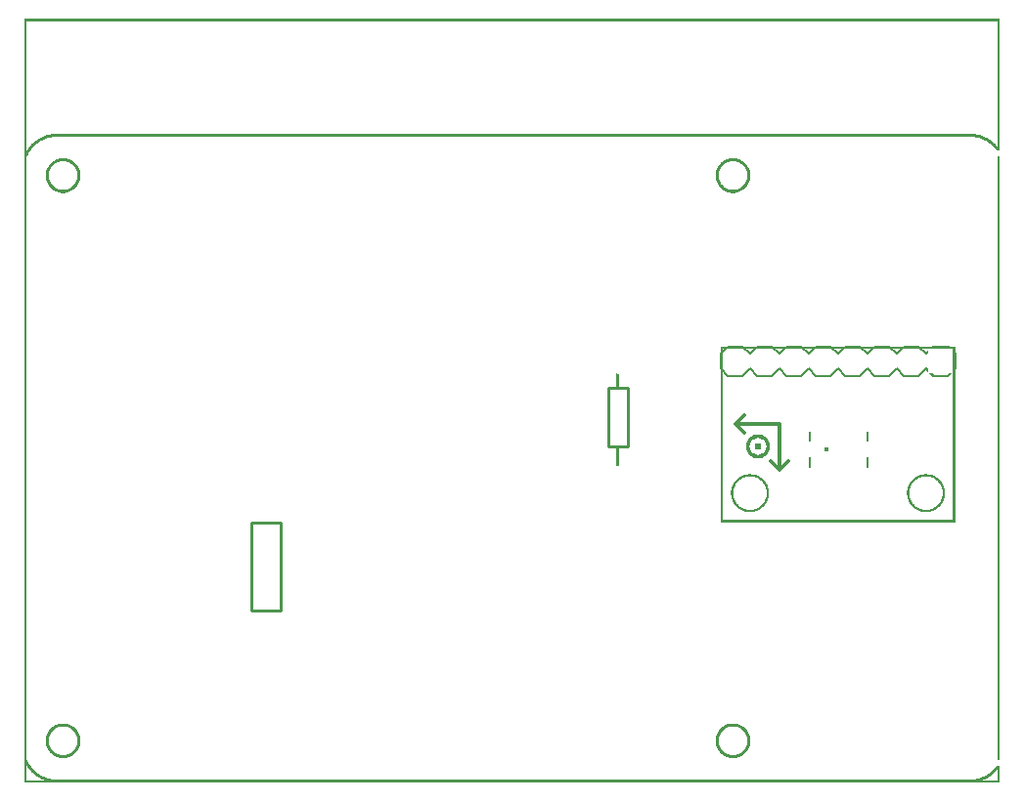
<source format=gto>
G04 MADE WITH FRITZING*
G04 WWW.FRITZING.ORG*
G04 DOUBLE SIDED*
G04 HOLES PLATED*
G04 CONTOUR ON CENTER OF CONTOUR VECTOR*
%ASAXBY*%
%FSLAX23Y23*%
%MOIN*%
%OFA0B0*%
%SFA1.0B1.0*%
%ADD10C,0.082000X0.058*%
%ADD11C,0.024000X0*%
%ADD12C,0.015874X-0.00012598*%
%ADD13C,0.010000*%
%ADD14C,0.012000*%
%ADD15C,0.008000*%
%ADD16R,0.001000X0.001000*%
%LNSILK1*%
G90*
G70*
G54D10*
X2500Y1150D03*
G54D11*
X2500Y1150D03*
G54D12*
X2734Y1139D03*
G54D13*
X1990Y1148D02*
X1990Y1348D01*
D02*
X1990Y1348D02*
X2056Y1348D01*
D02*
X2056Y1348D02*
X2056Y1148D01*
D02*
X2056Y1148D02*
X1990Y1148D01*
D02*
X773Y889D02*
X773Y589D01*
D02*
X773Y589D02*
X873Y589D01*
D02*
X873Y589D02*
X873Y889D01*
D02*
X873Y889D02*
X773Y889D01*
G54D14*
D02*
X2573Y1224D02*
X2423Y1224D01*
D02*
X2573Y1224D02*
X2573Y1069D01*
D02*
X2573Y1069D02*
X2603Y1099D01*
D02*
X2573Y1069D02*
X2543Y1099D01*
D02*
X2453Y1194D02*
X2423Y1224D01*
D02*
X2453Y1254D02*
X2423Y1224D01*
G54D15*
D02*
X2548Y1389D02*
X2498Y1389D01*
D02*
X2498Y1389D02*
X2473Y1414D01*
D02*
X2473Y1464D02*
X2498Y1489D01*
D02*
X2673Y1414D02*
X2648Y1389D01*
D02*
X2648Y1389D02*
X2598Y1389D01*
D02*
X2598Y1389D02*
X2573Y1414D01*
D02*
X2573Y1464D02*
X2598Y1489D01*
D02*
X2598Y1489D02*
X2648Y1489D01*
D02*
X2648Y1489D02*
X2673Y1464D01*
D02*
X2548Y1389D02*
X2573Y1414D01*
D02*
X2573Y1464D02*
X2548Y1489D01*
D02*
X2498Y1489D02*
X2548Y1489D01*
D02*
X2848Y1389D02*
X2798Y1389D01*
D02*
X2798Y1389D02*
X2773Y1414D01*
D02*
X2773Y1464D02*
X2798Y1489D01*
D02*
X2773Y1414D02*
X2748Y1389D01*
D02*
X2748Y1389D02*
X2698Y1389D01*
D02*
X2698Y1389D02*
X2673Y1414D01*
D02*
X2673Y1464D02*
X2698Y1489D01*
D02*
X2698Y1489D02*
X2748Y1489D01*
D02*
X2748Y1489D02*
X2773Y1464D01*
D02*
X2973Y1414D02*
X2948Y1389D01*
D02*
X2948Y1389D02*
X2898Y1389D01*
D02*
X2898Y1389D02*
X2873Y1414D01*
D02*
X2873Y1464D02*
X2898Y1489D01*
D02*
X2898Y1489D02*
X2948Y1489D01*
D02*
X2948Y1489D02*
X2973Y1464D01*
D02*
X2848Y1389D02*
X2873Y1414D01*
D02*
X2873Y1464D02*
X2848Y1489D01*
D02*
X2798Y1489D02*
X2848Y1489D01*
D02*
X3148Y1389D02*
X3098Y1389D01*
D02*
X3073Y1414D02*
X3048Y1389D01*
D02*
X3048Y1389D02*
X2998Y1389D01*
D02*
X2998Y1389D02*
X2973Y1414D01*
D02*
X2973Y1464D02*
X2998Y1489D01*
D02*
X2998Y1489D02*
X3048Y1489D01*
D02*
X3048Y1489D02*
X3073Y1464D01*
D02*
X3173Y1414D02*
X3173Y1464D01*
D02*
X3098Y1489D02*
X3148Y1489D01*
D02*
X2448Y1389D02*
X2398Y1389D01*
D02*
X2398Y1389D02*
X2373Y1414D01*
D02*
X2373Y1414D02*
X2373Y1464D01*
D02*
X2373Y1464D02*
X2398Y1489D01*
D02*
X2448Y1389D02*
X2473Y1414D01*
D02*
X2473Y1464D02*
X2448Y1489D01*
D02*
X2398Y1489D02*
X2448Y1489D01*
D02*
X2675Y1080D02*
X2675Y1111D01*
D02*
X2675Y1167D02*
X2675Y1198D01*
D02*
X2872Y1198D02*
X2872Y1167D01*
D02*
X2872Y1111D02*
X2872Y1080D01*
G54D16*
X0Y2607D02*
X3323Y2607D01*
X0Y2606D02*
X3323Y2606D01*
X0Y2605D02*
X3323Y2605D01*
X0Y2604D02*
X3323Y2604D01*
X0Y2603D02*
X3323Y2603D01*
X0Y2602D02*
X3323Y2602D01*
X0Y2601D02*
X3323Y2601D01*
X0Y2600D02*
X3323Y2600D01*
X0Y2599D02*
X7Y2599D01*
X3316Y2599D02*
X3323Y2599D01*
X0Y2598D02*
X7Y2598D01*
X3316Y2598D02*
X3323Y2598D01*
X0Y2597D02*
X7Y2597D01*
X3316Y2597D02*
X3323Y2597D01*
X0Y2596D02*
X7Y2596D01*
X3316Y2596D02*
X3323Y2596D01*
X0Y2595D02*
X7Y2595D01*
X3316Y2595D02*
X3323Y2595D01*
X0Y2594D02*
X7Y2594D01*
X3316Y2594D02*
X3323Y2594D01*
X0Y2593D02*
X7Y2593D01*
X3316Y2593D02*
X3323Y2593D01*
X0Y2592D02*
X7Y2592D01*
X3316Y2592D02*
X3323Y2592D01*
X0Y2591D02*
X7Y2591D01*
X3316Y2591D02*
X3323Y2591D01*
X0Y2590D02*
X7Y2590D01*
X3316Y2590D02*
X3323Y2590D01*
X0Y2589D02*
X7Y2589D01*
X3316Y2589D02*
X3323Y2589D01*
X0Y2588D02*
X7Y2588D01*
X3316Y2588D02*
X3323Y2588D01*
X0Y2587D02*
X7Y2587D01*
X3316Y2587D02*
X3323Y2587D01*
X0Y2586D02*
X7Y2586D01*
X3316Y2586D02*
X3323Y2586D01*
X0Y2585D02*
X7Y2585D01*
X3316Y2585D02*
X3323Y2585D01*
X0Y2584D02*
X7Y2584D01*
X3316Y2584D02*
X3323Y2584D01*
X0Y2583D02*
X7Y2583D01*
X3316Y2583D02*
X3323Y2583D01*
X0Y2582D02*
X7Y2582D01*
X3316Y2582D02*
X3323Y2582D01*
X0Y2581D02*
X7Y2581D01*
X3316Y2581D02*
X3323Y2581D01*
X0Y2580D02*
X7Y2580D01*
X3316Y2580D02*
X3323Y2580D01*
X0Y2579D02*
X7Y2579D01*
X3316Y2579D02*
X3323Y2579D01*
X0Y2578D02*
X7Y2578D01*
X3316Y2578D02*
X3323Y2578D01*
X0Y2577D02*
X7Y2577D01*
X3316Y2577D02*
X3323Y2577D01*
X0Y2576D02*
X7Y2576D01*
X3316Y2576D02*
X3323Y2576D01*
X0Y2575D02*
X7Y2575D01*
X3316Y2575D02*
X3323Y2575D01*
X0Y2574D02*
X7Y2574D01*
X3316Y2574D02*
X3323Y2574D01*
X0Y2573D02*
X7Y2573D01*
X3316Y2573D02*
X3323Y2573D01*
X0Y2572D02*
X7Y2572D01*
X3316Y2572D02*
X3323Y2572D01*
X0Y2571D02*
X7Y2571D01*
X3316Y2571D02*
X3323Y2571D01*
X0Y2570D02*
X7Y2570D01*
X3316Y2570D02*
X3323Y2570D01*
X0Y2569D02*
X7Y2569D01*
X3316Y2569D02*
X3323Y2569D01*
X0Y2568D02*
X7Y2568D01*
X3316Y2568D02*
X3323Y2568D01*
X0Y2567D02*
X7Y2567D01*
X3316Y2567D02*
X3323Y2567D01*
X0Y2566D02*
X7Y2566D01*
X3316Y2566D02*
X3323Y2566D01*
X0Y2565D02*
X7Y2565D01*
X3316Y2565D02*
X3323Y2565D01*
X0Y2564D02*
X7Y2564D01*
X3316Y2564D02*
X3323Y2564D01*
X0Y2563D02*
X7Y2563D01*
X3316Y2563D02*
X3323Y2563D01*
X0Y2562D02*
X7Y2562D01*
X3316Y2562D02*
X3323Y2562D01*
X0Y2561D02*
X7Y2561D01*
X3316Y2561D02*
X3323Y2561D01*
X0Y2560D02*
X7Y2560D01*
X3316Y2560D02*
X3323Y2560D01*
X0Y2559D02*
X7Y2559D01*
X3316Y2559D02*
X3323Y2559D01*
X0Y2558D02*
X7Y2558D01*
X3316Y2558D02*
X3323Y2558D01*
X0Y2557D02*
X7Y2557D01*
X3316Y2557D02*
X3323Y2557D01*
X0Y2556D02*
X7Y2556D01*
X3316Y2556D02*
X3323Y2556D01*
X0Y2555D02*
X7Y2555D01*
X3316Y2555D02*
X3323Y2555D01*
X0Y2554D02*
X7Y2554D01*
X3316Y2554D02*
X3323Y2554D01*
X0Y2553D02*
X7Y2553D01*
X3316Y2553D02*
X3323Y2553D01*
X0Y2552D02*
X7Y2552D01*
X3316Y2552D02*
X3323Y2552D01*
X0Y2551D02*
X7Y2551D01*
X3316Y2551D02*
X3323Y2551D01*
X0Y2550D02*
X7Y2550D01*
X3316Y2550D02*
X3323Y2550D01*
X0Y2549D02*
X7Y2549D01*
X3316Y2549D02*
X3323Y2549D01*
X0Y2548D02*
X7Y2548D01*
X3316Y2548D02*
X3323Y2548D01*
X0Y2547D02*
X7Y2547D01*
X3316Y2547D02*
X3323Y2547D01*
X0Y2546D02*
X7Y2546D01*
X3316Y2546D02*
X3323Y2546D01*
X0Y2545D02*
X7Y2545D01*
X3316Y2545D02*
X3323Y2545D01*
X0Y2544D02*
X7Y2544D01*
X3316Y2544D02*
X3323Y2544D01*
X0Y2543D02*
X7Y2543D01*
X3316Y2543D02*
X3323Y2543D01*
X0Y2542D02*
X7Y2542D01*
X3316Y2542D02*
X3323Y2542D01*
X0Y2541D02*
X7Y2541D01*
X3316Y2541D02*
X3323Y2541D01*
X0Y2540D02*
X7Y2540D01*
X3316Y2540D02*
X3323Y2540D01*
X0Y2539D02*
X7Y2539D01*
X3316Y2539D02*
X3323Y2539D01*
X0Y2538D02*
X7Y2538D01*
X3316Y2538D02*
X3323Y2538D01*
X0Y2537D02*
X7Y2537D01*
X3316Y2537D02*
X3323Y2537D01*
X0Y2536D02*
X7Y2536D01*
X3316Y2536D02*
X3323Y2536D01*
X0Y2535D02*
X7Y2535D01*
X3316Y2535D02*
X3323Y2535D01*
X0Y2534D02*
X7Y2534D01*
X3316Y2534D02*
X3323Y2534D01*
X0Y2533D02*
X7Y2533D01*
X3316Y2533D02*
X3323Y2533D01*
X0Y2532D02*
X7Y2532D01*
X3316Y2532D02*
X3323Y2532D01*
X0Y2531D02*
X7Y2531D01*
X3316Y2531D02*
X3323Y2531D01*
X0Y2530D02*
X7Y2530D01*
X3316Y2530D02*
X3323Y2530D01*
X0Y2529D02*
X7Y2529D01*
X3316Y2529D02*
X3323Y2529D01*
X0Y2528D02*
X7Y2528D01*
X3316Y2528D02*
X3323Y2528D01*
X0Y2527D02*
X7Y2527D01*
X3316Y2527D02*
X3323Y2527D01*
X0Y2526D02*
X7Y2526D01*
X3316Y2526D02*
X3323Y2526D01*
X0Y2525D02*
X7Y2525D01*
X3316Y2525D02*
X3323Y2525D01*
X0Y2524D02*
X7Y2524D01*
X3316Y2524D02*
X3323Y2524D01*
X0Y2523D02*
X7Y2523D01*
X3316Y2523D02*
X3323Y2523D01*
X0Y2522D02*
X7Y2522D01*
X3316Y2522D02*
X3323Y2522D01*
X0Y2521D02*
X7Y2521D01*
X3316Y2521D02*
X3323Y2521D01*
X0Y2520D02*
X7Y2520D01*
X3316Y2520D02*
X3323Y2520D01*
X0Y2519D02*
X7Y2519D01*
X3316Y2519D02*
X3323Y2519D01*
X0Y2518D02*
X7Y2518D01*
X3316Y2518D02*
X3323Y2518D01*
X0Y2517D02*
X7Y2517D01*
X3316Y2517D02*
X3323Y2517D01*
X0Y2516D02*
X7Y2516D01*
X3316Y2516D02*
X3323Y2516D01*
X0Y2515D02*
X7Y2515D01*
X3316Y2515D02*
X3323Y2515D01*
X0Y2514D02*
X7Y2514D01*
X3316Y2514D02*
X3323Y2514D01*
X0Y2513D02*
X7Y2513D01*
X3316Y2513D02*
X3323Y2513D01*
X0Y2512D02*
X7Y2512D01*
X3316Y2512D02*
X3323Y2512D01*
X0Y2511D02*
X7Y2511D01*
X3316Y2511D02*
X3323Y2511D01*
X0Y2510D02*
X7Y2510D01*
X3316Y2510D02*
X3323Y2510D01*
X0Y2509D02*
X7Y2509D01*
X3316Y2509D02*
X3323Y2509D01*
X0Y2508D02*
X7Y2508D01*
X3316Y2508D02*
X3323Y2508D01*
X0Y2507D02*
X7Y2507D01*
X3316Y2507D02*
X3323Y2507D01*
X0Y2506D02*
X7Y2506D01*
X3316Y2506D02*
X3323Y2506D01*
X0Y2505D02*
X7Y2505D01*
X3316Y2505D02*
X3323Y2505D01*
X0Y2504D02*
X7Y2504D01*
X3316Y2504D02*
X3323Y2504D01*
X0Y2503D02*
X7Y2503D01*
X3316Y2503D02*
X3323Y2503D01*
X0Y2502D02*
X7Y2502D01*
X3316Y2502D02*
X3323Y2502D01*
X0Y2501D02*
X7Y2501D01*
X3316Y2501D02*
X3323Y2501D01*
X0Y2500D02*
X7Y2500D01*
X3316Y2500D02*
X3323Y2500D01*
X0Y2499D02*
X7Y2499D01*
X3316Y2499D02*
X3323Y2499D01*
X0Y2498D02*
X7Y2498D01*
X3316Y2498D02*
X3323Y2498D01*
X0Y2497D02*
X7Y2497D01*
X3316Y2497D02*
X3323Y2497D01*
X0Y2496D02*
X7Y2496D01*
X3316Y2496D02*
X3323Y2496D01*
X0Y2495D02*
X7Y2495D01*
X3316Y2495D02*
X3323Y2495D01*
X0Y2494D02*
X7Y2494D01*
X3316Y2494D02*
X3323Y2494D01*
X0Y2493D02*
X7Y2493D01*
X3316Y2493D02*
X3323Y2493D01*
X0Y2492D02*
X7Y2492D01*
X3316Y2492D02*
X3323Y2492D01*
X0Y2491D02*
X7Y2491D01*
X3316Y2491D02*
X3323Y2491D01*
X0Y2490D02*
X7Y2490D01*
X3316Y2490D02*
X3323Y2490D01*
X0Y2489D02*
X7Y2489D01*
X3316Y2489D02*
X3323Y2489D01*
X0Y2488D02*
X7Y2488D01*
X3316Y2488D02*
X3323Y2488D01*
X0Y2487D02*
X7Y2487D01*
X3316Y2487D02*
X3323Y2487D01*
X0Y2486D02*
X7Y2486D01*
X3316Y2486D02*
X3323Y2486D01*
X0Y2485D02*
X7Y2485D01*
X3316Y2485D02*
X3323Y2485D01*
X0Y2484D02*
X7Y2484D01*
X3316Y2484D02*
X3323Y2484D01*
X0Y2483D02*
X7Y2483D01*
X3316Y2483D02*
X3323Y2483D01*
X0Y2482D02*
X7Y2482D01*
X3316Y2482D02*
X3323Y2482D01*
X0Y2481D02*
X7Y2481D01*
X3316Y2481D02*
X3323Y2481D01*
X0Y2480D02*
X7Y2480D01*
X3316Y2480D02*
X3323Y2480D01*
X0Y2479D02*
X7Y2479D01*
X3316Y2479D02*
X3323Y2479D01*
X0Y2478D02*
X7Y2478D01*
X3316Y2478D02*
X3323Y2478D01*
X0Y2477D02*
X7Y2477D01*
X3316Y2477D02*
X3323Y2477D01*
X0Y2476D02*
X7Y2476D01*
X3316Y2476D02*
X3323Y2476D01*
X0Y2475D02*
X7Y2475D01*
X3316Y2475D02*
X3323Y2475D01*
X0Y2474D02*
X7Y2474D01*
X3316Y2474D02*
X3323Y2474D01*
X0Y2473D02*
X7Y2473D01*
X3316Y2473D02*
X3323Y2473D01*
X0Y2472D02*
X7Y2472D01*
X3316Y2472D02*
X3323Y2472D01*
X0Y2471D02*
X7Y2471D01*
X3316Y2471D02*
X3323Y2471D01*
X0Y2470D02*
X7Y2470D01*
X3316Y2470D02*
X3323Y2470D01*
X0Y2469D02*
X7Y2469D01*
X3316Y2469D02*
X3323Y2469D01*
X0Y2468D02*
X7Y2468D01*
X3316Y2468D02*
X3323Y2468D01*
X0Y2467D02*
X7Y2467D01*
X3316Y2467D02*
X3323Y2467D01*
X0Y2466D02*
X7Y2466D01*
X3316Y2466D02*
X3323Y2466D01*
X0Y2465D02*
X7Y2465D01*
X3316Y2465D02*
X3323Y2465D01*
X0Y2464D02*
X7Y2464D01*
X3316Y2464D02*
X3323Y2464D01*
X0Y2463D02*
X7Y2463D01*
X3316Y2463D02*
X3323Y2463D01*
X0Y2462D02*
X7Y2462D01*
X3316Y2462D02*
X3323Y2462D01*
X0Y2461D02*
X7Y2461D01*
X3316Y2461D02*
X3323Y2461D01*
X0Y2460D02*
X7Y2460D01*
X3316Y2460D02*
X3323Y2460D01*
X0Y2459D02*
X7Y2459D01*
X3316Y2459D02*
X3323Y2459D01*
X0Y2458D02*
X7Y2458D01*
X3316Y2458D02*
X3323Y2458D01*
X0Y2457D02*
X7Y2457D01*
X3316Y2457D02*
X3323Y2457D01*
X0Y2456D02*
X7Y2456D01*
X3316Y2456D02*
X3323Y2456D01*
X0Y2455D02*
X7Y2455D01*
X3316Y2455D02*
X3323Y2455D01*
X0Y2454D02*
X7Y2454D01*
X3316Y2454D02*
X3323Y2454D01*
X0Y2453D02*
X7Y2453D01*
X3316Y2453D02*
X3323Y2453D01*
X0Y2452D02*
X7Y2452D01*
X3316Y2452D02*
X3323Y2452D01*
X0Y2451D02*
X7Y2451D01*
X3316Y2451D02*
X3323Y2451D01*
X0Y2450D02*
X7Y2450D01*
X3316Y2450D02*
X3323Y2450D01*
X0Y2449D02*
X7Y2449D01*
X3316Y2449D02*
X3323Y2449D01*
X0Y2448D02*
X7Y2448D01*
X3316Y2448D02*
X3323Y2448D01*
X0Y2447D02*
X7Y2447D01*
X3316Y2447D02*
X3323Y2447D01*
X0Y2446D02*
X7Y2446D01*
X3316Y2446D02*
X3323Y2446D01*
X0Y2445D02*
X7Y2445D01*
X3316Y2445D02*
X3323Y2445D01*
X0Y2444D02*
X7Y2444D01*
X3316Y2444D02*
X3323Y2444D01*
X0Y2443D02*
X7Y2443D01*
X3316Y2443D02*
X3323Y2443D01*
X0Y2442D02*
X7Y2442D01*
X3316Y2442D02*
X3323Y2442D01*
X0Y2441D02*
X7Y2441D01*
X3316Y2441D02*
X3323Y2441D01*
X0Y2440D02*
X7Y2440D01*
X3316Y2440D02*
X3323Y2440D01*
X0Y2439D02*
X7Y2439D01*
X3316Y2439D02*
X3323Y2439D01*
X0Y2438D02*
X7Y2438D01*
X3316Y2438D02*
X3323Y2438D01*
X0Y2437D02*
X7Y2437D01*
X3316Y2437D02*
X3323Y2437D01*
X0Y2436D02*
X7Y2436D01*
X3316Y2436D02*
X3323Y2436D01*
X0Y2435D02*
X7Y2435D01*
X3316Y2435D02*
X3323Y2435D01*
X0Y2434D02*
X7Y2434D01*
X3316Y2434D02*
X3323Y2434D01*
X0Y2433D02*
X7Y2433D01*
X3316Y2433D02*
X3323Y2433D01*
X0Y2432D02*
X7Y2432D01*
X3316Y2432D02*
X3323Y2432D01*
X0Y2431D02*
X7Y2431D01*
X3316Y2431D02*
X3323Y2431D01*
X0Y2430D02*
X7Y2430D01*
X3316Y2430D02*
X3323Y2430D01*
X0Y2429D02*
X7Y2429D01*
X3316Y2429D02*
X3323Y2429D01*
X0Y2428D02*
X7Y2428D01*
X3316Y2428D02*
X3323Y2428D01*
X0Y2427D02*
X7Y2427D01*
X3316Y2427D02*
X3323Y2427D01*
X0Y2426D02*
X7Y2426D01*
X3316Y2426D02*
X3323Y2426D01*
X0Y2425D02*
X7Y2425D01*
X3316Y2425D02*
X3323Y2425D01*
X0Y2424D02*
X7Y2424D01*
X3316Y2424D02*
X3323Y2424D01*
X0Y2423D02*
X7Y2423D01*
X3316Y2423D02*
X3323Y2423D01*
X0Y2422D02*
X7Y2422D01*
X3316Y2422D02*
X3323Y2422D01*
X0Y2421D02*
X7Y2421D01*
X3316Y2421D02*
X3323Y2421D01*
X0Y2420D02*
X7Y2420D01*
X3316Y2420D02*
X3323Y2420D01*
X0Y2419D02*
X7Y2419D01*
X3316Y2419D02*
X3323Y2419D01*
X0Y2418D02*
X7Y2418D01*
X3316Y2418D02*
X3323Y2418D01*
X0Y2417D02*
X7Y2417D01*
X3316Y2417D02*
X3323Y2417D01*
X0Y2416D02*
X7Y2416D01*
X3316Y2416D02*
X3323Y2416D01*
X0Y2415D02*
X7Y2415D01*
X3316Y2415D02*
X3323Y2415D01*
X0Y2414D02*
X7Y2414D01*
X3316Y2414D02*
X3323Y2414D01*
X0Y2413D02*
X7Y2413D01*
X3316Y2413D02*
X3323Y2413D01*
X0Y2412D02*
X7Y2412D01*
X3316Y2412D02*
X3323Y2412D01*
X0Y2411D02*
X7Y2411D01*
X3316Y2411D02*
X3323Y2411D01*
X0Y2410D02*
X7Y2410D01*
X3316Y2410D02*
X3323Y2410D01*
X0Y2409D02*
X7Y2409D01*
X3316Y2409D02*
X3323Y2409D01*
X0Y2408D02*
X7Y2408D01*
X3316Y2408D02*
X3323Y2408D01*
X0Y2407D02*
X7Y2407D01*
X3316Y2407D02*
X3323Y2407D01*
X0Y2406D02*
X7Y2406D01*
X3316Y2406D02*
X3323Y2406D01*
X0Y2405D02*
X7Y2405D01*
X3316Y2405D02*
X3323Y2405D01*
X0Y2404D02*
X7Y2404D01*
X3316Y2404D02*
X3323Y2404D01*
X0Y2403D02*
X7Y2403D01*
X3316Y2403D02*
X3323Y2403D01*
X0Y2402D02*
X7Y2402D01*
X3316Y2402D02*
X3323Y2402D01*
X0Y2401D02*
X7Y2401D01*
X3316Y2401D02*
X3323Y2401D01*
X0Y2400D02*
X7Y2400D01*
X3316Y2400D02*
X3323Y2400D01*
X0Y2399D02*
X7Y2399D01*
X3316Y2399D02*
X3323Y2399D01*
X0Y2398D02*
X7Y2398D01*
X3316Y2398D02*
X3323Y2398D01*
X0Y2397D02*
X7Y2397D01*
X3316Y2397D02*
X3323Y2397D01*
X0Y2396D02*
X7Y2396D01*
X3316Y2396D02*
X3323Y2396D01*
X0Y2395D02*
X7Y2395D01*
X3316Y2395D02*
X3323Y2395D01*
X0Y2394D02*
X7Y2394D01*
X3316Y2394D02*
X3323Y2394D01*
X0Y2393D02*
X7Y2393D01*
X3316Y2393D02*
X3323Y2393D01*
X0Y2392D02*
X7Y2392D01*
X3316Y2392D02*
X3323Y2392D01*
X0Y2391D02*
X7Y2391D01*
X3316Y2391D02*
X3323Y2391D01*
X0Y2390D02*
X7Y2390D01*
X3316Y2390D02*
X3323Y2390D01*
X0Y2389D02*
X7Y2389D01*
X3316Y2389D02*
X3323Y2389D01*
X0Y2388D02*
X7Y2388D01*
X3316Y2388D02*
X3323Y2388D01*
X0Y2387D02*
X7Y2387D01*
X3316Y2387D02*
X3323Y2387D01*
X0Y2386D02*
X7Y2386D01*
X3316Y2386D02*
X3323Y2386D01*
X0Y2385D02*
X7Y2385D01*
X3316Y2385D02*
X3323Y2385D01*
X0Y2384D02*
X7Y2384D01*
X3316Y2384D02*
X3323Y2384D01*
X0Y2383D02*
X7Y2383D01*
X3316Y2383D02*
X3323Y2383D01*
X0Y2382D02*
X7Y2382D01*
X3316Y2382D02*
X3323Y2382D01*
X0Y2381D02*
X7Y2381D01*
X3316Y2381D02*
X3323Y2381D01*
X0Y2380D02*
X7Y2380D01*
X3316Y2380D02*
X3323Y2380D01*
X0Y2379D02*
X7Y2379D01*
X3316Y2379D02*
X3323Y2379D01*
X0Y2378D02*
X7Y2378D01*
X3316Y2378D02*
X3323Y2378D01*
X0Y2377D02*
X7Y2377D01*
X3316Y2377D02*
X3323Y2377D01*
X0Y2376D02*
X7Y2376D01*
X3316Y2376D02*
X3323Y2376D01*
X0Y2375D02*
X7Y2375D01*
X3316Y2375D02*
X3323Y2375D01*
X0Y2374D02*
X7Y2374D01*
X3316Y2374D02*
X3323Y2374D01*
X0Y2373D02*
X7Y2373D01*
X3316Y2373D02*
X3323Y2373D01*
X0Y2372D02*
X7Y2372D01*
X3316Y2372D02*
X3323Y2372D01*
X0Y2371D02*
X7Y2371D01*
X3316Y2371D02*
X3323Y2371D01*
X0Y2370D02*
X7Y2370D01*
X3316Y2370D02*
X3323Y2370D01*
X0Y2369D02*
X7Y2369D01*
X3316Y2369D02*
X3323Y2369D01*
X0Y2368D02*
X7Y2368D01*
X3316Y2368D02*
X3323Y2368D01*
X0Y2367D02*
X7Y2367D01*
X3316Y2367D02*
X3323Y2367D01*
X0Y2366D02*
X7Y2366D01*
X3316Y2366D02*
X3323Y2366D01*
X0Y2365D02*
X7Y2365D01*
X3316Y2365D02*
X3323Y2365D01*
X0Y2364D02*
X7Y2364D01*
X3316Y2364D02*
X3323Y2364D01*
X0Y2363D02*
X7Y2363D01*
X3316Y2363D02*
X3323Y2363D01*
X0Y2362D02*
X7Y2362D01*
X3316Y2362D02*
X3323Y2362D01*
X0Y2361D02*
X7Y2361D01*
X3316Y2361D02*
X3323Y2361D01*
X0Y2360D02*
X7Y2360D01*
X3316Y2360D02*
X3323Y2360D01*
X0Y2359D02*
X7Y2359D01*
X3316Y2359D02*
X3323Y2359D01*
X0Y2358D02*
X7Y2358D01*
X3316Y2358D02*
X3323Y2358D01*
X0Y2357D02*
X7Y2357D01*
X3316Y2357D02*
X3323Y2357D01*
X0Y2356D02*
X7Y2356D01*
X3316Y2356D02*
X3323Y2356D01*
X0Y2355D02*
X7Y2355D01*
X3316Y2355D02*
X3323Y2355D01*
X0Y2354D02*
X7Y2354D01*
X3316Y2354D02*
X3323Y2354D01*
X0Y2353D02*
X7Y2353D01*
X3316Y2353D02*
X3323Y2353D01*
X0Y2352D02*
X7Y2352D01*
X3316Y2352D02*
X3323Y2352D01*
X0Y2351D02*
X7Y2351D01*
X3316Y2351D02*
X3323Y2351D01*
X0Y2350D02*
X7Y2350D01*
X3316Y2350D02*
X3323Y2350D01*
X0Y2349D02*
X7Y2349D01*
X3316Y2349D02*
X3323Y2349D01*
X0Y2348D02*
X7Y2348D01*
X3316Y2348D02*
X3323Y2348D01*
X0Y2347D02*
X7Y2347D01*
X3316Y2347D02*
X3323Y2347D01*
X0Y2346D02*
X7Y2346D01*
X3316Y2346D02*
X3323Y2346D01*
X0Y2345D02*
X7Y2345D01*
X3316Y2345D02*
X3323Y2345D01*
X0Y2344D02*
X7Y2344D01*
X3316Y2344D02*
X3323Y2344D01*
X0Y2343D02*
X7Y2343D01*
X3316Y2343D02*
X3323Y2343D01*
X0Y2342D02*
X7Y2342D01*
X3316Y2342D02*
X3323Y2342D01*
X0Y2341D02*
X7Y2341D01*
X3316Y2341D02*
X3323Y2341D01*
X0Y2340D02*
X7Y2340D01*
X3316Y2340D02*
X3323Y2340D01*
X0Y2339D02*
X7Y2339D01*
X3316Y2339D02*
X3323Y2339D01*
X0Y2338D02*
X7Y2338D01*
X3316Y2338D02*
X3323Y2338D01*
X0Y2337D02*
X7Y2337D01*
X3316Y2337D02*
X3323Y2337D01*
X0Y2336D02*
X7Y2336D01*
X3316Y2336D02*
X3323Y2336D01*
X0Y2335D02*
X7Y2335D01*
X3316Y2335D02*
X3323Y2335D01*
X0Y2334D02*
X7Y2334D01*
X3316Y2334D02*
X3323Y2334D01*
X0Y2333D02*
X7Y2333D01*
X3316Y2333D02*
X3323Y2333D01*
X0Y2332D02*
X7Y2332D01*
X3316Y2332D02*
X3323Y2332D01*
X0Y2331D02*
X7Y2331D01*
X3316Y2331D02*
X3323Y2331D01*
X0Y2330D02*
X7Y2330D01*
X3316Y2330D02*
X3323Y2330D01*
X0Y2329D02*
X7Y2329D01*
X3316Y2329D02*
X3323Y2329D01*
X0Y2328D02*
X7Y2328D01*
X3316Y2328D02*
X3323Y2328D01*
X0Y2327D02*
X7Y2327D01*
X3316Y2327D02*
X3323Y2327D01*
X0Y2326D02*
X7Y2326D01*
X3316Y2326D02*
X3323Y2326D01*
X0Y2325D02*
X7Y2325D01*
X3316Y2325D02*
X3323Y2325D01*
X0Y2324D02*
X7Y2324D01*
X3316Y2324D02*
X3323Y2324D01*
X0Y2323D02*
X7Y2323D01*
X3316Y2323D02*
X3323Y2323D01*
X0Y2322D02*
X7Y2322D01*
X3316Y2322D02*
X3323Y2322D01*
X0Y2321D02*
X7Y2321D01*
X3316Y2321D02*
X3323Y2321D01*
X0Y2320D02*
X7Y2320D01*
X3316Y2320D02*
X3323Y2320D01*
X0Y2319D02*
X7Y2319D01*
X3316Y2319D02*
X3323Y2319D01*
X0Y2318D02*
X7Y2318D01*
X3316Y2318D02*
X3323Y2318D01*
X0Y2317D02*
X7Y2317D01*
X3316Y2317D02*
X3323Y2317D01*
X0Y2316D02*
X7Y2316D01*
X3316Y2316D02*
X3323Y2316D01*
X0Y2315D02*
X7Y2315D01*
X3316Y2315D02*
X3323Y2315D01*
X0Y2314D02*
X7Y2314D01*
X3316Y2314D02*
X3323Y2314D01*
X0Y2313D02*
X7Y2313D01*
X3316Y2313D02*
X3323Y2313D01*
X0Y2312D02*
X7Y2312D01*
X3316Y2312D02*
X3323Y2312D01*
X0Y2311D02*
X7Y2311D01*
X3316Y2311D02*
X3323Y2311D01*
X0Y2310D02*
X7Y2310D01*
X3316Y2310D02*
X3323Y2310D01*
X0Y2309D02*
X7Y2309D01*
X3316Y2309D02*
X3323Y2309D01*
X0Y2308D02*
X7Y2308D01*
X3316Y2308D02*
X3323Y2308D01*
X0Y2307D02*
X7Y2307D01*
X3316Y2307D02*
X3323Y2307D01*
X0Y2306D02*
X7Y2306D01*
X3316Y2306D02*
X3323Y2306D01*
X0Y2305D02*
X7Y2305D01*
X3316Y2305D02*
X3323Y2305D01*
X0Y2304D02*
X7Y2304D01*
X3316Y2304D02*
X3323Y2304D01*
X0Y2303D02*
X7Y2303D01*
X3316Y2303D02*
X3323Y2303D01*
X0Y2302D02*
X7Y2302D01*
X3316Y2302D02*
X3323Y2302D01*
X0Y2301D02*
X7Y2301D01*
X3316Y2301D02*
X3323Y2301D01*
X0Y2300D02*
X7Y2300D01*
X3316Y2300D02*
X3323Y2300D01*
X0Y2299D02*
X7Y2299D01*
X3316Y2299D02*
X3323Y2299D01*
X0Y2298D02*
X7Y2298D01*
X3316Y2298D02*
X3323Y2298D01*
X0Y2297D02*
X7Y2297D01*
X3316Y2297D02*
X3323Y2297D01*
X0Y2296D02*
X7Y2296D01*
X3316Y2296D02*
X3323Y2296D01*
X0Y2295D02*
X7Y2295D01*
X3316Y2295D02*
X3323Y2295D01*
X0Y2294D02*
X7Y2294D01*
X3316Y2294D02*
X3323Y2294D01*
X0Y2293D02*
X7Y2293D01*
X3316Y2293D02*
X3323Y2293D01*
X0Y2292D02*
X7Y2292D01*
X3316Y2292D02*
X3323Y2292D01*
X0Y2291D02*
X7Y2291D01*
X3316Y2291D02*
X3323Y2291D01*
X0Y2290D02*
X7Y2290D01*
X3316Y2290D02*
X3323Y2290D01*
X0Y2289D02*
X7Y2289D01*
X3316Y2289D02*
X3323Y2289D01*
X0Y2288D02*
X7Y2288D01*
X3316Y2288D02*
X3323Y2288D01*
X0Y2287D02*
X7Y2287D01*
X3316Y2287D02*
X3323Y2287D01*
X0Y2286D02*
X7Y2286D01*
X3316Y2286D02*
X3323Y2286D01*
X0Y2285D02*
X7Y2285D01*
X3316Y2285D02*
X3323Y2285D01*
X0Y2284D02*
X7Y2284D01*
X3316Y2284D02*
X3323Y2284D01*
X0Y2283D02*
X7Y2283D01*
X3316Y2283D02*
X3323Y2283D01*
X0Y2282D02*
X7Y2282D01*
X3316Y2282D02*
X3323Y2282D01*
X0Y2281D02*
X7Y2281D01*
X3316Y2281D02*
X3323Y2281D01*
X0Y2280D02*
X7Y2280D01*
X3316Y2280D02*
X3323Y2280D01*
X0Y2279D02*
X7Y2279D01*
X3316Y2279D02*
X3323Y2279D01*
X0Y2278D02*
X7Y2278D01*
X3316Y2278D02*
X3323Y2278D01*
X0Y2277D02*
X7Y2277D01*
X3316Y2277D02*
X3323Y2277D01*
X0Y2276D02*
X7Y2276D01*
X3316Y2276D02*
X3323Y2276D01*
X0Y2275D02*
X7Y2275D01*
X3316Y2275D02*
X3323Y2275D01*
X0Y2274D02*
X7Y2274D01*
X3316Y2274D02*
X3323Y2274D01*
X0Y2273D02*
X7Y2273D01*
X3316Y2273D02*
X3323Y2273D01*
X0Y2272D02*
X7Y2272D01*
X3316Y2272D02*
X3323Y2272D01*
X0Y2271D02*
X7Y2271D01*
X3316Y2271D02*
X3323Y2271D01*
X0Y2270D02*
X7Y2270D01*
X3316Y2270D02*
X3323Y2270D01*
X0Y2269D02*
X7Y2269D01*
X3316Y2269D02*
X3323Y2269D01*
X0Y2268D02*
X7Y2268D01*
X3316Y2268D02*
X3323Y2268D01*
X0Y2267D02*
X7Y2267D01*
X3316Y2267D02*
X3323Y2267D01*
X0Y2266D02*
X7Y2266D01*
X3316Y2266D02*
X3323Y2266D01*
X0Y2265D02*
X7Y2265D01*
X3316Y2265D02*
X3323Y2265D01*
X0Y2264D02*
X7Y2264D01*
X3316Y2264D02*
X3323Y2264D01*
X0Y2263D02*
X7Y2263D01*
X3316Y2263D02*
X3323Y2263D01*
X0Y2262D02*
X7Y2262D01*
X3316Y2262D02*
X3323Y2262D01*
X0Y2261D02*
X7Y2261D01*
X3316Y2261D02*
X3323Y2261D01*
X0Y2260D02*
X7Y2260D01*
X3316Y2260D02*
X3323Y2260D01*
X0Y2259D02*
X7Y2259D01*
X3316Y2259D02*
X3323Y2259D01*
X0Y2258D02*
X7Y2258D01*
X3316Y2258D02*
X3323Y2258D01*
X0Y2257D02*
X7Y2257D01*
X3316Y2257D02*
X3323Y2257D01*
X0Y2256D02*
X7Y2256D01*
X3316Y2256D02*
X3323Y2256D01*
X0Y2255D02*
X7Y2255D01*
X3316Y2255D02*
X3323Y2255D01*
X0Y2254D02*
X7Y2254D01*
X3316Y2254D02*
X3323Y2254D01*
X0Y2253D02*
X7Y2253D01*
X3316Y2253D02*
X3323Y2253D01*
X0Y2252D02*
X7Y2252D01*
X3316Y2252D02*
X3323Y2252D01*
X0Y2251D02*
X7Y2251D01*
X3316Y2251D02*
X3323Y2251D01*
X0Y2250D02*
X7Y2250D01*
X3316Y2250D02*
X3323Y2250D01*
X0Y2249D02*
X7Y2249D01*
X3316Y2249D02*
X3323Y2249D01*
X0Y2248D02*
X7Y2248D01*
X3316Y2248D02*
X3323Y2248D01*
X0Y2247D02*
X7Y2247D01*
X3316Y2247D02*
X3323Y2247D01*
X0Y2246D02*
X7Y2246D01*
X3316Y2246D02*
X3323Y2246D01*
X0Y2245D02*
X7Y2245D01*
X3316Y2245D02*
X3323Y2245D01*
X0Y2244D02*
X7Y2244D01*
X3316Y2244D02*
X3323Y2244D01*
X0Y2243D02*
X7Y2243D01*
X3316Y2243D02*
X3323Y2243D01*
X0Y2242D02*
X7Y2242D01*
X3316Y2242D02*
X3323Y2242D01*
X0Y2241D02*
X7Y2241D01*
X3316Y2241D02*
X3323Y2241D01*
X0Y2240D02*
X7Y2240D01*
X3316Y2240D02*
X3323Y2240D01*
X0Y2239D02*
X7Y2239D01*
X3316Y2239D02*
X3323Y2239D01*
X0Y2238D02*
X7Y2238D01*
X3316Y2238D02*
X3323Y2238D01*
X0Y2237D02*
X7Y2237D01*
X3316Y2237D02*
X3323Y2237D01*
X0Y2236D02*
X7Y2236D01*
X3316Y2236D02*
X3323Y2236D01*
X0Y2235D02*
X7Y2235D01*
X3316Y2235D02*
X3323Y2235D01*
X0Y2234D02*
X7Y2234D01*
X3316Y2234D02*
X3323Y2234D01*
X0Y2233D02*
X7Y2233D01*
X3316Y2233D02*
X3323Y2233D01*
X0Y2232D02*
X7Y2232D01*
X3316Y2232D02*
X3323Y2232D01*
X0Y2231D02*
X7Y2231D01*
X3316Y2231D02*
X3323Y2231D01*
X0Y2230D02*
X7Y2230D01*
X3316Y2230D02*
X3323Y2230D01*
X0Y2229D02*
X7Y2229D01*
X3316Y2229D02*
X3323Y2229D01*
X0Y2228D02*
X7Y2228D01*
X3316Y2228D02*
X3323Y2228D01*
X0Y2227D02*
X7Y2227D01*
X3316Y2227D02*
X3323Y2227D01*
X0Y2226D02*
X7Y2226D01*
X3316Y2226D02*
X3323Y2226D01*
X0Y2225D02*
X7Y2225D01*
X3316Y2225D02*
X3323Y2225D01*
X0Y2224D02*
X7Y2224D01*
X3316Y2224D02*
X3323Y2224D01*
X0Y2223D02*
X7Y2223D01*
X3316Y2223D02*
X3323Y2223D01*
X0Y2222D02*
X7Y2222D01*
X3316Y2222D02*
X3323Y2222D01*
X0Y2221D02*
X7Y2221D01*
X3316Y2221D02*
X3323Y2221D01*
X0Y2220D02*
X7Y2220D01*
X3316Y2220D02*
X3323Y2220D01*
X0Y2219D02*
X7Y2219D01*
X3316Y2219D02*
X3323Y2219D01*
X0Y2218D02*
X7Y2218D01*
X3316Y2218D02*
X3323Y2218D01*
X0Y2217D02*
X7Y2217D01*
X3316Y2217D02*
X3323Y2217D01*
X0Y2216D02*
X7Y2216D01*
X3316Y2216D02*
X3323Y2216D01*
X0Y2215D02*
X7Y2215D01*
X98Y2215D02*
X3235Y2215D01*
X3316Y2215D02*
X3323Y2215D01*
X0Y2214D02*
X7Y2214D01*
X91Y2214D02*
X3242Y2214D01*
X3316Y2214D02*
X3323Y2214D01*
X0Y2213D02*
X7Y2213D01*
X86Y2213D02*
X3247Y2213D01*
X3316Y2213D02*
X3323Y2213D01*
X0Y2212D02*
X7Y2212D01*
X82Y2212D02*
X3251Y2212D01*
X3316Y2212D02*
X3323Y2212D01*
X0Y2211D02*
X7Y2211D01*
X78Y2211D02*
X3255Y2211D01*
X3316Y2211D02*
X3323Y2211D01*
X0Y2210D02*
X7Y2210D01*
X75Y2210D02*
X3258Y2210D01*
X3316Y2210D02*
X3323Y2210D01*
X0Y2209D02*
X7Y2209D01*
X72Y2209D02*
X3261Y2209D01*
X3316Y2209D02*
X3323Y2209D01*
X0Y2208D02*
X7Y2208D01*
X69Y2208D02*
X3264Y2208D01*
X3316Y2208D02*
X3323Y2208D01*
X0Y2207D02*
X7Y2207D01*
X67Y2207D02*
X3266Y2207D01*
X3316Y2207D02*
X3323Y2207D01*
X0Y2206D02*
X7Y2206D01*
X64Y2206D02*
X3269Y2206D01*
X3316Y2206D02*
X3323Y2206D01*
X0Y2205D02*
X7Y2205D01*
X62Y2205D02*
X101Y2205D01*
X3232Y2205D02*
X3271Y2205D01*
X3316Y2205D02*
X3323Y2205D01*
X0Y2204D02*
X7Y2204D01*
X60Y2204D02*
X93Y2204D01*
X3240Y2204D02*
X3273Y2204D01*
X3316Y2204D02*
X3323Y2204D01*
X0Y2203D02*
X7Y2203D01*
X58Y2203D02*
X88Y2203D01*
X3245Y2203D02*
X3275Y2203D01*
X3316Y2203D02*
X3323Y2203D01*
X0Y2202D02*
X7Y2202D01*
X56Y2202D02*
X83Y2202D01*
X3250Y2202D02*
X3277Y2202D01*
X3316Y2202D02*
X3323Y2202D01*
X0Y2201D02*
X7Y2201D01*
X54Y2201D02*
X80Y2201D01*
X3253Y2201D02*
X3279Y2201D01*
X3316Y2201D02*
X3323Y2201D01*
X0Y2200D02*
X7Y2200D01*
X52Y2200D02*
X76Y2200D01*
X3257Y2200D02*
X3281Y2200D01*
X3316Y2200D02*
X3323Y2200D01*
X0Y2199D02*
X7Y2199D01*
X50Y2199D02*
X73Y2199D01*
X3260Y2199D02*
X3283Y2199D01*
X3316Y2199D02*
X3323Y2199D01*
X0Y2198D02*
X7Y2198D01*
X49Y2198D02*
X71Y2198D01*
X3262Y2198D02*
X3284Y2198D01*
X3316Y2198D02*
X3323Y2198D01*
X0Y2197D02*
X7Y2197D01*
X47Y2197D02*
X68Y2197D01*
X3265Y2197D02*
X3286Y2197D01*
X3316Y2197D02*
X3323Y2197D01*
X0Y2196D02*
X7Y2196D01*
X45Y2196D02*
X66Y2196D01*
X3267Y2196D02*
X3288Y2196D01*
X3316Y2196D02*
X3323Y2196D01*
X0Y2195D02*
X7Y2195D01*
X44Y2195D02*
X64Y2195D01*
X3269Y2195D02*
X3289Y2195D01*
X3316Y2195D02*
X3323Y2195D01*
X0Y2194D02*
X7Y2194D01*
X42Y2194D02*
X62Y2194D01*
X3271Y2194D02*
X3291Y2194D01*
X3316Y2194D02*
X3323Y2194D01*
X0Y2193D02*
X7Y2193D01*
X41Y2193D02*
X60Y2193D01*
X3273Y2193D02*
X3292Y2193D01*
X3316Y2193D02*
X3323Y2193D01*
X0Y2192D02*
X7Y2192D01*
X40Y2192D02*
X58Y2192D01*
X3275Y2192D02*
X3293Y2192D01*
X3316Y2192D02*
X3323Y2192D01*
X0Y2191D02*
X7Y2191D01*
X38Y2191D02*
X56Y2191D01*
X3277Y2191D02*
X3295Y2191D01*
X3316Y2191D02*
X3323Y2191D01*
X0Y2190D02*
X7Y2190D01*
X37Y2190D02*
X54Y2190D01*
X3279Y2190D02*
X3296Y2190D01*
X3316Y2190D02*
X3323Y2190D01*
X0Y2189D02*
X7Y2189D01*
X36Y2189D02*
X53Y2189D01*
X3280Y2189D02*
X3297Y2189D01*
X3316Y2189D02*
X3323Y2189D01*
X0Y2188D02*
X7Y2188D01*
X34Y2188D02*
X51Y2188D01*
X3282Y2188D02*
X3299Y2188D01*
X3316Y2188D02*
X3323Y2188D01*
X0Y2187D02*
X7Y2187D01*
X33Y2187D02*
X49Y2187D01*
X3284Y2187D02*
X3300Y2187D01*
X3316Y2187D02*
X3323Y2187D01*
X0Y2186D02*
X7Y2186D01*
X32Y2186D02*
X48Y2186D01*
X3285Y2186D02*
X3301Y2186D01*
X3316Y2186D02*
X3323Y2186D01*
X0Y2185D02*
X7Y2185D01*
X31Y2185D02*
X47Y2185D01*
X3286Y2185D02*
X3302Y2185D01*
X3316Y2185D02*
X3323Y2185D01*
X0Y2184D02*
X7Y2184D01*
X30Y2184D02*
X45Y2184D01*
X3288Y2184D02*
X3303Y2184D01*
X3316Y2184D02*
X3323Y2184D01*
X0Y2183D02*
X7Y2183D01*
X29Y2183D02*
X44Y2183D01*
X3289Y2183D02*
X3304Y2183D01*
X3316Y2183D02*
X3323Y2183D01*
X0Y2182D02*
X7Y2182D01*
X28Y2182D02*
X43Y2182D01*
X3290Y2182D02*
X3305Y2182D01*
X3316Y2182D02*
X3323Y2182D01*
X0Y2181D02*
X7Y2181D01*
X26Y2181D02*
X41Y2181D01*
X3292Y2181D02*
X3306Y2181D01*
X3316Y2181D02*
X3323Y2181D01*
X0Y2180D02*
X7Y2180D01*
X25Y2180D02*
X40Y2180D01*
X3293Y2180D02*
X3308Y2180D01*
X3316Y2180D02*
X3323Y2180D01*
X0Y2179D02*
X7Y2179D01*
X24Y2179D02*
X39Y2179D01*
X3294Y2179D02*
X3308Y2179D01*
X3316Y2179D02*
X3323Y2179D01*
X0Y2178D02*
X7Y2178D01*
X24Y2178D02*
X38Y2178D01*
X3295Y2178D02*
X3309Y2178D01*
X3316Y2178D02*
X3323Y2178D01*
X0Y2177D02*
X7Y2177D01*
X23Y2177D02*
X37Y2177D01*
X3296Y2177D02*
X3310Y2177D01*
X3316Y2177D02*
X3323Y2177D01*
X0Y2176D02*
X7Y2176D01*
X22Y2176D02*
X36Y2176D01*
X3297Y2176D02*
X3311Y2176D01*
X3316Y2176D02*
X3323Y2176D01*
X0Y2175D02*
X7Y2175D01*
X21Y2175D02*
X34Y2175D01*
X3299Y2175D02*
X3312Y2175D01*
X3316Y2175D02*
X3323Y2175D01*
X0Y2174D02*
X7Y2174D01*
X20Y2174D02*
X33Y2174D01*
X3300Y2174D02*
X3313Y2174D01*
X3316Y2174D02*
X3323Y2174D01*
X0Y2173D02*
X7Y2173D01*
X19Y2173D02*
X32Y2173D01*
X3301Y2173D02*
X3314Y2173D01*
X3316Y2173D02*
X3323Y2173D01*
X0Y2172D02*
X7Y2172D01*
X18Y2172D02*
X31Y2172D01*
X3302Y2172D02*
X3323Y2172D01*
X0Y2171D02*
X7Y2171D01*
X17Y2171D02*
X30Y2171D01*
X3303Y2171D02*
X3323Y2171D01*
X0Y2170D02*
X7Y2170D01*
X16Y2170D02*
X29Y2170D01*
X3304Y2170D02*
X3323Y2170D01*
X0Y2169D02*
X7Y2169D01*
X16Y2169D02*
X28Y2169D01*
X3305Y2169D02*
X3323Y2169D01*
X0Y2168D02*
X7Y2168D01*
X15Y2168D02*
X28Y2168D01*
X3305Y2168D02*
X3323Y2168D01*
X0Y2167D02*
X7Y2167D01*
X14Y2167D02*
X27Y2167D01*
X3306Y2167D02*
X3323Y2167D01*
X0Y2166D02*
X7Y2166D01*
X13Y2166D02*
X26Y2166D01*
X3307Y2166D02*
X3323Y2166D01*
X0Y2165D02*
X7Y2165D01*
X13Y2165D02*
X25Y2165D01*
X3308Y2165D02*
X3323Y2165D01*
X0Y2164D02*
X7Y2164D01*
X12Y2164D02*
X24Y2164D01*
X3309Y2164D02*
X3323Y2164D01*
X0Y2163D02*
X7Y2163D01*
X11Y2163D02*
X23Y2163D01*
X3310Y2163D02*
X3323Y2163D01*
X0Y2162D02*
X7Y2162D01*
X11Y2162D02*
X22Y2162D01*
X3311Y2162D02*
X3323Y2162D01*
X0Y2161D02*
X7Y2161D01*
X10Y2161D02*
X22Y2161D01*
X3311Y2161D02*
X3323Y2161D01*
X0Y2160D02*
X7Y2160D01*
X9Y2160D02*
X21Y2160D01*
X3312Y2160D02*
X3324Y2160D01*
X0Y2159D02*
X7Y2159D01*
X9Y2159D02*
X20Y2159D01*
X3313Y2159D02*
X3324Y2159D01*
X0Y2158D02*
X19Y2158D01*
X0Y2157D02*
X19Y2157D01*
X0Y2156D02*
X18Y2156D01*
X0Y2155D02*
X17Y2155D01*
X0Y2154D02*
X17Y2154D01*
X0Y2153D02*
X16Y2153D01*
X0Y2152D02*
X15Y2152D01*
X0Y2151D02*
X15Y2151D01*
X0Y2150D02*
X14Y2150D01*
X0Y2149D02*
X13Y2149D01*
X0Y2148D02*
X13Y2148D01*
X0Y2147D02*
X12Y2147D01*
X0Y2146D02*
X12Y2146D01*
X0Y2145D02*
X11Y2145D01*
X0Y2144D02*
X11Y2144D01*
X0Y2143D02*
X10Y2143D01*
X0Y2142D02*
X10Y2142D01*
X0Y2141D02*
X9Y2141D01*
X0Y2140D02*
X9Y2140D01*
X0Y2139D02*
X8Y2139D01*
X3316Y2139D02*
X3323Y2139D01*
X0Y2138D02*
X8Y2138D01*
X3316Y2138D02*
X3323Y2138D01*
X0Y2137D02*
X7Y2137D01*
X3316Y2137D02*
X3323Y2137D01*
X0Y2136D02*
X7Y2136D01*
X3316Y2136D02*
X3323Y2136D01*
X0Y2135D02*
X7Y2135D01*
X3316Y2135D02*
X3323Y2135D01*
X0Y2134D02*
X7Y2134D01*
X3316Y2134D02*
X3323Y2134D01*
X0Y2133D02*
X7Y2133D01*
X3316Y2133D02*
X3323Y2133D01*
X0Y2132D02*
X7Y2132D01*
X128Y2132D02*
X135Y2132D01*
X2411Y2132D02*
X2418Y2132D01*
X3316Y2132D02*
X3323Y2132D01*
X0Y2131D02*
X7Y2131D01*
X120Y2131D02*
X143Y2131D01*
X2403Y2131D02*
X2426Y2131D01*
X3316Y2131D02*
X3323Y2131D01*
X0Y2130D02*
X7Y2130D01*
X116Y2130D02*
X146Y2130D01*
X2399Y2130D02*
X2429Y2130D01*
X3316Y2130D02*
X3323Y2130D01*
X0Y2129D02*
X7Y2129D01*
X113Y2129D02*
X150Y2129D01*
X2396Y2129D02*
X2433Y2129D01*
X3316Y2129D02*
X3323Y2129D01*
X0Y2128D02*
X7Y2128D01*
X110Y2128D02*
X152Y2128D01*
X2393Y2128D02*
X2435Y2128D01*
X3316Y2128D02*
X3323Y2128D01*
X0Y2127D02*
X7Y2127D01*
X108Y2127D02*
X155Y2127D01*
X2391Y2127D02*
X2438Y2127D01*
X3316Y2127D02*
X3323Y2127D01*
X0Y2126D02*
X7Y2126D01*
X106Y2126D02*
X157Y2126D01*
X2389Y2126D02*
X2440Y2126D01*
X3316Y2126D02*
X3323Y2126D01*
X0Y2125D02*
X7Y2125D01*
X104Y2125D02*
X159Y2125D01*
X2387Y2125D02*
X2442Y2125D01*
X3316Y2125D02*
X3323Y2125D01*
X0Y2124D02*
X7Y2124D01*
X102Y2124D02*
X161Y2124D01*
X2385Y2124D02*
X2444Y2124D01*
X3316Y2124D02*
X3323Y2124D01*
X0Y2123D02*
X7Y2123D01*
X100Y2123D02*
X162Y2123D01*
X2383Y2123D02*
X2445Y2123D01*
X3316Y2123D02*
X3323Y2123D01*
X0Y2122D02*
X7Y2122D01*
X99Y2122D02*
X164Y2122D01*
X2382Y2122D02*
X2447Y2122D01*
X3316Y2122D02*
X3323Y2122D01*
X0Y2121D02*
X7Y2121D01*
X97Y2121D02*
X122Y2121D01*
X141Y2121D02*
X165Y2121D01*
X2380Y2121D02*
X2405Y2121D01*
X2424Y2121D02*
X2448Y2121D01*
X3316Y2121D02*
X3323Y2121D01*
X0Y2120D02*
X7Y2120D01*
X96Y2120D02*
X118Y2120D01*
X145Y2120D02*
X167Y2120D01*
X2379Y2120D02*
X2401Y2120D01*
X2428Y2120D02*
X2450Y2120D01*
X3316Y2120D02*
X3323Y2120D01*
X0Y2119D02*
X7Y2119D01*
X95Y2119D02*
X114Y2119D01*
X148Y2119D02*
X168Y2119D01*
X2378Y2119D02*
X2397Y2119D01*
X2431Y2119D02*
X2451Y2119D01*
X3316Y2119D02*
X3323Y2119D01*
X0Y2118D02*
X7Y2118D01*
X93Y2118D02*
X112Y2118D01*
X151Y2118D02*
X169Y2118D01*
X2376Y2118D02*
X2395Y2118D01*
X2434Y2118D02*
X2452Y2118D01*
X3316Y2118D02*
X3323Y2118D01*
X0Y2117D02*
X7Y2117D01*
X92Y2117D02*
X110Y2117D01*
X153Y2117D02*
X170Y2117D01*
X2375Y2117D02*
X2393Y2117D01*
X2436Y2117D02*
X2453Y2117D01*
X3316Y2117D02*
X3323Y2117D01*
X0Y2116D02*
X7Y2116D01*
X91Y2116D02*
X108Y2116D01*
X155Y2116D02*
X172Y2116D01*
X2374Y2116D02*
X2391Y2116D01*
X2438Y2116D02*
X2455Y2116D01*
X3316Y2116D02*
X3323Y2116D01*
X0Y2115D02*
X7Y2115D01*
X90Y2115D02*
X106Y2115D01*
X157Y2115D02*
X173Y2115D01*
X2373Y2115D02*
X2389Y2115D01*
X2440Y2115D02*
X2456Y2115D01*
X3316Y2115D02*
X3323Y2115D01*
X0Y2114D02*
X7Y2114D01*
X89Y2114D02*
X104Y2114D01*
X158Y2114D02*
X174Y2114D01*
X2372Y2114D02*
X2387Y2114D01*
X2441Y2114D02*
X2457Y2114D01*
X3316Y2114D02*
X3323Y2114D01*
X0Y2113D02*
X7Y2113D01*
X88Y2113D02*
X103Y2113D01*
X160Y2113D02*
X174Y2113D01*
X2371Y2113D02*
X2386Y2113D01*
X2443Y2113D02*
X2457Y2113D01*
X3316Y2113D02*
X3323Y2113D01*
X0Y2112D02*
X7Y2112D01*
X87Y2112D02*
X102Y2112D01*
X161Y2112D02*
X175Y2112D01*
X2370Y2112D02*
X2385Y2112D01*
X2444Y2112D02*
X2458Y2112D01*
X3316Y2112D02*
X3323Y2112D01*
X0Y2111D02*
X7Y2111D01*
X86Y2111D02*
X100Y2111D01*
X163Y2111D02*
X176Y2111D01*
X2369Y2111D02*
X2383Y2111D01*
X2446Y2111D02*
X2459Y2111D01*
X3316Y2111D02*
X3323Y2111D01*
X0Y2110D02*
X7Y2110D01*
X86Y2110D02*
X99Y2110D01*
X164Y2110D02*
X177Y2110D01*
X2369Y2110D02*
X2382Y2110D01*
X2447Y2110D02*
X2460Y2110D01*
X3316Y2110D02*
X3323Y2110D01*
X0Y2109D02*
X7Y2109D01*
X85Y2109D02*
X98Y2109D01*
X165Y2109D02*
X178Y2109D01*
X2368Y2109D02*
X2381Y2109D01*
X2448Y2109D02*
X2461Y2109D01*
X3316Y2109D02*
X3323Y2109D01*
X0Y2108D02*
X7Y2108D01*
X84Y2108D02*
X97Y2108D01*
X166Y2108D02*
X179Y2108D01*
X2367Y2108D02*
X2380Y2108D01*
X2449Y2108D02*
X2462Y2108D01*
X3316Y2108D02*
X3323Y2108D01*
X0Y2107D02*
X7Y2107D01*
X83Y2107D02*
X96Y2107D01*
X167Y2107D02*
X179Y2107D01*
X2366Y2107D02*
X2379Y2107D01*
X2450Y2107D02*
X2462Y2107D01*
X3316Y2107D02*
X3323Y2107D01*
X0Y2106D02*
X7Y2106D01*
X83Y2106D02*
X95Y2106D01*
X168Y2106D02*
X180Y2106D01*
X2366Y2106D02*
X2378Y2106D01*
X2451Y2106D02*
X2463Y2106D01*
X3316Y2106D02*
X3323Y2106D01*
X0Y2105D02*
X7Y2105D01*
X82Y2105D02*
X94Y2105D01*
X169Y2105D02*
X181Y2105D01*
X2365Y2105D02*
X2377Y2105D01*
X2452Y2105D02*
X2464Y2105D01*
X3316Y2105D02*
X3323Y2105D01*
X0Y2104D02*
X7Y2104D01*
X82Y2104D02*
X93Y2104D01*
X170Y2104D02*
X181Y2104D01*
X2365Y2104D02*
X2376Y2104D01*
X2453Y2104D02*
X2464Y2104D01*
X3316Y2104D02*
X3323Y2104D01*
X0Y2103D02*
X7Y2103D01*
X81Y2103D02*
X92Y2103D01*
X170Y2103D02*
X182Y2103D01*
X2364Y2103D02*
X2375Y2103D01*
X2453Y2103D02*
X2465Y2103D01*
X3316Y2103D02*
X3323Y2103D01*
X0Y2102D02*
X7Y2102D01*
X80Y2102D02*
X92Y2102D01*
X171Y2102D02*
X182Y2102D01*
X2363Y2102D02*
X2375Y2102D01*
X2454Y2102D02*
X2465Y2102D01*
X3316Y2102D02*
X3323Y2102D01*
X0Y2101D02*
X7Y2101D01*
X80Y2101D02*
X91Y2101D01*
X172Y2101D02*
X183Y2101D01*
X2363Y2101D02*
X2374Y2101D01*
X2455Y2101D02*
X2466Y2101D01*
X3316Y2101D02*
X3323Y2101D01*
X0Y2100D02*
X7Y2100D01*
X79Y2100D02*
X90Y2100D01*
X173Y2100D02*
X184Y2100D01*
X2362Y2100D02*
X2373Y2100D01*
X2456Y2100D02*
X2467Y2100D01*
X3316Y2100D02*
X3323Y2100D01*
X0Y2099D02*
X7Y2099D01*
X79Y2099D02*
X89Y2099D01*
X173Y2099D02*
X184Y2099D01*
X2362Y2099D02*
X2372Y2099D01*
X2456Y2099D02*
X2467Y2099D01*
X3316Y2099D02*
X3323Y2099D01*
X0Y2098D02*
X7Y2098D01*
X78Y2098D02*
X89Y2098D01*
X174Y2098D02*
X184Y2098D01*
X2361Y2098D02*
X2372Y2098D01*
X2457Y2098D02*
X2467Y2098D01*
X3316Y2098D02*
X3323Y2098D01*
X0Y2097D02*
X7Y2097D01*
X78Y2097D02*
X88Y2097D01*
X174Y2097D02*
X185Y2097D01*
X2361Y2097D02*
X2371Y2097D01*
X2457Y2097D02*
X2468Y2097D01*
X3316Y2097D02*
X3323Y2097D01*
X0Y2096D02*
X7Y2096D01*
X77Y2096D02*
X88Y2096D01*
X175Y2096D02*
X185Y2096D01*
X2360Y2096D02*
X2371Y2096D01*
X2458Y2096D02*
X2468Y2096D01*
X3316Y2096D02*
X3323Y2096D01*
X0Y2095D02*
X7Y2095D01*
X77Y2095D02*
X87Y2095D01*
X176Y2095D02*
X186Y2095D01*
X2360Y2095D02*
X2370Y2095D01*
X2459Y2095D02*
X2469Y2095D01*
X3316Y2095D02*
X3323Y2095D01*
X0Y2094D02*
X7Y2094D01*
X77Y2094D02*
X87Y2094D01*
X176Y2094D02*
X186Y2094D01*
X2360Y2094D02*
X2370Y2094D01*
X2459Y2094D02*
X2469Y2094D01*
X3316Y2094D02*
X3323Y2094D01*
X0Y2093D02*
X7Y2093D01*
X76Y2093D02*
X86Y2093D01*
X177Y2093D02*
X187Y2093D01*
X2359Y2093D02*
X2369Y2093D01*
X2460Y2093D02*
X2470Y2093D01*
X3316Y2093D02*
X3323Y2093D01*
X0Y2092D02*
X7Y2092D01*
X76Y2092D02*
X86Y2092D01*
X177Y2092D02*
X187Y2092D01*
X2359Y2092D02*
X2369Y2092D01*
X2460Y2092D02*
X2470Y2092D01*
X3316Y2092D02*
X3323Y2092D01*
X0Y2091D02*
X7Y2091D01*
X75Y2091D02*
X85Y2091D01*
X177Y2091D02*
X187Y2091D01*
X2358Y2091D02*
X2368Y2091D01*
X2460Y2091D02*
X2470Y2091D01*
X3316Y2091D02*
X3323Y2091D01*
X0Y2090D02*
X7Y2090D01*
X75Y2090D02*
X85Y2090D01*
X178Y2090D02*
X188Y2090D01*
X2358Y2090D02*
X2368Y2090D01*
X2461Y2090D02*
X2471Y2090D01*
X3316Y2090D02*
X3323Y2090D01*
X0Y2089D02*
X7Y2089D01*
X75Y2089D02*
X85Y2089D01*
X178Y2089D02*
X188Y2089D01*
X2358Y2089D02*
X2368Y2089D01*
X2461Y2089D02*
X2471Y2089D01*
X3316Y2089D02*
X3323Y2089D01*
X0Y2088D02*
X7Y2088D01*
X75Y2088D02*
X84Y2088D01*
X178Y2088D02*
X188Y2088D01*
X2358Y2088D02*
X2367Y2088D01*
X2461Y2088D02*
X2471Y2088D01*
X3316Y2088D02*
X3323Y2088D01*
X0Y2087D02*
X7Y2087D01*
X74Y2087D02*
X84Y2087D01*
X179Y2087D02*
X188Y2087D01*
X2357Y2087D02*
X2367Y2087D01*
X2462Y2087D02*
X2471Y2087D01*
X3316Y2087D02*
X3323Y2087D01*
X0Y2086D02*
X7Y2086D01*
X74Y2086D02*
X84Y2086D01*
X179Y2086D02*
X189Y2086D01*
X2357Y2086D02*
X2367Y2086D01*
X2462Y2086D02*
X2472Y2086D01*
X3316Y2086D02*
X3323Y2086D01*
X0Y2085D02*
X7Y2085D01*
X74Y2085D02*
X83Y2085D01*
X179Y2085D02*
X189Y2085D01*
X2357Y2085D02*
X2366Y2085D01*
X2462Y2085D02*
X2472Y2085D01*
X3316Y2085D02*
X3323Y2085D01*
X0Y2084D02*
X7Y2084D01*
X74Y2084D02*
X83Y2084D01*
X180Y2084D02*
X189Y2084D01*
X2357Y2084D02*
X2366Y2084D01*
X2463Y2084D02*
X2472Y2084D01*
X3316Y2084D02*
X3323Y2084D01*
X0Y2083D02*
X7Y2083D01*
X74Y2083D02*
X83Y2083D01*
X180Y2083D02*
X189Y2083D01*
X2357Y2083D02*
X2366Y2083D01*
X2463Y2083D02*
X2472Y2083D01*
X3316Y2083D02*
X3323Y2083D01*
X0Y2082D02*
X7Y2082D01*
X73Y2082D02*
X83Y2082D01*
X180Y2082D02*
X189Y2082D01*
X2356Y2082D02*
X2366Y2082D01*
X2463Y2082D02*
X2472Y2082D01*
X3316Y2082D02*
X3323Y2082D01*
X0Y2081D02*
X7Y2081D01*
X73Y2081D02*
X83Y2081D01*
X180Y2081D02*
X190Y2081D01*
X2356Y2081D02*
X2366Y2081D01*
X2463Y2081D02*
X2473Y2081D01*
X3316Y2081D02*
X3323Y2081D01*
X0Y2080D02*
X7Y2080D01*
X73Y2080D02*
X83Y2080D01*
X180Y2080D02*
X190Y2080D01*
X2356Y2080D02*
X2366Y2080D01*
X2463Y2080D02*
X2473Y2080D01*
X3316Y2080D02*
X3323Y2080D01*
X0Y2079D02*
X7Y2079D01*
X73Y2079D02*
X82Y2079D01*
X180Y2079D02*
X190Y2079D01*
X2356Y2079D02*
X2365Y2079D01*
X2463Y2079D02*
X2473Y2079D01*
X3316Y2079D02*
X3323Y2079D01*
X0Y2078D02*
X7Y2078D01*
X73Y2078D02*
X82Y2078D01*
X181Y2078D02*
X190Y2078D01*
X2356Y2078D02*
X2365Y2078D01*
X2464Y2078D02*
X2473Y2078D01*
X3316Y2078D02*
X3323Y2078D01*
X0Y2077D02*
X7Y2077D01*
X73Y2077D02*
X82Y2077D01*
X181Y2077D02*
X190Y2077D01*
X2356Y2077D02*
X2365Y2077D01*
X2464Y2077D02*
X2473Y2077D01*
X3316Y2077D02*
X3323Y2077D01*
X0Y2076D02*
X7Y2076D01*
X73Y2076D02*
X82Y2076D01*
X181Y2076D02*
X190Y2076D01*
X2356Y2076D02*
X2365Y2076D01*
X2464Y2076D02*
X2473Y2076D01*
X3316Y2076D02*
X3323Y2076D01*
X0Y2075D02*
X7Y2075D01*
X73Y2075D02*
X82Y2075D01*
X181Y2075D02*
X190Y2075D01*
X2356Y2075D02*
X2365Y2075D01*
X2464Y2075D02*
X2473Y2075D01*
X3316Y2075D02*
X3323Y2075D01*
X0Y2074D02*
X7Y2074D01*
X73Y2074D02*
X82Y2074D01*
X181Y2074D02*
X190Y2074D01*
X2356Y2074D02*
X2365Y2074D01*
X2464Y2074D02*
X2473Y2074D01*
X3316Y2074D02*
X3323Y2074D01*
X0Y2073D02*
X7Y2073D01*
X73Y2073D02*
X82Y2073D01*
X181Y2073D02*
X190Y2073D01*
X2356Y2073D02*
X2365Y2073D01*
X2464Y2073D02*
X2473Y2073D01*
X3316Y2073D02*
X3323Y2073D01*
X0Y2072D02*
X7Y2072D01*
X73Y2072D02*
X82Y2072D01*
X181Y2072D02*
X190Y2072D01*
X2356Y2072D02*
X2365Y2072D01*
X2464Y2072D02*
X2473Y2072D01*
X3316Y2072D02*
X3323Y2072D01*
X0Y2071D02*
X7Y2071D01*
X73Y2071D02*
X82Y2071D01*
X181Y2071D02*
X190Y2071D01*
X2356Y2071D02*
X2365Y2071D01*
X2464Y2071D02*
X2473Y2071D01*
X3316Y2071D02*
X3323Y2071D01*
X0Y2070D02*
X7Y2070D01*
X73Y2070D02*
X82Y2070D01*
X181Y2070D02*
X190Y2070D01*
X2356Y2070D02*
X2365Y2070D01*
X2464Y2070D02*
X2473Y2070D01*
X3316Y2070D02*
X3323Y2070D01*
X0Y2069D02*
X7Y2069D01*
X73Y2069D02*
X82Y2069D01*
X181Y2069D02*
X190Y2069D01*
X2356Y2069D02*
X2365Y2069D01*
X2464Y2069D02*
X2473Y2069D01*
X3316Y2069D02*
X3323Y2069D01*
X0Y2068D02*
X7Y2068D01*
X73Y2068D02*
X82Y2068D01*
X181Y2068D02*
X190Y2068D01*
X2356Y2068D02*
X2365Y2068D01*
X2464Y2068D02*
X2473Y2068D01*
X3316Y2068D02*
X3323Y2068D01*
X0Y2067D02*
X7Y2067D01*
X73Y2067D02*
X82Y2067D01*
X180Y2067D02*
X190Y2067D01*
X2356Y2067D02*
X2365Y2067D01*
X2463Y2067D02*
X2473Y2067D01*
X3316Y2067D02*
X3323Y2067D01*
X0Y2066D02*
X7Y2066D01*
X73Y2066D02*
X82Y2066D01*
X180Y2066D02*
X190Y2066D01*
X2356Y2066D02*
X2365Y2066D01*
X2463Y2066D02*
X2473Y2066D01*
X3316Y2066D02*
X3323Y2066D01*
X0Y2065D02*
X7Y2065D01*
X73Y2065D02*
X83Y2065D01*
X180Y2065D02*
X190Y2065D01*
X2356Y2065D02*
X2366Y2065D01*
X2463Y2065D02*
X2473Y2065D01*
X3316Y2065D02*
X3323Y2065D01*
X0Y2064D02*
X7Y2064D01*
X73Y2064D02*
X83Y2064D01*
X180Y2064D02*
X189Y2064D01*
X2356Y2064D02*
X2366Y2064D01*
X2463Y2064D02*
X2472Y2064D01*
X3316Y2064D02*
X3323Y2064D01*
X0Y2063D02*
X7Y2063D01*
X73Y2063D02*
X83Y2063D01*
X180Y2063D02*
X189Y2063D01*
X2357Y2063D02*
X2366Y2063D01*
X2463Y2063D02*
X2472Y2063D01*
X3316Y2063D02*
X3323Y2063D01*
X0Y2062D02*
X7Y2062D01*
X74Y2062D02*
X83Y2062D01*
X180Y2062D02*
X189Y2062D01*
X2357Y2062D02*
X2366Y2062D01*
X2463Y2062D02*
X2472Y2062D01*
X3316Y2062D02*
X3323Y2062D01*
X0Y2061D02*
X7Y2061D01*
X74Y2061D02*
X83Y2061D01*
X179Y2061D02*
X189Y2061D01*
X2357Y2061D02*
X2366Y2061D01*
X2462Y2061D02*
X2472Y2061D01*
X3316Y2061D02*
X3323Y2061D01*
X0Y2060D02*
X7Y2060D01*
X74Y2060D02*
X84Y2060D01*
X179Y2060D02*
X189Y2060D01*
X2357Y2060D02*
X2367Y2060D01*
X2462Y2060D02*
X2472Y2060D01*
X3316Y2060D02*
X3323Y2060D01*
X0Y2059D02*
X7Y2059D01*
X74Y2059D02*
X84Y2059D01*
X179Y2059D02*
X188Y2059D01*
X2357Y2059D02*
X2367Y2059D01*
X2462Y2059D02*
X2471Y2059D01*
X3316Y2059D02*
X3323Y2059D01*
X0Y2058D02*
X7Y2058D01*
X75Y2058D02*
X84Y2058D01*
X179Y2058D02*
X188Y2058D01*
X2358Y2058D02*
X2367Y2058D01*
X2462Y2058D02*
X2471Y2058D01*
X3316Y2058D02*
X3323Y2058D01*
X0Y2057D02*
X7Y2057D01*
X75Y2057D02*
X85Y2057D01*
X178Y2057D02*
X188Y2057D01*
X2358Y2057D02*
X2368Y2057D01*
X2461Y2057D02*
X2471Y2057D01*
X3316Y2057D02*
X3323Y2057D01*
X0Y2056D02*
X7Y2056D01*
X75Y2056D02*
X85Y2056D01*
X178Y2056D02*
X188Y2056D01*
X2358Y2056D02*
X2368Y2056D01*
X2461Y2056D02*
X2471Y2056D01*
X3316Y2056D02*
X3323Y2056D01*
X0Y2055D02*
X7Y2055D01*
X75Y2055D02*
X85Y2055D01*
X177Y2055D02*
X187Y2055D01*
X2358Y2055D02*
X2368Y2055D01*
X2460Y2055D02*
X2470Y2055D01*
X3316Y2055D02*
X3323Y2055D01*
X0Y2054D02*
X7Y2054D01*
X76Y2054D02*
X86Y2054D01*
X177Y2054D02*
X187Y2054D01*
X2359Y2054D02*
X2369Y2054D01*
X2460Y2054D02*
X2470Y2054D01*
X3316Y2054D02*
X3323Y2054D01*
X0Y2053D02*
X7Y2053D01*
X76Y2053D02*
X86Y2053D01*
X177Y2053D02*
X187Y2053D01*
X2359Y2053D02*
X2369Y2053D01*
X2460Y2053D02*
X2470Y2053D01*
X3316Y2053D02*
X3323Y2053D01*
X0Y2052D02*
X7Y2052D01*
X77Y2052D02*
X87Y2052D01*
X176Y2052D02*
X186Y2052D01*
X2360Y2052D02*
X2370Y2052D01*
X2459Y2052D02*
X2469Y2052D01*
X3316Y2052D02*
X3323Y2052D01*
X0Y2051D02*
X7Y2051D01*
X77Y2051D02*
X87Y2051D01*
X176Y2051D02*
X186Y2051D01*
X2360Y2051D02*
X2370Y2051D01*
X2459Y2051D02*
X2469Y2051D01*
X3316Y2051D02*
X3323Y2051D01*
X0Y2050D02*
X7Y2050D01*
X77Y2050D02*
X88Y2050D01*
X175Y2050D02*
X185Y2050D01*
X2360Y2050D02*
X2371Y2050D01*
X2458Y2050D02*
X2468Y2050D01*
X3316Y2050D02*
X3323Y2050D01*
X0Y2049D02*
X7Y2049D01*
X78Y2049D02*
X88Y2049D01*
X175Y2049D02*
X185Y2049D01*
X2361Y2049D02*
X2371Y2049D01*
X2458Y2049D02*
X2468Y2049D01*
X3316Y2049D02*
X3323Y2049D01*
X0Y2048D02*
X7Y2048D01*
X78Y2048D02*
X89Y2048D01*
X174Y2048D02*
X185Y2048D01*
X2361Y2048D02*
X2372Y2048D01*
X2457Y2048D02*
X2468Y2048D01*
X3316Y2048D02*
X3323Y2048D01*
X0Y2047D02*
X7Y2047D01*
X79Y2047D02*
X89Y2047D01*
X173Y2047D02*
X184Y2047D01*
X2362Y2047D02*
X2372Y2047D01*
X2456Y2047D02*
X2467Y2047D01*
X3316Y2047D02*
X3323Y2047D01*
X0Y2046D02*
X7Y2046D01*
X79Y2046D02*
X90Y2046D01*
X173Y2046D02*
X184Y2046D01*
X2362Y2046D02*
X2373Y2046D01*
X2456Y2046D02*
X2467Y2046D01*
X3316Y2046D02*
X3323Y2046D01*
X0Y2045D02*
X7Y2045D01*
X80Y2045D02*
X91Y2045D01*
X172Y2045D02*
X183Y2045D01*
X2363Y2045D02*
X2374Y2045D01*
X2455Y2045D02*
X2466Y2045D01*
X3316Y2045D02*
X3323Y2045D01*
X0Y2044D02*
X7Y2044D01*
X80Y2044D02*
X91Y2044D01*
X171Y2044D02*
X183Y2044D01*
X2363Y2044D02*
X2374Y2044D01*
X2454Y2044D02*
X2466Y2044D01*
X3316Y2044D02*
X3323Y2044D01*
X0Y2043D02*
X7Y2043D01*
X81Y2043D02*
X92Y2043D01*
X171Y2043D02*
X182Y2043D01*
X2364Y2043D02*
X2375Y2043D01*
X2454Y2043D02*
X2465Y2043D01*
X3316Y2043D02*
X3323Y2043D01*
X0Y2042D02*
X7Y2042D01*
X81Y2042D02*
X93Y2042D01*
X170Y2042D02*
X181Y2042D01*
X2364Y2042D02*
X2376Y2042D01*
X2453Y2042D02*
X2464Y2042D01*
X3316Y2042D02*
X3323Y2042D01*
X0Y2041D02*
X7Y2041D01*
X82Y2041D02*
X94Y2041D01*
X169Y2041D02*
X181Y2041D01*
X2365Y2041D02*
X2377Y2041D01*
X2452Y2041D02*
X2464Y2041D01*
X3316Y2041D02*
X3323Y2041D01*
X0Y2040D02*
X7Y2040D01*
X83Y2040D02*
X95Y2040D01*
X168Y2040D02*
X180Y2040D01*
X2366Y2040D02*
X2378Y2040D01*
X2451Y2040D02*
X2463Y2040D01*
X3316Y2040D02*
X3323Y2040D01*
X0Y2039D02*
X7Y2039D01*
X83Y2039D02*
X96Y2039D01*
X167Y2039D02*
X179Y2039D01*
X2366Y2039D02*
X2379Y2039D01*
X2450Y2039D02*
X2462Y2039D01*
X3316Y2039D02*
X3323Y2039D01*
X0Y2038D02*
X7Y2038D01*
X84Y2038D02*
X97Y2038D01*
X166Y2038D02*
X179Y2038D01*
X2367Y2038D02*
X2380Y2038D01*
X2449Y2038D02*
X2462Y2038D01*
X3316Y2038D02*
X3323Y2038D01*
X0Y2037D02*
X7Y2037D01*
X85Y2037D02*
X98Y2037D01*
X165Y2037D02*
X178Y2037D01*
X2368Y2037D02*
X2381Y2037D01*
X2448Y2037D02*
X2461Y2037D01*
X3316Y2037D02*
X3323Y2037D01*
X0Y2036D02*
X7Y2036D01*
X86Y2036D02*
X99Y2036D01*
X164Y2036D02*
X177Y2036D01*
X2369Y2036D02*
X2382Y2036D01*
X2447Y2036D02*
X2460Y2036D01*
X3316Y2036D02*
X3323Y2036D01*
X0Y2035D02*
X7Y2035D01*
X86Y2035D02*
X100Y2035D01*
X163Y2035D02*
X176Y2035D01*
X2369Y2035D02*
X2383Y2035D01*
X2446Y2035D02*
X2459Y2035D01*
X3316Y2035D02*
X3323Y2035D01*
X0Y2034D02*
X7Y2034D01*
X87Y2034D02*
X101Y2034D01*
X161Y2034D02*
X176Y2034D01*
X2370Y2034D02*
X2384Y2034D01*
X2444Y2034D02*
X2459Y2034D01*
X3316Y2034D02*
X3323Y2034D01*
X0Y2033D02*
X7Y2033D01*
X88Y2033D02*
X103Y2033D01*
X160Y2033D02*
X175Y2033D01*
X2371Y2033D02*
X2386Y2033D01*
X2443Y2033D02*
X2458Y2033D01*
X3316Y2033D02*
X3323Y2033D01*
X0Y2032D02*
X7Y2032D01*
X89Y2032D02*
X104Y2032D01*
X159Y2032D02*
X174Y2032D01*
X2372Y2032D02*
X2387Y2032D01*
X2442Y2032D02*
X2457Y2032D01*
X3316Y2032D02*
X3323Y2032D01*
X0Y2031D02*
X7Y2031D01*
X90Y2031D02*
X106Y2031D01*
X157Y2031D02*
X173Y2031D01*
X2373Y2031D02*
X2389Y2031D01*
X2440Y2031D02*
X2456Y2031D01*
X3316Y2031D02*
X3323Y2031D01*
X0Y2030D02*
X7Y2030D01*
X91Y2030D02*
X107Y2030D01*
X156Y2030D02*
X172Y2030D01*
X2374Y2030D02*
X2390Y2030D01*
X2439Y2030D02*
X2455Y2030D01*
X3316Y2030D02*
X3323Y2030D01*
X0Y2029D02*
X7Y2029D01*
X92Y2029D02*
X109Y2029D01*
X154Y2029D02*
X171Y2029D01*
X2375Y2029D02*
X2392Y2029D01*
X2437Y2029D02*
X2454Y2029D01*
X3316Y2029D02*
X3323Y2029D01*
X0Y2028D02*
X7Y2028D01*
X93Y2028D02*
X111Y2028D01*
X151Y2028D02*
X170Y2028D01*
X2376Y2028D02*
X2394Y2028D01*
X2434Y2028D02*
X2453Y2028D01*
X3316Y2028D02*
X3323Y2028D01*
X0Y2027D02*
X7Y2027D01*
X94Y2027D02*
X114Y2027D01*
X149Y2027D02*
X168Y2027D01*
X2377Y2027D02*
X2397Y2027D01*
X2432Y2027D02*
X2451Y2027D01*
X3316Y2027D02*
X3323Y2027D01*
X0Y2026D02*
X7Y2026D01*
X96Y2026D02*
X117Y2026D01*
X146Y2026D02*
X167Y2026D01*
X2379Y2026D02*
X2400Y2026D01*
X2429Y2026D02*
X2450Y2026D01*
X3316Y2026D02*
X3323Y2026D01*
X0Y2025D02*
X7Y2025D01*
X97Y2025D02*
X121Y2025D01*
X142Y2025D02*
X166Y2025D01*
X2380Y2025D02*
X2404Y2025D01*
X2425Y2025D02*
X2449Y2025D01*
X3316Y2025D02*
X3323Y2025D01*
X0Y2024D02*
X7Y2024D01*
X98Y2024D02*
X164Y2024D01*
X2381Y2024D02*
X2447Y2024D01*
X3316Y2024D02*
X3323Y2024D01*
X0Y2023D02*
X7Y2023D01*
X100Y2023D02*
X163Y2023D01*
X2383Y2023D02*
X2446Y2023D01*
X3316Y2023D02*
X3323Y2023D01*
X0Y2022D02*
X7Y2022D01*
X102Y2022D02*
X161Y2022D01*
X2385Y2022D02*
X2444Y2022D01*
X3316Y2022D02*
X3323Y2022D01*
X0Y2021D02*
X7Y2021D01*
X103Y2021D02*
X159Y2021D01*
X2386Y2021D02*
X2442Y2021D01*
X3316Y2021D02*
X3323Y2021D01*
X0Y2020D02*
X7Y2020D01*
X105Y2020D02*
X157Y2020D01*
X2388Y2020D02*
X2440Y2020D01*
X3316Y2020D02*
X3323Y2020D01*
X0Y2019D02*
X7Y2019D01*
X107Y2019D02*
X155Y2019D01*
X2390Y2019D02*
X2438Y2019D01*
X3316Y2019D02*
X3323Y2019D01*
X0Y2018D02*
X7Y2018D01*
X110Y2018D02*
X153Y2018D01*
X2393Y2018D02*
X2436Y2018D01*
X3316Y2018D02*
X3323Y2018D01*
X0Y2017D02*
X7Y2017D01*
X112Y2017D02*
X150Y2017D01*
X2395Y2017D02*
X2433Y2017D01*
X3316Y2017D02*
X3323Y2017D01*
X0Y2016D02*
X7Y2016D01*
X115Y2016D02*
X147Y2016D01*
X2399Y2016D02*
X2430Y2016D01*
X3316Y2016D02*
X3323Y2016D01*
X0Y2015D02*
X7Y2015D01*
X119Y2015D02*
X143Y2015D01*
X2402Y2015D02*
X2426Y2015D01*
X3316Y2015D02*
X3323Y2015D01*
X0Y2014D02*
X7Y2014D01*
X125Y2014D02*
X138Y2014D01*
X2408Y2014D02*
X2421Y2014D01*
X3316Y2014D02*
X3323Y2014D01*
X0Y2013D02*
X7Y2013D01*
X3316Y2013D02*
X3323Y2013D01*
X0Y2012D02*
X7Y2012D01*
X3316Y2012D02*
X3323Y2012D01*
X0Y2011D02*
X7Y2011D01*
X3316Y2011D02*
X3323Y2011D01*
X0Y2010D02*
X7Y2010D01*
X3316Y2010D02*
X3323Y2010D01*
X0Y2009D02*
X7Y2009D01*
X3316Y2009D02*
X3323Y2009D01*
X0Y2008D02*
X7Y2008D01*
X3316Y2008D02*
X3323Y2008D01*
X0Y2007D02*
X7Y2007D01*
X3316Y2007D02*
X3323Y2007D01*
X0Y2006D02*
X7Y2006D01*
X3316Y2006D02*
X3323Y2006D01*
X0Y2005D02*
X7Y2005D01*
X3316Y2005D02*
X3323Y2005D01*
X0Y2004D02*
X7Y2004D01*
X3316Y2004D02*
X3323Y2004D01*
X0Y2003D02*
X7Y2003D01*
X3316Y2003D02*
X3323Y2003D01*
X0Y2002D02*
X7Y2002D01*
X3316Y2002D02*
X3323Y2002D01*
X0Y2001D02*
X7Y2001D01*
X3316Y2001D02*
X3323Y2001D01*
X0Y2000D02*
X7Y2000D01*
X3316Y2000D02*
X3323Y2000D01*
X0Y1999D02*
X7Y1999D01*
X3316Y1999D02*
X3323Y1999D01*
X0Y1998D02*
X7Y1998D01*
X3316Y1998D02*
X3323Y1998D01*
X0Y1997D02*
X7Y1997D01*
X3316Y1997D02*
X3323Y1997D01*
X0Y1996D02*
X7Y1996D01*
X3316Y1996D02*
X3323Y1996D01*
X0Y1995D02*
X7Y1995D01*
X3316Y1995D02*
X3323Y1995D01*
X0Y1994D02*
X7Y1994D01*
X3316Y1994D02*
X3323Y1994D01*
X0Y1993D02*
X7Y1993D01*
X3316Y1993D02*
X3323Y1993D01*
X0Y1992D02*
X7Y1992D01*
X3316Y1992D02*
X3323Y1992D01*
X0Y1991D02*
X7Y1991D01*
X3316Y1991D02*
X3323Y1991D01*
X0Y1990D02*
X7Y1990D01*
X3316Y1990D02*
X3323Y1990D01*
X0Y1989D02*
X7Y1989D01*
X3316Y1989D02*
X3323Y1989D01*
X0Y1988D02*
X7Y1988D01*
X3316Y1988D02*
X3323Y1988D01*
X0Y1987D02*
X7Y1987D01*
X3316Y1987D02*
X3323Y1987D01*
X0Y1986D02*
X7Y1986D01*
X3316Y1986D02*
X3323Y1986D01*
X0Y1985D02*
X7Y1985D01*
X3316Y1985D02*
X3323Y1985D01*
X0Y1984D02*
X7Y1984D01*
X3316Y1984D02*
X3323Y1984D01*
X0Y1983D02*
X7Y1983D01*
X3316Y1983D02*
X3323Y1983D01*
X0Y1982D02*
X7Y1982D01*
X3316Y1982D02*
X3323Y1982D01*
X0Y1981D02*
X7Y1981D01*
X3316Y1981D02*
X3323Y1981D01*
X0Y1980D02*
X7Y1980D01*
X3316Y1980D02*
X3323Y1980D01*
X0Y1979D02*
X7Y1979D01*
X3316Y1979D02*
X3323Y1979D01*
X0Y1978D02*
X7Y1978D01*
X3316Y1978D02*
X3323Y1978D01*
X0Y1977D02*
X7Y1977D01*
X3316Y1977D02*
X3323Y1977D01*
X0Y1976D02*
X7Y1976D01*
X3316Y1976D02*
X3323Y1976D01*
X0Y1975D02*
X7Y1975D01*
X3316Y1975D02*
X3323Y1975D01*
X0Y1974D02*
X7Y1974D01*
X3316Y1974D02*
X3323Y1974D01*
X0Y1973D02*
X7Y1973D01*
X3316Y1973D02*
X3323Y1973D01*
X0Y1972D02*
X7Y1972D01*
X3316Y1972D02*
X3323Y1972D01*
X0Y1971D02*
X7Y1971D01*
X3316Y1971D02*
X3323Y1971D01*
X0Y1970D02*
X7Y1970D01*
X3316Y1970D02*
X3323Y1970D01*
X0Y1969D02*
X7Y1969D01*
X3316Y1969D02*
X3323Y1969D01*
X0Y1968D02*
X7Y1968D01*
X3316Y1968D02*
X3323Y1968D01*
X0Y1967D02*
X7Y1967D01*
X3316Y1967D02*
X3323Y1967D01*
X0Y1966D02*
X7Y1966D01*
X3316Y1966D02*
X3323Y1966D01*
X0Y1965D02*
X7Y1965D01*
X3316Y1965D02*
X3323Y1965D01*
X0Y1964D02*
X7Y1964D01*
X3316Y1964D02*
X3323Y1964D01*
X0Y1963D02*
X7Y1963D01*
X3316Y1963D02*
X3323Y1963D01*
X0Y1962D02*
X7Y1962D01*
X3316Y1962D02*
X3323Y1962D01*
X0Y1961D02*
X7Y1961D01*
X3316Y1961D02*
X3323Y1961D01*
X0Y1960D02*
X7Y1960D01*
X3316Y1960D02*
X3323Y1960D01*
X0Y1959D02*
X7Y1959D01*
X3316Y1959D02*
X3323Y1959D01*
X0Y1958D02*
X7Y1958D01*
X3316Y1958D02*
X3323Y1958D01*
X0Y1957D02*
X7Y1957D01*
X3316Y1957D02*
X3323Y1957D01*
X0Y1956D02*
X7Y1956D01*
X3316Y1956D02*
X3323Y1956D01*
X0Y1955D02*
X7Y1955D01*
X3316Y1955D02*
X3323Y1955D01*
X0Y1954D02*
X7Y1954D01*
X3316Y1954D02*
X3323Y1954D01*
X0Y1953D02*
X7Y1953D01*
X3316Y1953D02*
X3323Y1953D01*
X0Y1952D02*
X7Y1952D01*
X3316Y1952D02*
X3323Y1952D01*
X0Y1951D02*
X7Y1951D01*
X3316Y1951D02*
X3323Y1951D01*
X0Y1950D02*
X7Y1950D01*
X3316Y1950D02*
X3323Y1950D01*
X0Y1949D02*
X7Y1949D01*
X3316Y1949D02*
X3323Y1949D01*
X0Y1948D02*
X7Y1948D01*
X3316Y1948D02*
X3323Y1948D01*
X0Y1947D02*
X7Y1947D01*
X3316Y1947D02*
X3323Y1947D01*
X0Y1946D02*
X7Y1946D01*
X3316Y1946D02*
X3323Y1946D01*
X0Y1945D02*
X7Y1945D01*
X3316Y1945D02*
X3323Y1945D01*
X0Y1944D02*
X7Y1944D01*
X3316Y1944D02*
X3323Y1944D01*
X0Y1943D02*
X7Y1943D01*
X3316Y1943D02*
X3323Y1943D01*
X0Y1942D02*
X7Y1942D01*
X3316Y1942D02*
X3323Y1942D01*
X0Y1941D02*
X7Y1941D01*
X3316Y1941D02*
X3323Y1941D01*
X0Y1940D02*
X7Y1940D01*
X3316Y1940D02*
X3323Y1940D01*
X0Y1939D02*
X7Y1939D01*
X3316Y1939D02*
X3323Y1939D01*
X0Y1938D02*
X7Y1938D01*
X3316Y1938D02*
X3323Y1938D01*
X0Y1937D02*
X7Y1937D01*
X3316Y1937D02*
X3323Y1937D01*
X0Y1936D02*
X7Y1936D01*
X3316Y1936D02*
X3323Y1936D01*
X0Y1935D02*
X7Y1935D01*
X3316Y1935D02*
X3323Y1935D01*
X0Y1934D02*
X7Y1934D01*
X3316Y1934D02*
X3323Y1934D01*
X0Y1933D02*
X7Y1933D01*
X3316Y1933D02*
X3323Y1933D01*
X0Y1932D02*
X7Y1932D01*
X3316Y1932D02*
X3323Y1932D01*
X0Y1931D02*
X7Y1931D01*
X3316Y1931D02*
X3323Y1931D01*
X0Y1930D02*
X7Y1930D01*
X3316Y1930D02*
X3323Y1930D01*
X0Y1929D02*
X7Y1929D01*
X3316Y1929D02*
X3323Y1929D01*
X0Y1928D02*
X7Y1928D01*
X3316Y1928D02*
X3323Y1928D01*
X0Y1927D02*
X7Y1927D01*
X3316Y1927D02*
X3323Y1927D01*
X0Y1926D02*
X7Y1926D01*
X3316Y1926D02*
X3323Y1926D01*
X0Y1925D02*
X7Y1925D01*
X3316Y1925D02*
X3323Y1925D01*
X0Y1924D02*
X7Y1924D01*
X3316Y1924D02*
X3323Y1924D01*
X0Y1923D02*
X7Y1923D01*
X3316Y1923D02*
X3323Y1923D01*
X0Y1922D02*
X7Y1922D01*
X3316Y1922D02*
X3323Y1922D01*
X0Y1921D02*
X7Y1921D01*
X3316Y1921D02*
X3323Y1921D01*
X0Y1920D02*
X7Y1920D01*
X3316Y1920D02*
X3323Y1920D01*
X0Y1919D02*
X7Y1919D01*
X3316Y1919D02*
X3323Y1919D01*
X0Y1918D02*
X7Y1918D01*
X3316Y1918D02*
X3323Y1918D01*
X0Y1917D02*
X7Y1917D01*
X3316Y1917D02*
X3323Y1917D01*
X0Y1916D02*
X7Y1916D01*
X3316Y1916D02*
X3323Y1916D01*
X0Y1915D02*
X7Y1915D01*
X3316Y1915D02*
X3323Y1915D01*
X0Y1914D02*
X7Y1914D01*
X3316Y1914D02*
X3323Y1914D01*
X0Y1913D02*
X7Y1913D01*
X3316Y1913D02*
X3323Y1913D01*
X0Y1912D02*
X7Y1912D01*
X3316Y1912D02*
X3323Y1912D01*
X0Y1911D02*
X7Y1911D01*
X3316Y1911D02*
X3323Y1911D01*
X0Y1910D02*
X7Y1910D01*
X3316Y1910D02*
X3323Y1910D01*
X0Y1909D02*
X7Y1909D01*
X3316Y1909D02*
X3323Y1909D01*
X0Y1908D02*
X7Y1908D01*
X3316Y1908D02*
X3323Y1908D01*
X0Y1907D02*
X7Y1907D01*
X3316Y1907D02*
X3323Y1907D01*
X0Y1906D02*
X7Y1906D01*
X3316Y1906D02*
X3323Y1906D01*
X0Y1905D02*
X7Y1905D01*
X3316Y1905D02*
X3323Y1905D01*
X0Y1904D02*
X7Y1904D01*
X3316Y1904D02*
X3323Y1904D01*
X0Y1903D02*
X7Y1903D01*
X3316Y1903D02*
X3323Y1903D01*
X0Y1902D02*
X7Y1902D01*
X3316Y1902D02*
X3323Y1902D01*
X0Y1901D02*
X7Y1901D01*
X3316Y1901D02*
X3323Y1901D01*
X0Y1900D02*
X7Y1900D01*
X3316Y1900D02*
X3323Y1900D01*
X0Y1899D02*
X7Y1899D01*
X3316Y1899D02*
X3323Y1899D01*
X0Y1898D02*
X7Y1898D01*
X3316Y1898D02*
X3323Y1898D01*
X0Y1897D02*
X7Y1897D01*
X3316Y1897D02*
X3323Y1897D01*
X0Y1896D02*
X7Y1896D01*
X3316Y1896D02*
X3323Y1896D01*
X0Y1895D02*
X7Y1895D01*
X3316Y1895D02*
X3323Y1895D01*
X0Y1894D02*
X7Y1894D01*
X3316Y1894D02*
X3323Y1894D01*
X0Y1893D02*
X7Y1893D01*
X3316Y1893D02*
X3323Y1893D01*
X0Y1892D02*
X7Y1892D01*
X3316Y1892D02*
X3323Y1892D01*
X0Y1891D02*
X7Y1891D01*
X3316Y1891D02*
X3323Y1891D01*
X0Y1890D02*
X7Y1890D01*
X3316Y1890D02*
X3323Y1890D01*
X0Y1889D02*
X7Y1889D01*
X3316Y1889D02*
X3323Y1889D01*
X0Y1888D02*
X7Y1888D01*
X3316Y1888D02*
X3323Y1888D01*
X0Y1887D02*
X7Y1887D01*
X3316Y1887D02*
X3323Y1887D01*
X0Y1886D02*
X7Y1886D01*
X3316Y1886D02*
X3323Y1886D01*
X0Y1885D02*
X7Y1885D01*
X3316Y1885D02*
X3323Y1885D01*
X0Y1884D02*
X7Y1884D01*
X3316Y1884D02*
X3323Y1884D01*
X0Y1883D02*
X7Y1883D01*
X3316Y1883D02*
X3323Y1883D01*
X0Y1882D02*
X7Y1882D01*
X3316Y1882D02*
X3323Y1882D01*
X0Y1881D02*
X7Y1881D01*
X3316Y1881D02*
X3323Y1881D01*
X0Y1880D02*
X7Y1880D01*
X3316Y1880D02*
X3323Y1880D01*
X0Y1879D02*
X7Y1879D01*
X3316Y1879D02*
X3323Y1879D01*
X0Y1878D02*
X7Y1878D01*
X3316Y1878D02*
X3323Y1878D01*
X0Y1877D02*
X7Y1877D01*
X3316Y1877D02*
X3323Y1877D01*
X0Y1876D02*
X7Y1876D01*
X3316Y1876D02*
X3323Y1876D01*
X0Y1875D02*
X7Y1875D01*
X3316Y1875D02*
X3323Y1875D01*
X0Y1874D02*
X7Y1874D01*
X3316Y1874D02*
X3323Y1874D01*
X0Y1873D02*
X7Y1873D01*
X3316Y1873D02*
X3323Y1873D01*
X0Y1872D02*
X7Y1872D01*
X3316Y1872D02*
X3323Y1872D01*
X0Y1871D02*
X7Y1871D01*
X3316Y1871D02*
X3323Y1871D01*
X0Y1870D02*
X7Y1870D01*
X3316Y1870D02*
X3323Y1870D01*
X0Y1869D02*
X7Y1869D01*
X3316Y1869D02*
X3323Y1869D01*
X0Y1868D02*
X7Y1868D01*
X3316Y1868D02*
X3323Y1868D01*
X0Y1867D02*
X7Y1867D01*
X3316Y1867D02*
X3323Y1867D01*
X0Y1866D02*
X7Y1866D01*
X3316Y1866D02*
X3323Y1866D01*
X0Y1865D02*
X7Y1865D01*
X3316Y1865D02*
X3323Y1865D01*
X0Y1864D02*
X7Y1864D01*
X3316Y1864D02*
X3323Y1864D01*
X0Y1863D02*
X7Y1863D01*
X3316Y1863D02*
X3323Y1863D01*
X0Y1862D02*
X7Y1862D01*
X3316Y1862D02*
X3323Y1862D01*
X0Y1861D02*
X7Y1861D01*
X3316Y1861D02*
X3323Y1861D01*
X0Y1860D02*
X7Y1860D01*
X3316Y1860D02*
X3323Y1860D01*
X0Y1859D02*
X7Y1859D01*
X3316Y1859D02*
X3323Y1859D01*
X0Y1858D02*
X7Y1858D01*
X3316Y1858D02*
X3323Y1858D01*
X0Y1857D02*
X7Y1857D01*
X3316Y1857D02*
X3323Y1857D01*
X0Y1856D02*
X7Y1856D01*
X3316Y1856D02*
X3323Y1856D01*
X0Y1855D02*
X7Y1855D01*
X3316Y1855D02*
X3323Y1855D01*
X0Y1854D02*
X7Y1854D01*
X3316Y1854D02*
X3323Y1854D01*
X0Y1853D02*
X7Y1853D01*
X3316Y1853D02*
X3323Y1853D01*
X0Y1852D02*
X7Y1852D01*
X3316Y1852D02*
X3323Y1852D01*
X0Y1851D02*
X7Y1851D01*
X3316Y1851D02*
X3323Y1851D01*
X0Y1850D02*
X7Y1850D01*
X3316Y1850D02*
X3323Y1850D01*
X0Y1849D02*
X7Y1849D01*
X3316Y1849D02*
X3323Y1849D01*
X0Y1848D02*
X7Y1848D01*
X3316Y1848D02*
X3323Y1848D01*
X0Y1847D02*
X7Y1847D01*
X3316Y1847D02*
X3323Y1847D01*
X0Y1846D02*
X7Y1846D01*
X3316Y1846D02*
X3323Y1846D01*
X0Y1845D02*
X7Y1845D01*
X3316Y1845D02*
X3323Y1845D01*
X0Y1844D02*
X7Y1844D01*
X3316Y1844D02*
X3323Y1844D01*
X0Y1843D02*
X7Y1843D01*
X3316Y1843D02*
X3323Y1843D01*
X0Y1842D02*
X7Y1842D01*
X3316Y1842D02*
X3323Y1842D01*
X0Y1841D02*
X7Y1841D01*
X3316Y1841D02*
X3323Y1841D01*
X0Y1840D02*
X7Y1840D01*
X3316Y1840D02*
X3323Y1840D01*
X0Y1839D02*
X7Y1839D01*
X3316Y1839D02*
X3323Y1839D01*
X0Y1838D02*
X7Y1838D01*
X3316Y1838D02*
X3323Y1838D01*
X0Y1837D02*
X7Y1837D01*
X3316Y1837D02*
X3323Y1837D01*
X0Y1836D02*
X7Y1836D01*
X3316Y1836D02*
X3323Y1836D01*
X0Y1835D02*
X7Y1835D01*
X3316Y1835D02*
X3323Y1835D01*
X0Y1834D02*
X7Y1834D01*
X3316Y1834D02*
X3323Y1834D01*
X0Y1833D02*
X7Y1833D01*
X3316Y1833D02*
X3323Y1833D01*
X0Y1832D02*
X7Y1832D01*
X3316Y1832D02*
X3323Y1832D01*
X0Y1831D02*
X7Y1831D01*
X3316Y1831D02*
X3323Y1831D01*
X0Y1830D02*
X7Y1830D01*
X3316Y1830D02*
X3323Y1830D01*
X0Y1829D02*
X7Y1829D01*
X3316Y1829D02*
X3323Y1829D01*
X0Y1828D02*
X7Y1828D01*
X3316Y1828D02*
X3323Y1828D01*
X0Y1827D02*
X7Y1827D01*
X3316Y1827D02*
X3323Y1827D01*
X0Y1826D02*
X7Y1826D01*
X3316Y1826D02*
X3323Y1826D01*
X0Y1825D02*
X7Y1825D01*
X3316Y1825D02*
X3323Y1825D01*
X0Y1824D02*
X7Y1824D01*
X3316Y1824D02*
X3323Y1824D01*
X0Y1823D02*
X7Y1823D01*
X3316Y1823D02*
X3323Y1823D01*
X0Y1822D02*
X7Y1822D01*
X3316Y1822D02*
X3323Y1822D01*
X0Y1821D02*
X7Y1821D01*
X3316Y1821D02*
X3323Y1821D01*
X0Y1820D02*
X7Y1820D01*
X3316Y1820D02*
X3323Y1820D01*
X0Y1819D02*
X7Y1819D01*
X3316Y1819D02*
X3323Y1819D01*
X0Y1818D02*
X7Y1818D01*
X3316Y1818D02*
X3323Y1818D01*
X0Y1817D02*
X7Y1817D01*
X3316Y1817D02*
X3323Y1817D01*
X0Y1816D02*
X7Y1816D01*
X3316Y1816D02*
X3323Y1816D01*
X0Y1815D02*
X7Y1815D01*
X3316Y1815D02*
X3323Y1815D01*
X0Y1814D02*
X7Y1814D01*
X3316Y1814D02*
X3323Y1814D01*
X0Y1813D02*
X7Y1813D01*
X3316Y1813D02*
X3323Y1813D01*
X0Y1812D02*
X7Y1812D01*
X3316Y1812D02*
X3323Y1812D01*
X0Y1811D02*
X7Y1811D01*
X3316Y1811D02*
X3323Y1811D01*
X0Y1810D02*
X7Y1810D01*
X3316Y1810D02*
X3323Y1810D01*
X0Y1809D02*
X7Y1809D01*
X3316Y1809D02*
X3323Y1809D01*
X0Y1808D02*
X7Y1808D01*
X3316Y1808D02*
X3323Y1808D01*
X0Y1807D02*
X7Y1807D01*
X3316Y1807D02*
X3323Y1807D01*
X0Y1806D02*
X7Y1806D01*
X3316Y1806D02*
X3323Y1806D01*
X0Y1805D02*
X7Y1805D01*
X3316Y1805D02*
X3323Y1805D01*
X0Y1804D02*
X7Y1804D01*
X3316Y1804D02*
X3323Y1804D01*
X0Y1803D02*
X7Y1803D01*
X3316Y1803D02*
X3323Y1803D01*
X0Y1802D02*
X7Y1802D01*
X3316Y1802D02*
X3323Y1802D01*
X0Y1801D02*
X7Y1801D01*
X3316Y1801D02*
X3323Y1801D01*
X0Y1800D02*
X7Y1800D01*
X3316Y1800D02*
X3323Y1800D01*
X0Y1799D02*
X7Y1799D01*
X3316Y1799D02*
X3323Y1799D01*
X0Y1798D02*
X7Y1798D01*
X3316Y1798D02*
X3323Y1798D01*
X0Y1797D02*
X7Y1797D01*
X3316Y1797D02*
X3323Y1797D01*
X0Y1796D02*
X7Y1796D01*
X3316Y1796D02*
X3323Y1796D01*
X0Y1795D02*
X7Y1795D01*
X3316Y1795D02*
X3323Y1795D01*
X0Y1794D02*
X7Y1794D01*
X3316Y1794D02*
X3323Y1794D01*
X0Y1793D02*
X7Y1793D01*
X3316Y1793D02*
X3323Y1793D01*
X0Y1792D02*
X7Y1792D01*
X3316Y1792D02*
X3323Y1792D01*
X0Y1791D02*
X7Y1791D01*
X3316Y1791D02*
X3323Y1791D01*
X0Y1790D02*
X7Y1790D01*
X3316Y1790D02*
X3323Y1790D01*
X0Y1789D02*
X7Y1789D01*
X3316Y1789D02*
X3323Y1789D01*
X0Y1788D02*
X7Y1788D01*
X3316Y1788D02*
X3323Y1788D01*
X0Y1787D02*
X7Y1787D01*
X3316Y1787D02*
X3323Y1787D01*
X0Y1786D02*
X7Y1786D01*
X3316Y1786D02*
X3323Y1786D01*
X0Y1785D02*
X7Y1785D01*
X3316Y1785D02*
X3323Y1785D01*
X0Y1784D02*
X7Y1784D01*
X3316Y1784D02*
X3323Y1784D01*
X0Y1783D02*
X7Y1783D01*
X3316Y1783D02*
X3323Y1783D01*
X0Y1782D02*
X7Y1782D01*
X3316Y1782D02*
X3323Y1782D01*
X0Y1781D02*
X7Y1781D01*
X3316Y1781D02*
X3323Y1781D01*
X0Y1780D02*
X7Y1780D01*
X3316Y1780D02*
X3323Y1780D01*
X0Y1779D02*
X7Y1779D01*
X3316Y1779D02*
X3323Y1779D01*
X0Y1778D02*
X7Y1778D01*
X3316Y1778D02*
X3323Y1778D01*
X0Y1777D02*
X7Y1777D01*
X3316Y1777D02*
X3323Y1777D01*
X0Y1776D02*
X7Y1776D01*
X3316Y1776D02*
X3323Y1776D01*
X0Y1775D02*
X7Y1775D01*
X3316Y1775D02*
X3323Y1775D01*
X0Y1774D02*
X7Y1774D01*
X3316Y1774D02*
X3323Y1774D01*
X0Y1773D02*
X7Y1773D01*
X3316Y1773D02*
X3323Y1773D01*
X0Y1772D02*
X7Y1772D01*
X3316Y1772D02*
X3323Y1772D01*
X0Y1771D02*
X7Y1771D01*
X3316Y1771D02*
X3323Y1771D01*
X0Y1770D02*
X7Y1770D01*
X3316Y1770D02*
X3323Y1770D01*
X0Y1769D02*
X7Y1769D01*
X3316Y1769D02*
X3323Y1769D01*
X0Y1768D02*
X7Y1768D01*
X3316Y1768D02*
X3323Y1768D01*
X0Y1767D02*
X7Y1767D01*
X3316Y1767D02*
X3323Y1767D01*
X0Y1766D02*
X7Y1766D01*
X3316Y1766D02*
X3323Y1766D01*
X0Y1765D02*
X7Y1765D01*
X3316Y1765D02*
X3323Y1765D01*
X0Y1764D02*
X7Y1764D01*
X3316Y1764D02*
X3323Y1764D01*
X0Y1763D02*
X7Y1763D01*
X3316Y1763D02*
X3323Y1763D01*
X0Y1762D02*
X7Y1762D01*
X3316Y1762D02*
X3323Y1762D01*
X0Y1761D02*
X7Y1761D01*
X3316Y1761D02*
X3323Y1761D01*
X0Y1760D02*
X7Y1760D01*
X3316Y1760D02*
X3323Y1760D01*
X0Y1759D02*
X7Y1759D01*
X3316Y1759D02*
X3323Y1759D01*
X0Y1758D02*
X7Y1758D01*
X3316Y1758D02*
X3323Y1758D01*
X0Y1757D02*
X7Y1757D01*
X3316Y1757D02*
X3323Y1757D01*
X0Y1756D02*
X7Y1756D01*
X3316Y1756D02*
X3323Y1756D01*
X0Y1755D02*
X7Y1755D01*
X3316Y1755D02*
X3323Y1755D01*
X0Y1754D02*
X7Y1754D01*
X3316Y1754D02*
X3323Y1754D01*
X0Y1753D02*
X7Y1753D01*
X3316Y1753D02*
X3323Y1753D01*
X0Y1752D02*
X7Y1752D01*
X3316Y1752D02*
X3323Y1752D01*
X0Y1751D02*
X7Y1751D01*
X3316Y1751D02*
X3323Y1751D01*
X0Y1750D02*
X7Y1750D01*
X3316Y1750D02*
X3323Y1750D01*
X0Y1749D02*
X7Y1749D01*
X3316Y1749D02*
X3323Y1749D01*
X0Y1748D02*
X7Y1748D01*
X3316Y1748D02*
X3323Y1748D01*
X0Y1747D02*
X7Y1747D01*
X3316Y1747D02*
X3323Y1747D01*
X0Y1746D02*
X7Y1746D01*
X3316Y1746D02*
X3323Y1746D01*
X0Y1745D02*
X7Y1745D01*
X3316Y1745D02*
X3323Y1745D01*
X0Y1744D02*
X7Y1744D01*
X3316Y1744D02*
X3323Y1744D01*
X0Y1743D02*
X7Y1743D01*
X3316Y1743D02*
X3323Y1743D01*
X0Y1742D02*
X7Y1742D01*
X3316Y1742D02*
X3323Y1742D01*
X0Y1741D02*
X7Y1741D01*
X3316Y1741D02*
X3323Y1741D01*
X0Y1740D02*
X7Y1740D01*
X3316Y1740D02*
X3323Y1740D01*
X0Y1739D02*
X7Y1739D01*
X3316Y1739D02*
X3323Y1739D01*
X0Y1738D02*
X7Y1738D01*
X3316Y1738D02*
X3323Y1738D01*
X0Y1737D02*
X7Y1737D01*
X3316Y1737D02*
X3323Y1737D01*
X0Y1736D02*
X7Y1736D01*
X3316Y1736D02*
X3323Y1736D01*
X0Y1735D02*
X7Y1735D01*
X3316Y1735D02*
X3323Y1735D01*
X0Y1734D02*
X7Y1734D01*
X3316Y1734D02*
X3323Y1734D01*
X0Y1733D02*
X7Y1733D01*
X3316Y1733D02*
X3323Y1733D01*
X0Y1732D02*
X7Y1732D01*
X3316Y1732D02*
X3323Y1732D01*
X0Y1731D02*
X7Y1731D01*
X3316Y1731D02*
X3323Y1731D01*
X0Y1730D02*
X7Y1730D01*
X3316Y1730D02*
X3323Y1730D01*
X0Y1729D02*
X7Y1729D01*
X3316Y1729D02*
X3323Y1729D01*
X0Y1728D02*
X7Y1728D01*
X3316Y1728D02*
X3323Y1728D01*
X0Y1727D02*
X7Y1727D01*
X3316Y1727D02*
X3323Y1727D01*
X0Y1726D02*
X7Y1726D01*
X3316Y1726D02*
X3323Y1726D01*
X0Y1725D02*
X7Y1725D01*
X3316Y1725D02*
X3323Y1725D01*
X0Y1724D02*
X7Y1724D01*
X3316Y1724D02*
X3323Y1724D01*
X0Y1723D02*
X7Y1723D01*
X3316Y1723D02*
X3323Y1723D01*
X0Y1722D02*
X7Y1722D01*
X3316Y1722D02*
X3323Y1722D01*
X0Y1721D02*
X7Y1721D01*
X3316Y1721D02*
X3323Y1721D01*
X0Y1720D02*
X7Y1720D01*
X3316Y1720D02*
X3323Y1720D01*
X0Y1719D02*
X7Y1719D01*
X3316Y1719D02*
X3323Y1719D01*
X0Y1718D02*
X7Y1718D01*
X3316Y1718D02*
X3323Y1718D01*
X0Y1717D02*
X7Y1717D01*
X3316Y1717D02*
X3323Y1717D01*
X0Y1716D02*
X7Y1716D01*
X3316Y1716D02*
X3323Y1716D01*
X0Y1715D02*
X7Y1715D01*
X3316Y1715D02*
X3323Y1715D01*
X0Y1714D02*
X7Y1714D01*
X3316Y1714D02*
X3323Y1714D01*
X0Y1713D02*
X7Y1713D01*
X3316Y1713D02*
X3323Y1713D01*
X0Y1712D02*
X7Y1712D01*
X3316Y1712D02*
X3323Y1712D01*
X0Y1711D02*
X7Y1711D01*
X3316Y1711D02*
X3323Y1711D01*
X0Y1710D02*
X7Y1710D01*
X3316Y1710D02*
X3323Y1710D01*
X0Y1709D02*
X7Y1709D01*
X3316Y1709D02*
X3323Y1709D01*
X0Y1708D02*
X7Y1708D01*
X3316Y1708D02*
X3323Y1708D01*
X0Y1707D02*
X7Y1707D01*
X3316Y1707D02*
X3323Y1707D01*
X0Y1706D02*
X7Y1706D01*
X3316Y1706D02*
X3323Y1706D01*
X0Y1705D02*
X7Y1705D01*
X3316Y1705D02*
X3323Y1705D01*
X0Y1704D02*
X7Y1704D01*
X3316Y1704D02*
X3323Y1704D01*
X0Y1703D02*
X7Y1703D01*
X3316Y1703D02*
X3323Y1703D01*
X0Y1702D02*
X7Y1702D01*
X3316Y1702D02*
X3323Y1702D01*
X0Y1701D02*
X7Y1701D01*
X3316Y1701D02*
X3323Y1701D01*
X0Y1700D02*
X7Y1700D01*
X3316Y1700D02*
X3323Y1700D01*
X0Y1699D02*
X7Y1699D01*
X3316Y1699D02*
X3323Y1699D01*
X0Y1698D02*
X7Y1698D01*
X3316Y1698D02*
X3323Y1698D01*
X0Y1697D02*
X7Y1697D01*
X3316Y1697D02*
X3323Y1697D01*
X0Y1696D02*
X7Y1696D01*
X3316Y1696D02*
X3323Y1696D01*
X0Y1695D02*
X7Y1695D01*
X3316Y1695D02*
X3323Y1695D01*
X0Y1694D02*
X7Y1694D01*
X3316Y1694D02*
X3323Y1694D01*
X0Y1693D02*
X7Y1693D01*
X3316Y1693D02*
X3323Y1693D01*
X0Y1692D02*
X7Y1692D01*
X3316Y1692D02*
X3323Y1692D01*
X0Y1691D02*
X7Y1691D01*
X3316Y1691D02*
X3323Y1691D01*
X0Y1690D02*
X7Y1690D01*
X3316Y1690D02*
X3323Y1690D01*
X0Y1689D02*
X7Y1689D01*
X3316Y1689D02*
X3323Y1689D01*
X0Y1688D02*
X7Y1688D01*
X3316Y1688D02*
X3323Y1688D01*
X0Y1687D02*
X7Y1687D01*
X3316Y1687D02*
X3323Y1687D01*
X0Y1686D02*
X7Y1686D01*
X3316Y1686D02*
X3323Y1686D01*
X0Y1685D02*
X7Y1685D01*
X3316Y1685D02*
X3323Y1685D01*
X0Y1684D02*
X7Y1684D01*
X3316Y1684D02*
X3323Y1684D01*
X0Y1683D02*
X7Y1683D01*
X3316Y1683D02*
X3323Y1683D01*
X0Y1682D02*
X7Y1682D01*
X3316Y1682D02*
X3323Y1682D01*
X0Y1681D02*
X7Y1681D01*
X3316Y1681D02*
X3323Y1681D01*
X0Y1680D02*
X7Y1680D01*
X3316Y1680D02*
X3323Y1680D01*
X0Y1679D02*
X7Y1679D01*
X3316Y1679D02*
X3323Y1679D01*
X0Y1678D02*
X7Y1678D01*
X3316Y1678D02*
X3323Y1678D01*
X0Y1677D02*
X7Y1677D01*
X3316Y1677D02*
X3323Y1677D01*
X0Y1676D02*
X7Y1676D01*
X3316Y1676D02*
X3323Y1676D01*
X0Y1675D02*
X7Y1675D01*
X3316Y1675D02*
X3323Y1675D01*
X0Y1674D02*
X7Y1674D01*
X3316Y1674D02*
X3323Y1674D01*
X0Y1673D02*
X7Y1673D01*
X3316Y1673D02*
X3323Y1673D01*
X0Y1672D02*
X7Y1672D01*
X3316Y1672D02*
X3323Y1672D01*
X0Y1671D02*
X7Y1671D01*
X3316Y1671D02*
X3323Y1671D01*
X0Y1670D02*
X7Y1670D01*
X3316Y1670D02*
X3323Y1670D01*
X0Y1669D02*
X7Y1669D01*
X3316Y1669D02*
X3323Y1669D01*
X0Y1668D02*
X7Y1668D01*
X3316Y1668D02*
X3323Y1668D01*
X0Y1667D02*
X7Y1667D01*
X3316Y1667D02*
X3323Y1667D01*
X0Y1666D02*
X7Y1666D01*
X3316Y1666D02*
X3323Y1666D01*
X0Y1665D02*
X7Y1665D01*
X3316Y1665D02*
X3323Y1665D01*
X0Y1664D02*
X7Y1664D01*
X3316Y1664D02*
X3323Y1664D01*
X0Y1663D02*
X7Y1663D01*
X3316Y1663D02*
X3323Y1663D01*
X0Y1662D02*
X7Y1662D01*
X3316Y1662D02*
X3323Y1662D01*
X0Y1661D02*
X7Y1661D01*
X3316Y1661D02*
X3323Y1661D01*
X0Y1660D02*
X7Y1660D01*
X3316Y1660D02*
X3323Y1660D01*
X0Y1659D02*
X7Y1659D01*
X3316Y1659D02*
X3323Y1659D01*
X0Y1658D02*
X7Y1658D01*
X3316Y1658D02*
X3323Y1658D01*
X0Y1657D02*
X7Y1657D01*
X3316Y1657D02*
X3323Y1657D01*
X0Y1656D02*
X7Y1656D01*
X3316Y1656D02*
X3323Y1656D01*
X0Y1655D02*
X7Y1655D01*
X3316Y1655D02*
X3323Y1655D01*
X0Y1654D02*
X7Y1654D01*
X3316Y1654D02*
X3323Y1654D01*
X0Y1653D02*
X7Y1653D01*
X3316Y1653D02*
X3323Y1653D01*
X0Y1652D02*
X7Y1652D01*
X3316Y1652D02*
X3323Y1652D01*
X0Y1651D02*
X7Y1651D01*
X3316Y1651D02*
X3323Y1651D01*
X0Y1650D02*
X7Y1650D01*
X3316Y1650D02*
X3323Y1650D01*
X0Y1649D02*
X7Y1649D01*
X3316Y1649D02*
X3323Y1649D01*
X0Y1648D02*
X7Y1648D01*
X3316Y1648D02*
X3323Y1648D01*
X0Y1647D02*
X7Y1647D01*
X3316Y1647D02*
X3323Y1647D01*
X0Y1646D02*
X7Y1646D01*
X3316Y1646D02*
X3323Y1646D01*
X0Y1645D02*
X7Y1645D01*
X3316Y1645D02*
X3323Y1645D01*
X0Y1644D02*
X7Y1644D01*
X3316Y1644D02*
X3323Y1644D01*
X0Y1643D02*
X7Y1643D01*
X3316Y1643D02*
X3323Y1643D01*
X0Y1642D02*
X7Y1642D01*
X3316Y1642D02*
X3323Y1642D01*
X0Y1641D02*
X7Y1641D01*
X3316Y1641D02*
X3323Y1641D01*
X0Y1640D02*
X7Y1640D01*
X3316Y1640D02*
X3323Y1640D01*
X0Y1639D02*
X7Y1639D01*
X3316Y1639D02*
X3323Y1639D01*
X0Y1638D02*
X7Y1638D01*
X3316Y1638D02*
X3323Y1638D01*
X0Y1637D02*
X7Y1637D01*
X3316Y1637D02*
X3323Y1637D01*
X0Y1636D02*
X7Y1636D01*
X3316Y1636D02*
X3323Y1636D01*
X0Y1635D02*
X7Y1635D01*
X3316Y1635D02*
X3323Y1635D01*
X0Y1634D02*
X7Y1634D01*
X3316Y1634D02*
X3323Y1634D01*
X0Y1633D02*
X7Y1633D01*
X3316Y1633D02*
X3323Y1633D01*
X0Y1632D02*
X7Y1632D01*
X3316Y1632D02*
X3323Y1632D01*
X0Y1631D02*
X7Y1631D01*
X3316Y1631D02*
X3323Y1631D01*
X0Y1630D02*
X7Y1630D01*
X3316Y1630D02*
X3323Y1630D01*
X0Y1629D02*
X7Y1629D01*
X3316Y1629D02*
X3323Y1629D01*
X0Y1628D02*
X7Y1628D01*
X3316Y1628D02*
X3323Y1628D01*
X0Y1627D02*
X7Y1627D01*
X3316Y1627D02*
X3323Y1627D01*
X0Y1626D02*
X7Y1626D01*
X3316Y1626D02*
X3323Y1626D01*
X0Y1625D02*
X7Y1625D01*
X3316Y1625D02*
X3323Y1625D01*
X0Y1624D02*
X7Y1624D01*
X3316Y1624D02*
X3323Y1624D01*
X0Y1623D02*
X7Y1623D01*
X3316Y1623D02*
X3323Y1623D01*
X0Y1622D02*
X7Y1622D01*
X3316Y1622D02*
X3323Y1622D01*
X0Y1621D02*
X7Y1621D01*
X3316Y1621D02*
X3323Y1621D01*
X0Y1620D02*
X7Y1620D01*
X3316Y1620D02*
X3323Y1620D01*
X0Y1619D02*
X7Y1619D01*
X3316Y1619D02*
X3323Y1619D01*
X0Y1618D02*
X7Y1618D01*
X3316Y1618D02*
X3323Y1618D01*
X0Y1617D02*
X7Y1617D01*
X3316Y1617D02*
X3323Y1617D01*
X0Y1616D02*
X7Y1616D01*
X3316Y1616D02*
X3323Y1616D01*
X0Y1615D02*
X7Y1615D01*
X3316Y1615D02*
X3323Y1615D01*
X0Y1614D02*
X7Y1614D01*
X3316Y1614D02*
X3323Y1614D01*
X0Y1613D02*
X7Y1613D01*
X3316Y1613D02*
X3323Y1613D01*
X0Y1612D02*
X7Y1612D01*
X3316Y1612D02*
X3323Y1612D01*
X0Y1611D02*
X7Y1611D01*
X3316Y1611D02*
X3323Y1611D01*
X0Y1610D02*
X7Y1610D01*
X3316Y1610D02*
X3323Y1610D01*
X0Y1609D02*
X7Y1609D01*
X3316Y1609D02*
X3323Y1609D01*
X0Y1608D02*
X7Y1608D01*
X3316Y1608D02*
X3323Y1608D01*
X0Y1607D02*
X7Y1607D01*
X3316Y1607D02*
X3323Y1607D01*
X0Y1606D02*
X7Y1606D01*
X3316Y1606D02*
X3323Y1606D01*
X0Y1605D02*
X7Y1605D01*
X3316Y1605D02*
X3323Y1605D01*
X0Y1604D02*
X7Y1604D01*
X3316Y1604D02*
X3323Y1604D01*
X0Y1603D02*
X7Y1603D01*
X3316Y1603D02*
X3323Y1603D01*
X0Y1602D02*
X7Y1602D01*
X3316Y1602D02*
X3323Y1602D01*
X0Y1601D02*
X7Y1601D01*
X3316Y1601D02*
X3323Y1601D01*
X0Y1600D02*
X7Y1600D01*
X3316Y1600D02*
X3323Y1600D01*
X0Y1599D02*
X7Y1599D01*
X3316Y1599D02*
X3323Y1599D01*
X0Y1598D02*
X7Y1598D01*
X3316Y1598D02*
X3323Y1598D01*
X0Y1597D02*
X7Y1597D01*
X3316Y1597D02*
X3323Y1597D01*
X0Y1596D02*
X7Y1596D01*
X3316Y1596D02*
X3323Y1596D01*
X0Y1595D02*
X7Y1595D01*
X3316Y1595D02*
X3323Y1595D01*
X0Y1594D02*
X7Y1594D01*
X3316Y1594D02*
X3323Y1594D01*
X0Y1593D02*
X7Y1593D01*
X3316Y1593D02*
X3323Y1593D01*
X0Y1592D02*
X7Y1592D01*
X3316Y1592D02*
X3323Y1592D01*
X0Y1591D02*
X7Y1591D01*
X3316Y1591D02*
X3323Y1591D01*
X0Y1590D02*
X7Y1590D01*
X3316Y1590D02*
X3323Y1590D01*
X0Y1589D02*
X7Y1589D01*
X3316Y1589D02*
X3323Y1589D01*
X0Y1588D02*
X7Y1588D01*
X3316Y1588D02*
X3323Y1588D01*
X0Y1587D02*
X7Y1587D01*
X3316Y1587D02*
X3323Y1587D01*
X0Y1586D02*
X7Y1586D01*
X3316Y1586D02*
X3323Y1586D01*
X0Y1585D02*
X7Y1585D01*
X3316Y1585D02*
X3323Y1585D01*
X0Y1584D02*
X7Y1584D01*
X3316Y1584D02*
X3323Y1584D01*
X0Y1583D02*
X7Y1583D01*
X3316Y1583D02*
X3323Y1583D01*
X0Y1582D02*
X7Y1582D01*
X3316Y1582D02*
X3323Y1582D01*
X0Y1581D02*
X7Y1581D01*
X3316Y1581D02*
X3323Y1581D01*
X0Y1580D02*
X7Y1580D01*
X3316Y1580D02*
X3323Y1580D01*
X0Y1579D02*
X7Y1579D01*
X3316Y1579D02*
X3323Y1579D01*
X0Y1578D02*
X7Y1578D01*
X3316Y1578D02*
X3323Y1578D01*
X0Y1577D02*
X7Y1577D01*
X3316Y1577D02*
X3323Y1577D01*
X0Y1576D02*
X7Y1576D01*
X3316Y1576D02*
X3323Y1576D01*
X0Y1575D02*
X7Y1575D01*
X3316Y1575D02*
X3323Y1575D01*
X0Y1574D02*
X7Y1574D01*
X3316Y1574D02*
X3323Y1574D01*
X0Y1573D02*
X7Y1573D01*
X3316Y1573D02*
X3323Y1573D01*
X0Y1572D02*
X7Y1572D01*
X3316Y1572D02*
X3323Y1572D01*
X0Y1571D02*
X7Y1571D01*
X3316Y1571D02*
X3323Y1571D01*
X0Y1570D02*
X7Y1570D01*
X3316Y1570D02*
X3323Y1570D01*
X0Y1569D02*
X7Y1569D01*
X3316Y1569D02*
X3323Y1569D01*
X0Y1568D02*
X7Y1568D01*
X3316Y1568D02*
X3323Y1568D01*
X0Y1567D02*
X7Y1567D01*
X3316Y1567D02*
X3323Y1567D01*
X0Y1566D02*
X7Y1566D01*
X3316Y1566D02*
X3323Y1566D01*
X0Y1565D02*
X7Y1565D01*
X3316Y1565D02*
X3323Y1565D01*
X0Y1564D02*
X7Y1564D01*
X3316Y1564D02*
X3323Y1564D01*
X0Y1563D02*
X7Y1563D01*
X3316Y1563D02*
X3323Y1563D01*
X0Y1562D02*
X7Y1562D01*
X3316Y1562D02*
X3323Y1562D01*
X0Y1561D02*
X7Y1561D01*
X3316Y1561D02*
X3323Y1561D01*
X0Y1560D02*
X7Y1560D01*
X3316Y1560D02*
X3323Y1560D01*
X0Y1559D02*
X7Y1559D01*
X3316Y1559D02*
X3323Y1559D01*
X0Y1558D02*
X7Y1558D01*
X3316Y1558D02*
X3323Y1558D01*
X0Y1557D02*
X7Y1557D01*
X3316Y1557D02*
X3323Y1557D01*
X0Y1556D02*
X7Y1556D01*
X3316Y1556D02*
X3323Y1556D01*
X0Y1555D02*
X7Y1555D01*
X3316Y1555D02*
X3323Y1555D01*
X0Y1554D02*
X7Y1554D01*
X3316Y1554D02*
X3323Y1554D01*
X0Y1553D02*
X7Y1553D01*
X3316Y1553D02*
X3323Y1553D01*
X0Y1552D02*
X7Y1552D01*
X3316Y1552D02*
X3323Y1552D01*
X0Y1551D02*
X7Y1551D01*
X3316Y1551D02*
X3323Y1551D01*
X0Y1550D02*
X7Y1550D01*
X3316Y1550D02*
X3323Y1550D01*
X0Y1549D02*
X7Y1549D01*
X3316Y1549D02*
X3323Y1549D01*
X0Y1548D02*
X7Y1548D01*
X3316Y1548D02*
X3323Y1548D01*
X0Y1547D02*
X7Y1547D01*
X3316Y1547D02*
X3323Y1547D01*
X0Y1546D02*
X7Y1546D01*
X3316Y1546D02*
X3323Y1546D01*
X0Y1545D02*
X7Y1545D01*
X3316Y1545D02*
X3323Y1545D01*
X0Y1544D02*
X7Y1544D01*
X3316Y1544D02*
X3323Y1544D01*
X0Y1543D02*
X7Y1543D01*
X3316Y1543D02*
X3323Y1543D01*
X0Y1542D02*
X7Y1542D01*
X3316Y1542D02*
X3323Y1542D01*
X0Y1541D02*
X7Y1541D01*
X3316Y1541D02*
X3323Y1541D01*
X0Y1540D02*
X7Y1540D01*
X3316Y1540D02*
X3323Y1540D01*
X0Y1539D02*
X7Y1539D01*
X3316Y1539D02*
X3323Y1539D01*
X0Y1538D02*
X7Y1538D01*
X3316Y1538D02*
X3323Y1538D01*
X0Y1537D02*
X7Y1537D01*
X3316Y1537D02*
X3323Y1537D01*
X0Y1536D02*
X7Y1536D01*
X3316Y1536D02*
X3323Y1536D01*
X0Y1535D02*
X7Y1535D01*
X3316Y1535D02*
X3323Y1535D01*
X0Y1534D02*
X7Y1534D01*
X3316Y1534D02*
X3323Y1534D01*
X0Y1533D02*
X7Y1533D01*
X3316Y1533D02*
X3323Y1533D01*
X0Y1532D02*
X7Y1532D01*
X3316Y1532D02*
X3323Y1532D01*
X0Y1531D02*
X7Y1531D01*
X3316Y1531D02*
X3323Y1531D01*
X0Y1530D02*
X7Y1530D01*
X3316Y1530D02*
X3323Y1530D01*
X0Y1529D02*
X7Y1529D01*
X3316Y1529D02*
X3323Y1529D01*
X0Y1528D02*
X7Y1528D01*
X3316Y1528D02*
X3323Y1528D01*
X0Y1527D02*
X7Y1527D01*
X3316Y1527D02*
X3323Y1527D01*
X0Y1526D02*
X7Y1526D01*
X3316Y1526D02*
X3323Y1526D01*
X0Y1525D02*
X7Y1525D01*
X3316Y1525D02*
X3323Y1525D01*
X0Y1524D02*
X7Y1524D01*
X3316Y1524D02*
X3323Y1524D01*
X0Y1523D02*
X7Y1523D01*
X3316Y1523D02*
X3323Y1523D01*
X0Y1522D02*
X7Y1522D01*
X3316Y1522D02*
X3323Y1522D01*
X0Y1521D02*
X7Y1521D01*
X3316Y1521D02*
X3323Y1521D01*
X0Y1520D02*
X7Y1520D01*
X3316Y1520D02*
X3323Y1520D01*
X0Y1519D02*
X7Y1519D01*
X3316Y1519D02*
X3323Y1519D01*
X0Y1518D02*
X7Y1518D01*
X3316Y1518D02*
X3323Y1518D01*
X0Y1517D02*
X7Y1517D01*
X3316Y1517D02*
X3323Y1517D01*
X0Y1516D02*
X7Y1516D01*
X3316Y1516D02*
X3323Y1516D01*
X0Y1515D02*
X7Y1515D01*
X3316Y1515D02*
X3323Y1515D01*
X0Y1514D02*
X7Y1514D01*
X3316Y1514D02*
X3323Y1514D01*
X0Y1513D02*
X7Y1513D01*
X3316Y1513D02*
X3323Y1513D01*
X0Y1512D02*
X7Y1512D01*
X3316Y1512D02*
X3323Y1512D01*
X0Y1511D02*
X7Y1511D01*
X3316Y1511D02*
X3323Y1511D01*
X0Y1510D02*
X7Y1510D01*
X3316Y1510D02*
X3323Y1510D01*
X0Y1509D02*
X7Y1509D01*
X3316Y1509D02*
X3323Y1509D01*
X0Y1508D02*
X7Y1508D01*
X3316Y1508D02*
X3323Y1508D01*
X0Y1507D02*
X7Y1507D01*
X3316Y1507D02*
X3323Y1507D01*
X0Y1506D02*
X7Y1506D01*
X3316Y1506D02*
X3323Y1506D01*
X0Y1505D02*
X7Y1505D01*
X3316Y1505D02*
X3323Y1505D01*
X0Y1504D02*
X7Y1504D01*
X3316Y1504D02*
X3323Y1504D01*
X0Y1503D02*
X7Y1503D01*
X3316Y1503D02*
X3323Y1503D01*
X0Y1502D02*
X7Y1502D01*
X3316Y1502D02*
X3323Y1502D01*
X0Y1501D02*
X7Y1501D01*
X3316Y1501D02*
X3323Y1501D01*
X0Y1500D02*
X7Y1500D01*
X3316Y1500D02*
X3323Y1500D01*
X0Y1499D02*
X7Y1499D01*
X3316Y1499D02*
X3323Y1499D01*
X0Y1498D02*
X7Y1498D01*
X3316Y1498D02*
X3323Y1498D01*
X0Y1497D02*
X7Y1497D01*
X3316Y1497D02*
X3323Y1497D01*
X0Y1496D02*
X7Y1496D01*
X3316Y1496D02*
X3323Y1496D01*
X0Y1495D02*
X7Y1495D01*
X3316Y1495D02*
X3323Y1495D01*
X0Y1494D02*
X7Y1494D01*
X3316Y1494D02*
X3323Y1494D01*
X0Y1493D02*
X7Y1493D01*
X3097Y1493D02*
X3098Y1493D01*
X3147Y1493D02*
X3148Y1493D01*
X3316Y1493D02*
X3323Y1493D01*
X0Y1492D02*
X7Y1492D01*
X3095Y1492D02*
X3100Y1492D01*
X3145Y1492D02*
X3150Y1492D01*
X3316Y1492D02*
X3323Y1492D01*
X0Y1491D02*
X7Y1491D01*
X3094Y1491D02*
X3100Y1491D01*
X3144Y1491D02*
X3151Y1491D01*
X3316Y1491D02*
X3323Y1491D01*
X0Y1490D02*
X7Y1490D01*
X3093Y1490D02*
X3101Y1490D01*
X3144Y1490D02*
X3152Y1490D01*
X3316Y1490D02*
X3323Y1490D01*
X0Y1489D02*
X7Y1489D01*
X2373Y1489D02*
X3172Y1489D01*
X3316Y1489D02*
X3323Y1489D01*
X0Y1488D02*
X7Y1488D01*
X2373Y1488D02*
X3172Y1488D01*
X3316Y1488D02*
X3323Y1488D01*
X0Y1487D02*
X7Y1487D01*
X2373Y1487D02*
X3172Y1487D01*
X3316Y1487D02*
X3323Y1487D01*
X0Y1486D02*
X7Y1486D01*
X2373Y1486D02*
X3172Y1486D01*
X3316Y1486D02*
X3323Y1486D01*
X0Y1485D02*
X7Y1485D01*
X2373Y1485D02*
X3172Y1485D01*
X3316Y1485D02*
X3323Y1485D01*
X0Y1484D02*
X7Y1484D01*
X2373Y1484D02*
X3172Y1484D01*
X3316Y1484D02*
X3323Y1484D01*
X0Y1483D02*
X7Y1483D01*
X2373Y1483D02*
X3172Y1483D01*
X3316Y1483D02*
X3323Y1483D01*
X0Y1482D02*
X7Y1482D01*
X2373Y1482D02*
X3172Y1482D01*
X3316Y1482D02*
X3323Y1482D01*
X0Y1481D02*
X7Y1481D01*
X2373Y1481D02*
X2380Y1481D01*
X3165Y1481D02*
X3172Y1481D01*
X3316Y1481D02*
X3323Y1481D01*
X0Y1480D02*
X7Y1480D01*
X2373Y1480D02*
X2380Y1480D01*
X3165Y1480D02*
X3172Y1480D01*
X3316Y1480D02*
X3323Y1480D01*
X0Y1479D02*
X7Y1479D01*
X2373Y1479D02*
X2380Y1479D01*
X3165Y1479D02*
X3172Y1479D01*
X3316Y1479D02*
X3323Y1479D01*
X0Y1478D02*
X7Y1478D01*
X2373Y1478D02*
X2380Y1478D01*
X3165Y1478D02*
X3172Y1478D01*
X3316Y1478D02*
X3323Y1478D01*
X0Y1477D02*
X7Y1477D01*
X2373Y1477D02*
X2380Y1477D01*
X3080Y1477D02*
X3080Y1477D01*
X3165Y1477D02*
X3172Y1477D01*
X3316Y1477D02*
X3323Y1477D01*
X0Y1476D02*
X7Y1476D01*
X2373Y1476D02*
X2380Y1476D01*
X3079Y1476D02*
X3080Y1476D01*
X3165Y1476D02*
X3172Y1476D01*
X3316Y1476D02*
X3323Y1476D01*
X0Y1475D02*
X7Y1475D01*
X2373Y1475D02*
X2380Y1475D01*
X3078Y1475D02*
X3080Y1475D01*
X3165Y1475D02*
X3172Y1475D01*
X3316Y1475D02*
X3323Y1475D01*
X0Y1474D02*
X7Y1474D01*
X2373Y1474D02*
X2380Y1474D01*
X3077Y1474D02*
X3080Y1474D01*
X3165Y1474D02*
X3172Y1474D01*
X3316Y1474D02*
X3323Y1474D01*
X0Y1473D02*
X7Y1473D01*
X2373Y1473D02*
X2380Y1473D01*
X3076Y1473D02*
X3080Y1473D01*
X3165Y1473D02*
X3172Y1473D01*
X3316Y1473D02*
X3323Y1473D01*
X0Y1472D02*
X7Y1472D01*
X2373Y1472D02*
X2380Y1472D01*
X3075Y1472D02*
X3080Y1472D01*
X3165Y1472D02*
X3172Y1472D01*
X3316Y1472D02*
X3323Y1472D01*
X0Y1471D02*
X7Y1471D01*
X2373Y1471D02*
X2380Y1471D01*
X3074Y1471D02*
X3080Y1471D01*
X3165Y1471D02*
X3172Y1471D01*
X3316Y1471D02*
X3323Y1471D01*
X0Y1470D02*
X7Y1470D01*
X2373Y1470D02*
X2380Y1470D01*
X3073Y1470D02*
X3080Y1470D01*
X3165Y1470D02*
X3172Y1470D01*
X3316Y1470D02*
X3323Y1470D01*
X0Y1469D02*
X7Y1469D01*
X2373Y1469D02*
X2380Y1469D01*
X3072Y1469D02*
X3080Y1469D01*
X3165Y1469D02*
X3173Y1469D01*
X3316Y1469D02*
X3323Y1469D01*
X0Y1468D02*
X7Y1468D01*
X2373Y1468D02*
X2380Y1468D01*
X3071Y1468D02*
X3080Y1468D01*
X3165Y1468D02*
X3174Y1468D01*
X3316Y1468D02*
X3323Y1468D01*
X0Y1467D02*
X7Y1467D01*
X2373Y1467D02*
X2380Y1467D01*
X3070Y1467D02*
X3080Y1467D01*
X3165Y1467D02*
X3175Y1467D01*
X3316Y1467D02*
X3323Y1467D01*
X0Y1466D02*
X7Y1466D01*
X2373Y1466D02*
X2380Y1466D01*
X3069Y1466D02*
X3079Y1466D01*
X3165Y1466D02*
X3175Y1466D01*
X3316Y1466D02*
X3323Y1466D01*
X0Y1465D02*
X7Y1465D01*
X2373Y1465D02*
X2380Y1465D01*
X3069Y1465D02*
X3078Y1465D01*
X3165Y1465D02*
X3176Y1465D01*
X3316Y1465D02*
X3323Y1465D01*
X0Y1464D02*
X7Y1464D01*
X2373Y1464D02*
X2380Y1464D01*
X3069Y1464D02*
X3077Y1464D01*
X3165Y1464D02*
X3176Y1464D01*
X3316Y1464D02*
X3323Y1464D01*
X0Y1463D02*
X7Y1463D01*
X2373Y1463D02*
X2380Y1463D01*
X3069Y1463D02*
X3076Y1463D01*
X3165Y1463D02*
X3176Y1463D01*
X3316Y1463D02*
X3323Y1463D01*
X0Y1462D02*
X7Y1462D01*
X2373Y1462D02*
X2380Y1462D01*
X3070Y1462D02*
X3075Y1462D01*
X3165Y1462D02*
X3175Y1462D01*
X3316Y1462D02*
X3323Y1462D01*
X0Y1461D02*
X7Y1461D01*
X2373Y1461D02*
X2380Y1461D01*
X3071Y1461D02*
X3074Y1461D01*
X3165Y1461D02*
X3174Y1461D01*
X3316Y1461D02*
X3323Y1461D01*
X0Y1460D02*
X7Y1460D01*
X2373Y1460D02*
X2380Y1460D01*
X3165Y1460D02*
X3172Y1460D01*
X3316Y1460D02*
X3323Y1460D01*
X0Y1459D02*
X7Y1459D01*
X2373Y1459D02*
X2380Y1459D01*
X3165Y1459D02*
X3172Y1459D01*
X3316Y1459D02*
X3323Y1459D01*
X0Y1458D02*
X7Y1458D01*
X2373Y1458D02*
X2380Y1458D01*
X3165Y1458D02*
X3172Y1458D01*
X3316Y1458D02*
X3323Y1458D01*
X0Y1457D02*
X7Y1457D01*
X2373Y1457D02*
X2380Y1457D01*
X3165Y1457D02*
X3172Y1457D01*
X3316Y1457D02*
X3323Y1457D01*
X0Y1456D02*
X7Y1456D01*
X2373Y1456D02*
X2380Y1456D01*
X3165Y1456D02*
X3172Y1456D01*
X3316Y1456D02*
X3323Y1456D01*
X0Y1455D02*
X7Y1455D01*
X2373Y1455D02*
X2380Y1455D01*
X3165Y1455D02*
X3172Y1455D01*
X3316Y1455D02*
X3323Y1455D01*
X0Y1454D02*
X7Y1454D01*
X2373Y1454D02*
X2380Y1454D01*
X3165Y1454D02*
X3172Y1454D01*
X3316Y1454D02*
X3323Y1454D01*
X0Y1453D02*
X7Y1453D01*
X2373Y1453D02*
X2380Y1453D01*
X3165Y1453D02*
X3172Y1453D01*
X3316Y1453D02*
X3323Y1453D01*
X0Y1452D02*
X7Y1452D01*
X2373Y1452D02*
X2380Y1452D01*
X3165Y1452D02*
X3172Y1452D01*
X3316Y1452D02*
X3323Y1452D01*
X0Y1451D02*
X7Y1451D01*
X2373Y1451D02*
X2380Y1451D01*
X3165Y1451D02*
X3172Y1451D01*
X3316Y1451D02*
X3323Y1451D01*
X0Y1450D02*
X7Y1450D01*
X2373Y1450D02*
X2380Y1450D01*
X3165Y1450D02*
X3172Y1450D01*
X3316Y1450D02*
X3323Y1450D01*
X0Y1449D02*
X7Y1449D01*
X2373Y1449D02*
X2380Y1449D01*
X3165Y1449D02*
X3172Y1449D01*
X3316Y1449D02*
X3323Y1449D01*
X0Y1448D02*
X7Y1448D01*
X2373Y1448D02*
X2380Y1448D01*
X3165Y1448D02*
X3172Y1448D01*
X3316Y1448D02*
X3323Y1448D01*
X0Y1447D02*
X7Y1447D01*
X2373Y1447D02*
X2380Y1447D01*
X3165Y1447D02*
X3172Y1447D01*
X3316Y1447D02*
X3323Y1447D01*
X0Y1446D02*
X7Y1446D01*
X2373Y1446D02*
X2380Y1446D01*
X3165Y1446D02*
X3172Y1446D01*
X3316Y1446D02*
X3323Y1446D01*
X0Y1445D02*
X7Y1445D01*
X2373Y1445D02*
X2380Y1445D01*
X3165Y1445D02*
X3172Y1445D01*
X3316Y1445D02*
X3323Y1445D01*
X0Y1444D02*
X7Y1444D01*
X2373Y1444D02*
X2380Y1444D01*
X3165Y1444D02*
X3172Y1444D01*
X3316Y1444D02*
X3323Y1444D01*
X0Y1443D02*
X7Y1443D01*
X2373Y1443D02*
X2380Y1443D01*
X3165Y1443D02*
X3172Y1443D01*
X3316Y1443D02*
X3323Y1443D01*
X0Y1442D02*
X7Y1442D01*
X2373Y1442D02*
X2380Y1442D01*
X3165Y1442D02*
X3172Y1442D01*
X3316Y1442D02*
X3323Y1442D01*
X0Y1441D02*
X7Y1441D01*
X2373Y1441D02*
X2380Y1441D01*
X3165Y1441D02*
X3172Y1441D01*
X3316Y1441D02*
X3323Y1441D01*
X0Y1440D02*
X7Y1440D01*
X2373Y1440D02*
X2380Y1440D01*
X3165Y1440D02*
X3172Y1440D01*
X3316Y1440D02*
X3323Y1440D01*
X0Y1439D02*
X7Y1439D01*
X2373Y1439D02*
X2380Y1439D01*
X3165Y1439D02*
X3172Y1439D01*
X3316Y1439D02*
X3323Y1439D01*
X0Y1438D02*
X7Y1438D01*
X2373Y1438D02*
X2380Y1438D01*
X3165Y1438D02*
X3172Y1438D01*
X3316Y1438D02*
X3323Y1438D01*
X0Y1437D02*
X7Y1437D01*
X2373Y1437D02*
X2380Y1437D01*
X3165Y1437D02*
X3172Y1437D01*
X3316Y1437D02*
X3323Y1437D01*
X0Y1436D02*
X7Y1436D01*
X2373Y1436D02*
X2380Y1436D01*
X3165Y1436D02*
X3172Y1436D01*
X3316Y1436D02*
X3323Y1436D01*
X0Y1435D02*
X7Y1435D01*
X2373Y1435D02*
X2380Y1435D01*
X3165Y1435D02*
X3172Y1435D01*
X3316Y1435D02*
X3323Y1435D01*
X0Y1434D02*
X7Y1434D01*
X2373Y1434D02*
X2380Y1434D01*
X3165Y1434D02*
X3172Y1434D01*
X3316Y1434D02*
X3323Y1434D01*
X0Y1433D02*
X7Y1433D01*
X2373Y1433D02*
X2380Y1433D01*
X3165Y1433D02*
X3172Y1433D01*
X3316Y1433D02*
X3323Y1433D01*
X0Y1432D02*
X7Y1432D01*
X2373Y1432D02*
X2380Y1432D01*
X3165Y1432D02*
X3172Y1432D01*
X3316Y1432D02*
X3323Y1432D01*
X0Y1431D02*
X7Y1431D01*
X2373Y1431D02*
X2380Y1431D01*
X3165Y1431D02*
X3172Y1431D01*
X3316Y1431D02*
X3323Y1431D01*
X0Y1430D02*
X7Y1430D01*
X2373Y1430D02*
X2380Y1430D01*
X3165Y1430D02*
X3172Y1430D01*
X3316Y1430D02*
X3323Y1430D01*
X0Y1429D02*
X7Y1429D01*
X2373Y1429D02*
X2380Y1429D01*
X3165Y1429D02*
X3172Y1429D01*
X3316Y1429D02*
X3323Y1429D01*
X0Y1428D02*
X7Y1428D01*
X2373Y1428D02*
X2380Y1428D01*
X3165Y1428D02*
X3172Y1428D01*
X3316Y1428D02*
X3323Y1428D01*
X0Y1427D02*
X7Y1427D01*
X2373Y1427D02*
X2380Y1427D01*
X3165Y1427D02*
X3172Y1427D01*
X3316Y1427D02*
X3323Y1427D01*
X0Y1426D02*
X7Y1426D01*
X2373Y1426D02*
X2380Y1426D01*
X3165Y1426D02*
X3172Y1426D01*
X3316Y1426D02*
X3323Y1426D01*
X0Y1425D02*
X7Y1425D01*
X2373Y1425D02*
X2380Y1425D01*
X3165Y1425D02*
X3172Y1425D01*
X3316Y1425D02*
X3323Y1425D01*
X0Y1424D02*
X7Y1424D01*
X2373Y1424D02*
X2380Y1424D01*
X3165Y1424D02*
X3172Y1424D01*
X3316Y1424D02*
X3323Y1424D01*
X0Y1423D02*
X7Y1423D01*
X2373Y1423D02*
X2380Y1423D01*
X3165Y1423D02*
X3172Y1423D01*
X3316Y1423D02*
X3323Y1423D01*
X0Y1422D02*
X7Y1422D01*
X2373Y1422D02*
X2380Y1422D01*
X3165Y1422D02*
X3172Y1422D01*
X3316Y1422D02*
X3323Y1422D01*
X0Y1421D02*
X7Y1421D01*
X2373Y1421D02*
X2380Y1421D01*
X3165Y1421D02*
X3172Y1421D01*
X3316Y1421D02*
X3323Y1421D01*
X0Y1420D02*
X7Y1420D01*
X2373Y1420D02*
X2380Y1420D01*
X3165Y1420D02*
X3172Y1420D01*
X3316Y1420D02*
X3323Y1420D01*
X0Y1419D02*
X7Y1419D01*
X2373Y1419D02*
X2380Y1419D01*
X3165Y1419D02*
X3172Y1419D01*
X3316Y1419D02*
X3323Y1419D01*
X0Y1418D02*
X7Y1418D01*
X2373Y1418D02*
X2380Y1418D01*
X3072Y1418D02*
X3073Y1418D01*
X3165Y1418D02*
X3173Y1418D01*
X3316Y1418D02*
X3323Y1418D01*
X0Y1417D02*
X7Y1417D01*
X2373Y1417D02*
X2380Y1417D01*
X3070Y1417D02*
X3075Y1417D01*
X3165Y1417D02*
X3175Y1417D01*
X3316Y1417D02*
X3323Y1417D01*
X0Y1416D02*
X7Y1416D01*
X2373Y1416D02*
X2380Y1416D01*
X3069Y1416D02*
X3076Y1416D01*
X3165Y1416D02*
X3175Y1416D01*
X3316Y1416D02*
X3323Y1416D01*
X0Y1415D02*
X7Y1415D01*
X2373Y1415D02*
X2380Y1415D01*
X3069Y1415D02*
X3077Y1415D01*
X3165Y1415D02*
X3176Y1415D01*
X3316Y1415D02*
X3323Y1415D01*
X0Y1414D02*
X7Y1414D01*
X2373Y1414D02*
X2380Y1414D01*
X3069Y1414D02*
X3078Y1414D01*
X3165Y1414D02*
X3176Y1414D01*
X3316Y1414D02*
X3323Y1414D01*
X0Y1413D02*
X7Y1413D01*
X2373Y1413D02*
X2380Y1413D01*
X3069Y1413D02*
X3079Y1413D01*
X3165Y1413D02*
X3176Y1413D01*
X3316Y1413D02*
X3323Y1413D01*
X0Y1412D02*
X7Y1412D01*
X2373Y1412D02*
X2380Y1412D01*
X3070Y1412D02*
X3080Y1412D01*
X3165Y1412D02*
X3175Y1412D01*
X3316Y1412D02*
X3323Y1412D01*
X0Y1411D02*
X7Y1411D01*
X2373Y1411D02*
X2380Y1411D01*
X3070Y1411D02*
X3080Y1411D01*
X3165Y1411D02*
X3174Y1411D01*
X3316Y1411D02*
X3323Y1411D01*
X0Y1410D02*
X7Y1410D01*
X2373Y1410D02*
X2380Y1410D01*
X3071Y1410D02*
X3080Y1410D01*
X3165Y1410D02*
X3173Y1410D01*
X3316Y1410D02*
X3323Y1410D01*
X0Y1409D02*
X7Y1409D01*
X2373Y1409D02*
X2380Y1409D01*
X3072Y1409D02*
X3080Y1409D01*
X3165Y1409D02*
X3172Y1409D01*
X3316Y1409D02*
X3323Y1409D01*
X0Y1408D02*
X7Y1408D01*
X2373Y1408D02*
X2380Y1408D01*
X3073Y1408D02*
X3080Y1408D01*
X3165Y1408D02*
X3172Y1408D01*
X3316Y1408D02*
X3323Y1408D01*
X0Y1407D02*
X7Y1407D01*
X2373Y1407D02*
X2380Y1407D01*
X3074Y1407D02*
X3080Y1407D01*
X3165Y1407D02*
X3172Y1407D01*
X3316Y1407D02*
X3323Y1407D01*
X0Y1406D02*
X7Y1406D01*
X2373Y1406D02*
X2380Y1406D01*
X3075Y1406D02*
X3080Y1406D01*
X3165Y1406D02*
X3172Y1406D01*
X3316Y1406D02*
X3323Y1406D01*
X0Y1405D02*
X7Y1405D01*
X2373Y1405D02*
X2380Y1405D01*
X3076Y1405D02*
X3080Y1405D01*
X3165Y1405D02*
X3172Y1405D01*
X3316Y1405D02*
X3323Y1405D01*
X0Y1404D02*
X7Y1404D01*
X2373Y1404D02*
X2380Y1404D01*
X3077Y1404D02*
X3080Y1404D01*
X3165Y1404D02*
X3172Y1404D01*
X3316Y1404D02*
X3323Y1404D01*
X0Y1403D02*
X7Y1403D01*
X2373Y1403D02*
X2380Y1403D01*
X3078Y1403D02*
X3080Y1403D01*
X3165Y1403D02*
X3172Y1403D01*
X3316Y1403D02*
X3323Y1403D01*
X0Y1402D02*
X7Y1402D01*
X2373Y1402D02*
X2380Y1402D01*
X3079Y1402D02*
X3080Y1402D01*
X3165Y1402D02*
X3172Y1402D01*
X3316Y1402D02*
X3323Y1402D01*
X0Y1401D02*
X7Y1401D01*
X2373Y1401D02*
X2380Y1401D01*
X3080Y1401D02*
X3080Y1401D01*
X3165Y1401D02*
X3172Y1401D01*
X3316Y1401D02*
X3323Y1401D01*
X0Y1400D02*
X7Y1400D01*
X2373Y1400D02*
X2380Y1400D01*
X3165Y1400D02*
X3172Y1400D01*
X3316Y1400D02*
X3323Y1400D01*
X0Y1399D02*
X7Y1399D01*
X2373Y1399D02*
X2380Y1399D01*
X3165Y1399D02*
X3172Y1399D01*
X3316Y1399D02*
X3323Y1399D01*
X0Y1398D02*
X7Y1398D01*
X2373Y1398D02*
X2380Y1398D01*
X3165Y1398D02*
X3172Y1398D01*
X3316Y1398D02*
X3323Y1398D01*
X0Y1397D02*
X7Y1397D01*
X2018Y1397D02*
X2018Y1397D01*
X2027Y1397D02*
X2027Y1397D01*
X2373Y1397D02*
X2380Y1397D01*
X3084Y1397D02*
X3095Y1397D01*
X3150Y1397D02*
X3160Y1397D01*
X3165Y1397D02*
X3172Y1397D01*
X3316Y1397D02*
X3323Y1397D01*
X0Y1396D02*
X7Y1396D01*
X2018Y1396D02*
X2027Y1396D01*
X2373Y1396D02*
X2380Y1396D01*
X3085Y1396D02*
X3096Y1396D01*
X3149Y1396D02*
X3159Y1396D01*
X3165Y1396D02*
X3172Y1396D01*
X3316Y1396D02*
X3323Y1396D01*
X0Y1395D02*
X7Y1395D01*
X2018Y1395D02*
X2027Y1395D01*
X2373Y1395D02*
X2380Y1395D01*
X3086Y1395D02*
X3097Y1395D01*
X3148Y1395D02*
X3158Y1395D01*
X3165Y1395D02*
X3172Y1395D01*
X3316Y1395D02*
X3323Y1395D01*
X0Y1394D02*
X7Y1394D01*
X2018Y1394D02*
X2027Y1394D01*
X2373Y1394D02*
X2380Y1394D01*
X3087Y1394D02*
X3098Y1394D01*
X3147Y1394D02*
X3157Y1394D01*
X3165Y1394D02*
X3172Y1394D01*
X3316Y1394D02*
X3323Y1394D01*
X0Y1393D02*
X7Y1393D01*
X2018Y1393D02*
X2027Y1393D01*
X2373Y1393D02*
X2380Y1393D01*
X3088Y1393D02*
X3099Y1393D01*
X3146Y1393D02*
X3156Y1393D01*
X3165Y1393D02*
X3172Y1393D01*
X3316Y1393D02*
X3323Y1393D01*
X0Y1392D02*
X7Y1392D01*
X2018Y1392D02*
X2027Y1392D01*
X2373Y1392D02*
X2380Y1392D01*
X3089Y1392D02*
X3100Y1392D01*
X3145Y1392D02*
X3155Y1392D01*
X3165Y1392D02*
X3172Y1392D01*
X3316Y1392D02*
X3323Y1392D01*
X0Y1391D02*
X7Y1391D01*
X2018Y1391D02*
X2027Y1391D01*
X2373Y1391D02*
X2380Y1391D01*
X3090Y1391D02*
X3100Y1391D01*
X3144Y1391D02*
X3154Y1391D01*
X3165Y1391D02*
X3172Y1391D01*
X3316Y1391D02*
X3323Y1391D01*
X0Y1390D02*
X7Y1390D01*
X2018Y1390D02*
X2027Y1390D01*
X2373Y1390D02*
X2380Y1390D01*
X3091Y1390D02*
X3101Y1390D01*
X3144Y1390D02*
X3153Y1390D01*
X3165Y1390D02*
X3172Y1390D01*
X3316Y1390D02*
X3323Y1390D01*
X0Y1389D02*
X7Y1389D01*
X2018Y1389D02*
X2027Y1389D01*
X2373Y1389D02*
X2380Y1389D01*
X3092Y1389D02*
X3101Y1389D01*
X3144Y1389D02*
X3152Y1389D01*
X3165Y1389D02*
X3172Y1389D01*
X3316Y1389D02*
X3323Y1389D01*
X0Y1388D02*
X7Y1388D01*
X2018Y1388D02*
X2027Y1388D01*
X2373Y1388D02*
X2380Y1388D01*
X3093Y1388D02*
X3101Y1388D01*
X3144Y1388D02*
X3151Y1388D01*
X3165Y1388D02*
X3172Y1388D01*
X3316Y1388D02*
X3323Y1388D01*
X0Y1387D02*
X7Y1387D01*
X2018Y1387D02*
X2027Y1387D01*
X2373Y1387D02*
X2380Y1387D01*
X3094Y1387D02*
X3100Y1387D01*
X3145Y1387D02*
X3150Y1387D01*
X3165Y1387D02*
X3172Y1387D01*
X3316Y1387D02*
X3323Y1387D01*
X0Y1386D02*
X7Y1386D01*
X2018Y1386D02*
X2027Y1386D01*
X2373Y1386D02*
X2380Y1386D01*
X3096Y1386D02*
X3099Y1386D01*
X3146Y1386D02*
X3149Y1386D01*
X3165Y1386D02*
X3172Y1386D01*
X3316Y1386D02*
X3323Y1386D01*
X0Y1385D02*
X7Y1385D01*
X2018Y1385D02*
X2027Y1385D01*
X2373Y1385D02*
X2380Y1385D01*
X3165Y1385D02*
X3172Y1385D01*
X3316Y1385D02*
X3323Y1385D01*
X0Y1384D02*
X7Y1384D01*
X2018Y1384D02*
X2027Y1384D01*
X2373Y1384D02*
X2380Y1384D01*
X3165Y1384D02*
X3172Y1384D01*
X3316Y1384D02*
X3323Y1384D01*
X0Y1383D02*
X7Y1383D01*
X2018Y1383D02*
X2027Y1383D01*
X2373Y1383D02*
X2380Y1383D01*
X3165Y1383D02*
X3172Y1383D01*
X3316Y1383D02*
X3323Y1383D01*
X0Y1382D02*
X7Y1382D01*
X2018Y1382D02*
X2027Y1382D01*
X2373Y1382D02*
X2380Y1382D01*
X3165Y1382D02*
X3172Y1382D01*
X3316Y1382D02*
X3323Y1382D01*
X0Y1381D02*
X7Y1381D01*
X2018Y1381D02*
X2027Y1381D01*
X2373Y1381D02*
X2380Y1381D01*
X3165Y1381D02*
X3172Y1381D01*
X3316Y1381D02*
X3323Y1381D01*
X0Y1380D02*
X7Y1380D01*
X2018Y1380D02*
X2027Y1380D01*
X2373Y1380D02*
X2380Y1380D01*
X3165Y1380D02*
X3172Y1380D01*
X3316Y1380D02*
X3323Y1380D01*
X0Y1379D02*
X7Y1379D01*
X2018Y1379D02*
X2027Y1379D01*
X2373Y1379D02*
X2380Y1379D01*
X3165Y1379D02*
X3172Y1379D01*
X3316Y1379D02*
X3323Y1379D01*
X0Y1378D02*
X7Y1378D01*
X2018Y1378D02*
X2027Y1378D01*
X2373Y1378D02*
X2380Y1378D01*
X3165Y1378D02*
X3172Y1378D01*
X3316Y1378D02*
X3323Y1378D01*
X0Y1377D02*
X7Y1377D01*
X2018Y1377D02*
X2027Y1377D01*
X2373Y1377D02*
X2380Y1377D01*
X3165Y1377D02*
X3172Y1377D01*
X3316Y1377D02*
X3323Y1377D01*
X0Y1376D02*
X7Y1376D01*
X2018Y1376D02*
X2027Y1376D01*
X2373Y1376D02*
X2380Y1376D01*
X3165Y1376D02*
X3172Y1376D01*
X3316Y1376D02*
X3323Y1376D01*
X0Y1375D02*
X7Y1375D01*
X2018Y1375D02*
X2027Y1375D01*
X2373Y1375D02*
X2380Y1375D01*
X3165Y1375D02*
X3172Y1375D01*
X3316Y1375D02*
X3323Y1375D01*
X0Y1374D02*
X7Y1374D01*
X2018Y1374D02*
X2027Y1374D01*
X2373Y1374D02*
X2380Y1374D01*
X3165Y1374D02*
X3172Y1374D01*
X3316Y1374D02*
X3323Y1374D01*
X0Y1373D02*
X7Y1373D01*
X2018Y1373D02*
X2027Y1373D01*
X2373Y1373D02*
X2380Y1373D01*
X3165Y1373D02*
X3172Y1373D01*
X3316Y1373D02*
X3323Y1373D01*
X0Y1372D02*
X7Y1372D01*
X2018Y1372D02*
X2027Y1372D01*
X2373Y1372D02*
X2380Y1372D01*
X3165Y1372D02*
X3172Y1372D01*
X3316Y1372D02*
X3323Y1372D01*
X0Y1371D02*
X7Y1371D01*
X2018Y1371D02*
X2027Y1371D01*
X2373Y1371D02*
X2380Y1371D01*
X3165Y1371D02*
X3172Y1371D01*
X3316Y1371D02*
X3323Y1371D01*
X0Y1370D02*
X7Y1370D01*
X2018Y1370D02*
X2027Y1370D01*
X2373Y1370D02*
X2380Y1370D01*
X3165Y1370D02*
X3172Y1370D01*
X3316Y1370D02*
X3323Y1370D01*
X0Y1369D02*
X7Y1369D01*
X2018Y1369D02*
X2027Y1369D01*
X2373Y1369D02*
X2380Y1369D01*
X3165Y1369D02*
X3172Y1369D01*
X3316Y1369D02*
X3323Y1369D01*
X0Y1368D02*
X7Y1368D01*
X2018Y1368D02*
X2027Y1368D01*
X2373Y1368D02*
X2380Y1368D01*
X3165Y1368D02*
X3172Y1368D01*
X3316Y1368D02*
X3323Y1368D01*
X0Y1367D02*
X7Y1367D01*
X2018Y1367D02*
X2027Y1367D01*
X2373Y1367D02*
X2380Y1367D01*
X3165Y1367D02*
X3172Y1367D01*
X3316Y1367D02*
X3323Y1367D01*
X0Y1366D02*
X7Y1366D01*
X2018Y1366D02*
X2027Y1366D01*
X2373Y1366D02*
X2380Y1366D01*
X3165Y1366D02*
X3172Y1366D01*
X3316Y1366D02*
X3323Y1366D01*
X0Y1365D02*
X7Y1365D01*
X2018Y1365D02*
X2027Y1365D01*
X2373Y1365D02*
X2380Y1365D01*
X3165Y1365D02*
X3172Y1365D01*
X3316Y1365D02*
X3323Y1365D01*
X0Y1364D02*
X7Y1364D01*
X2018Y1364D02*
X2027Y1364D01*
X2373Y1364D02*
X2380Y1364D01*
X3165Y1364D02*
X3172Y1364D01*
X3316Y1364D02*
X3323Y1364D01*
X0Y1363D02*
X7Y1363D01*
X2018Y1363D02*
X2027Y1363D01*
X2373Y1363D02*
X2380Y1363D01*
X3165Y1363D02*
X3172Y1363D01*
X3316Y1363D02*
X3323Y1363D01*
X0Y1362D02*
X7Y1362D01*
X2018Y1362D02*
X2027Y1362D01*
X2373Y1362D02*
X2380Y1362D01*
X3165Y1362D02*
X3172Y1362D01*
X3316Y1362D02*
X3323Y1362D01*
X0Y1361D02*
X7Y1361D01*
X2018Y1361D02*
X2027Y1361D01*
X2373Y1361D02*
X2380Y1361D01*
X3165Y1361D02*
X3172Y1361D01*
X3316Y1361D02*
X3323Y1361D01*
X0Y1360D02*
X7Y1360D01*
X2018Y1360D02*
X2027Y1360D01*
X2373Y1360D02*
X2380Y1360D01*
X3165Y1360D02*
X3172Y1360D01*
X3316Y1360D02*
X3323Y1360D01*
X0Y1359D02*
X7Y1359D01*
X2018Y1359D02*
X2027Y1359D01*
X2373Y1359D02*
X2380Y1359D01*
X3165Y1359D02*
X3172Y1359D01*
X3316Y1359D02*
X3323Y1359D01*
X0Y1358D02*
X7Y1358D01*
X2018Y1358D02*
X2027Y1358D01*
X2373Y1358D02*
X2380Y1358D01*
X3165Y1358D02*
X3172Y1358D01*
X3316Y1358D02*
X3323Y1358D01*
X0Y1357D02*
X7Y1357D01*
X2018Y1357D02*
X2027Y1357D01*
X2373Y1357D02*
X2380Y1357D01*
X3165Y1357D02*
X3172Y1357D01*
X3316Y1357D02*
X3323Y1357D01*
X0Y1356D02*
X7Y1356D01*
X2018Y1356D02*
X2027Y1356D01*
X2373Y1356D02*
X2380Y1356D01*
X3165Y1356D02*
X3172Y1356D01*
X3316Y1356D02*
X3323Y1356D01*
X0Y1355D02*
X7Y1355D01*
X2018Y1355D02*
X2027Y1355D01*
X2373Y1355D02*
X2380Y1355D01*
X3165Y1355D02*
X3172Y1355D01*
X3316Y1355D02*
X3323Y1355D01*
X0Y1354D02*
X7Y1354D01*
X2018Y1354D02*
X2027Y1354D01*
X2373Y1354D02*
X2380Y1354D01*
X3165Y1354D02*
X3172Y1354D01*
X3316Y1354D02*
X3323Y1354D01*
X0Y1353D02*
X7Y1353D01*
X2018Y1353D02*
X2027Y1353D01*
X2373Y1353D02*
X2380Y1353D01*
X3165Y1353D02*
X3172Y1353D01*
X3316Y1353D02*
X3323Y1353D01*
X0Y1352D02*
X7Y1352D01*
X2018Y1352D02*
X2027Y1352D01*
X2373Y1352D02*
X2380Y1352D01*
X3165Y1352D02*
X3172Y1352D01*
X3316Y1352D02*
X3323Y1352D01*
X0Y1351D02*
X7Y1351D01*
X2018Y1351D02*
X2027Y1351D01*
X2373Y1351D02*
X2380Y1351D01*
X3165Y1351D02*
X3172Y1351D01*
X3316Y1351D02*
X3323Y1351D01*
X0Y1350D02*
X7Y1350D01*
X2018Y1350D02*
X2027Y1350D01*
X2373Y1350D02*
X2380Y1350D01*
X3165Y1350D02*
X3172Y1350D01*
X3316Y1350D02*
X3323Y1350D01*
X0Y1349D02*
X7Y1349D01*
X2018Y1349D02*
X2027Y1349D01*
X2373Y1349D02*
X2380Y1349D01*
X3165Y1349D02*
X3172Y1349D01*
X3316Y1349D02*
X3323Y1349D01*
X0Y1348D02*
X7Y1348D01*
X2373Y1348D02*
X2380Y1348D01*
X3165Y1348D02*
X3172Y1348D01*
X3316Y1348D02*
X3323Y1348D01*
X0Y1347D02*
X7Y1347D01*
X2373Y1347D02*
X2380Y1347D01*
X3165Y1347D02*
X3172Y1347D01*
X3316Y1347D02*
X3323Y1347D01*
X0Y1346D02*
X7Y1346D01*
X2373Y1346D02*
X2380Y1346D01*
X3165Y1346D02*
X3172Y1346D01*
X3316Y1346D02*
X3323Y1346D01*
X0Y1345D02*
X7Y1345D01*
X2373Y1345D02*
X2380Y1345D01*
X3165Y1345D02*
X3172Y1345D01*
X3316Y1345D02*
X3323Y1345D01*
X0Y1344D02*
X7Y1344D01*
X2373Y1344D02*
X2380Y1344D01*
X3165Y1344D02*
X3172Y1344D01*
X3316Y1344D02*
X3323Y1344D01*
X0Y1343D02*
X7Y1343D01*
X2373Y1343D02*
X2380Y1343D01*
X3165Y1343D02*
X3172Y1343D01*
X3316Y1343D02*
X3323Y1343D01*
X0Y1342D02*
X7Y1342D01*
X2373Y1342D02*
X2380Y1342D01*
X3165Y1342D02*
X3172Y1342D01*
X3316Y1342D02*
X3323Y1342D01*
X0Y1341D02*
X7Y1341D01*
X2373Y1341D02*
X2380Y1341D01*
X3165Y1341D02*
X3172Y1341D01*
X3316Y1341D02*
X3323Y1341D01*
X0Y1340D02*
X7Y1340D01*
X2373Y1340D02*
X2380Y1340D01*
X3165Y1340D02*
X3172Y1340D01*
X3316Y1340D02*
X3323Y1340D01*
X0Y1339D02*
X7Y1339D01*
X2373Y1339D02*
X2380Y1339D01*
X3165Y1339D02*
X3172Y1339D01*
X3316Y1339D02*
X3323Y1339D01*
X0Y1338D02*
X7Y1338D01*
X2373Y1338D02*
X2380Y1338D01*
X3165Y1338D02*
X3172Y1338D01*
X3316Y1338D02*
X3323Y1338D01*
X0Y1337D02*
X7Y1337D01*
X2373Y1337D02*
X2380Y1337D01*
X3165Y1337D02*
X3172Y1337D01*
X3316Y1337D02*
X3323Y1337D01*
X0Y1336D02*
X7Y1336D01*
X2373Y1336D02*
X2380Y1336D01*
X3165Y1336D02*
X3172Y1336D01*
X3316Y1336D02*
X3323Y1336D01*
X0Y1335D02*
X7Y1335D01*
X2373Y1335D02*
X2380Y1335D01*
X3165Y1335D02*
X3172Y1335D01*
X3316Y1335D02*
X3323Y1335D01*
X0Y1334D02*
X7Y1334D01*
X2373Y1334D02*
X2380Y1334D01*
X3165Y1334D02*
X3172Y1334D01*
X3316Y1334D02*
X3323Y1334D01*
X0Y1333D02*
X7Y1333D01*
X2373Y1333D02*
X2380Y1333D01*
X3165Y1333D02*
X3172Y1333D01*
X3316Y1333D02*
X3323Y1333D01*
X0Y1332D02*
X7Y1332D01*
X2373Y1332D02*
X2380Y1332D01*
X3165Y1332D02*
X3172Y1332D01*
X3316Y1332D02*
X3323Y1332D01*
X0Y1331D02*
X7Y1331D01*
X2373Y1331D02*
X2380Y1331D01*
X3165Y1331D02*
X3172Y1331D01*
X3316Y1331D02*
X3323Y1331D01*
X0Y1330D02*
X7Y1330D01*
X2373Y1330D02*
X2380Y1330D01*
X3165Y1330D02*
X3172Y1330D01*
X3316Y1330D02*
X3323Y1330D01*
X0Y1329D02*
X7Y1329D01*
X2373Y1329D02*
X2380Y1329D01*
X3165Y1329D02*
X3172Y1329D01*
X3316Y1329D02*
X3323Y1329D01*
X0Y1328D02*
X7Y1328D01*
X2373Y1328D02*
X2380Y1328D01*
X3165Y1328D02*
X3172Y1328D01*
X3316Y1328D02*
X3323Y1328D01*
X0Y1327D02*
X7Y1327D01*
X2373Y1327D02*
X2380Y1327D01*
X3165Y1327D02*
X3172Y1327D01*
X3316Y1327D02*
X3323Y1327D01*
X0Y1326D02*
X7Y1326D01*
X2373Y1326D02*
X2380Y1326D01*
X3165Y1326D02*
X3172Y1326D01*
X3316Y1326D02*
X3323Y1326D01*
X0Y1325D02*
X7Y1325D01*
X2373Y1325D02*
X2380Y1325D01*
X3165Y1325D02*
X3172Y1325D01*
X3316Y1325D02*
X3323Y1325D01*
X0Y1324D02*
X7Y1324D01*
X2373Y1324D02*
X2380Y1324D01*
X3165Y1324D02*
X3172Y1324D01*
X3316Y1324D02*
X3323Y1324D01*
X0Y1323D02*
X7Y1323D01*
X2373Y1323D02*
X2380Y1323D01*
X3165Y1323D02*
X3172Y1323D01*
X3316Y1323D02*
X3323Y1323D01*
X0Y1322D02*
X7Y1322D01*
X2373Y1322D02*
X2380Y1322D01*
X3165Y1322D02*
X3172Y1322D01*
X3316Y1322D02*
X3323Y1322D01*
X0Y1321D02*
X7Y1321D01*
X2373Y1321D02*
X2380Y1321D01*
X3165Y1321D02*
X3172Y1321D01*
X3316Y1321D02*
X3323Y1321D01*
X0Y1320D02*
X7Y1320D01*
X2373Y1320D02*
X2380Y1320D01*
X3165Y1320D02*
X3172Y1320D01*
X3316Y1320D02*
X3323Y1320D01*
X0Y1319D02*
X7Y1319D01*
X2373Y1319D02*
X2380Y1319D01*
X3165Y1319D02*
X3172Y1319D01*
X3316Y1319D02*
X3323Y1319D01*
X0Y1318D02*
X7Y1318D01*
X2373Y1318D02*
X2380Y1318D01*
X3165Y1318D02*
X3172Y1318D01*
X3316Y1318D02*
X3323Y1318D01*
X0Y1317D02*
X7Y1317D01*
X2373Y1317D02*
X2380Y1317D01*
X3165Y1317D02*
X3172Y1317D01*
X3316Y1317D02*
X3323Y1317D01*
X0Y1316D02*
X7Y1316D01*
X2373Y1316D02*
X2380Y1316D01*
X3165Y1316D02*
X3172Y1316D01*
X3316Y1316D02*
X3323Y1316D01*
X0Y1315D02*
X7Y1315D01*
X2373Y1315D02*
X2380Y1315D01*
X3165Y1315D02*
X3172Y1315D01*
X3316Y1315D02*
X3323Y1315D01*
X0Y1314D02*
X7Y1314D01*
X2373Y1314D02*
X2380Y1314D01*
X3165Y1314D02*
X3172Y1314D01*
X3316Y1314D02*
X3323Y1314D01*
X0Y1313D02*
X7Y1313D01*
X2373Y1313D02*
X2380Y1313D01*
X3165Y1313D02*
X3172Y1313D01*
X3316Y1313D02*
X3323Y1313D01*
X0Y1312D02*
X7Y1312D01*
X2373Y1312D02*
X2380Y1312D01*
X3165Y1312D02*
X3172Y1312D01*
X3316Y1312D02*
X3323Y1312D01*
X0Y1311D02*
X7Y1311D01*
X2373Y1311D02*
X2380Y1311D01*
X3165Y1311D02*
X3172Y1311D01*
X3316Y1311D02*
X3323Y1311D01*
X0Y1310D02*
X7Y1310D01*
X2373Y1310D02*
X2380Y1310D01*
X3165Y1310D02*
X3172Y1310D01*
X3316Y1310D02*
X3323Y1310D01*
X0Y1309D02*
X7Y1309D01*
X2373Y1309D02*
X2380Y1309D01*
X3165Y1309D02*
X3172Y1309D01*
X3316Y1309D02*
X3323Y1309D01*
X0Y1308D02*
X7Y1308D01*
X2373Y1308D02*
X2380Y1308D01*
X3165Y1308D02*
X3172Y1308D01*
X3316Y1308D02*
X3323Y1308D01*
X0Y1307D02*
X7Y1307D01*
X2373Y1307D02*
X2380Y1307D01*
X3165Y1307D02*
X3172Y1307D01*
X3316Y1307D02*
X3323Y1307D01*
X0Y1306D02*
X7Y1306D01*
X2373Y1306D02*
X2380Y1306D01*
X3165Y1306D02*
X3172Y1306D01*
X3316Y1306D02*
X3323Y1306D01*
X0Y1305D02*
X7Y1305D01*
X2373Y1305D02*
X2380Y1305D01*
X3165Y1305D02*
X3172Y1305D01*
X3316Y1305D02*
X3323Y1305D01*
X0Y1304D02*
X7Y1304D01*
X2373Y1304D02*
X2380Y1304D01*
X3165Y1304D02*
X3172Y1304D01*
X3316Y1304D02*
X3323Y1304D01*
X0Y1303D02*
X7Y1303D01*
X2373Y1303D02*
X2380Y1303D01*
X3165Y1303D02*
X3172Y1303D01*
X3316Y1303D02*
X3323Y1303D01*
X0Y1302D02*
X7Y1302D01*
X2373Y1302D02*
X2380Y1302D01*
X3165Y1302D02*
X3172Y1302D01*
X3316Y1302D02*
X3323Y1302D01*
X0Y1301D02*
X7Y1301D01*
X2373Y1301D02*
X2380Y1301D01*
X3165Y1301D02*
X3172Y1301D01*
X3316Y1301D02*
X3323Y1301D01*
X0Y1300D02*
X7Y1300D01*
X2373Y1300D02*
X2380Y1300D01*
X3165Y1300D02*
X3172Y1300D01*
X3316Y1300D02*
X3323Y1300D01*
X0Y1299D02*
X7Y1299D01*
X2373Y1299D02*
X2380Y1299D01*
X3165Y1299D02*
X3172Y1299D01*
X3316Y1299D02*
X3323Y1299D01*
X0Y1298D02*
X7Y1298D01*
X2373Y1298D02*
X2380Y1298D01*
X3165Y1298D02*
X3172Y1298D01*
X3316Y1298D02*
X3323Y1298D01*
X0Y1297D02*
X7Y1297D01*
X2373Y1297D02*
X2380Y1297D01*
X3165Y1297D02*
X3172Y1297D01*
X3316Y1297D02*
X3323Y1297D01*
X0Y1296D02*
X7Y1296D01*
X2373Y1296D02*
X2380Y1296D01*
X3165Y1296D02*
X3172Y1296D01*
X3316Y1296D02*
X3323Y1296D01*
X0Y1295D02*
X7Y1295D01*
X2373Y1295D02*
X2380Y1295D01*
X3165Y1295D02*
X3172Y1295D01*
X3316Y1295D02*
X3323Y1295D01*
X0Y1294D02*
X7Y1294D01*
X2373Y1294D02*
X2380Y1294D01*
X3165Y1294D02*
X3172Y1294D01*
X3316Y1294D02*
X3323Y1294D01*
X0Y1293D02*
X7Y1293D01*
X2373Y1293D02*
X2380Y1293D01*
X3165Y1293D02*
X3172Y1293D01*
X3316Y1293D02*
X3323Y1293D01*
X0Y1292D02*
X7Y1292D01*
X2373Y1292D02*
X2380Y1292D01*
X3165Y1292D02*
X3172Y1292D01*
X3316Y1292D02*
X3323Y1292D01*
X0Y1291D02*
X7Y1291D01*
X2373Y1291D02*
X2380Y1291D01*
X3165Y1291D02*
X3172Y1291D01*
X3316Y1291D02*
X3323Y1291D01*
X0Y1290D02*
X7Y1290D01*
X2373Y1290D02*
X2380Y1290D01*
X3165Y1290D02*
X3172Y1290D01*
X3316Y1290D02*
X3323Y1290D01*
X0Y1289D02*
X7Y1289D01*
X2373Y1289D02*
X2380Y1289D01*
X3165Y1289D02*
X3172Y1289D01*
X3316Y1289D02*
X3323Y1289D01*
X0Y1288D02*
X7Y1288D01*
X2373Y1288D02*
X2380Y1288D01*
X3165Y1288D02*
X3172Y1288D01*
X3316Y1288D02*
X3323Y1288D01*
X0Y1287D02*
X7Y1287D01*
X2373Y1287D02*
X2380Y1287D01*
X3165Y1287D02*
X3172Y1287D01*
X3316Y1287D02*
X3323Y1287D01*
X0Y1286D02*
X7Y1286D01*
X2373Y1286D02*
X2380Y1286D01*
X3165Y1286D02*
X3172Y1286D01*
X3316Y1286D02*
X3323Y1286D01*
X0Y1285D02*
X7Y1285D01*
X2373Y1285D02*
X2380Y1285D01*
X3165Y1285D02*
X3172Y1285D01*
X3316Y1285D02*
X3323Y1285D01*
X0Y1284D02*
X7Y1284D01*
X2373Y1284D02*
X2380Y1284D01*
X3165Y1284D02*
X3172Y1284D01*
X3316Y1284D02*
X3323Y1284D01*
X0Y1283D02*
X7Y1283D01*
X2373Y1283D02*
X2380Y1283D01*
X3165Y1283D02*
X3172Y1283D01*
X3316Y1283D02*
X3323Y1283D01*
X0Y1282D02*
X7Y1282D01*
X2373Y1282D02*
X2380Y1282D01*
X3165Y1282D02*
X3172Y1282D01*
X3316Y1282D02*
X3323Y1282D01*
X0Y1281D02*
X7Y1281D01*
X2373Y1281D02*
X2380Y1281D01*
X3165Y1281D02*
X3172Y1281D01*
X3316Y1281D02*
X3323Y1281D01*
X0Y1280D02*
X7Y1280D01*
X2373Y1280D02*
X2380Y1280D01*
X3165Y1280D02*
X3172Y1280D01*
X3316Y1280D02*
X3323Y1280D01*
X0Y1279D02*
X7Y1279D01*
X2373Y1279D02*
X2380Y1279D01*
X3165Y1279D02*
X3172Y1279D01*
X3316Y1279D02*
X3323Y1279D01*
X0Y1278D02*
X7Y1278D01*
X2373Y1278D02*
X2380Y1278D01*
X3165Y1278D02*
X3172Y1278D01*
X3316Y1278D02*
X3323Y1278D01*
X0Y1277D02*
X7Y1277D01*
X2373Y1277D02*
X2380Y1277D01*
X3165Y1277D02*
X3172Y1277D01*
X3316Y1277D02*
X3323Y1277D01*
X0Y1276D02*
X7Y1276D01*
X2373Y1276D02*
X2380Y1276D01*
X3165Y1276D02*
X3172Y1276D01*
X3316Y1276D02*
X3323Y1276D01*
X0Y1275D02*
X7Y1275D01*
X2373Y1275D02*
X2380Y1275D01*
X3165Y1275D02*
X3172Y1275D01*
X3316Y1275D02*
X3323Y1275D01*
X0Y1274D02*
X7Y1274D01*
X2373Y1274D02*
X2380Y1274D01*
X3165Y1274D02*
X3172Y1274D01*
X3316Y1274D02*
X3323Y1274D01*
X0Y1273D02*
X7Y1273D01*
X2373Y1273D02*
X2380Y1273D01*
X3165Y1273D02*
X3172Y1273D01*
X3316Y1273D02*
X3323Y1273D01*
X0Y1272D02*
X7Y1272D01*
X2373Y1272D02*
X2380Y1272D01*
X3165Y1272D02*
X3172Y1272D01*
X3316Y1272D02*
X3323Y1272D01*
X0Y1271D02*
X7Y1271D01*
X2373Y1271D02*
X2380Y1271D01*
X3165Y1271D02*
X3172Y1271D01*
X3316Y1271D02*
X3323Y1271D01*
X0Y1270D02*
X7Y1270D01*
X2373Y1270D02*
X2380Y1270D01*
X3165Y1270D02*
X3172Y1270D01*
X3316Y1270D02*
X3323Y1270D01*
X0Y1269D02*
X7Y1269D01*
X2373Y1269D02*
X2380Y1269D01*
X3165Y1269D02*
X3172Y1269D01*
X3316Y1269D02*
X3323Y1269D01*
X0Y1268D02*
X7Y1268D01*
X2373Y1268D02*
X2380Y1268D01*
X3165Y1268D02*
X3172Y1268D01*
X3316Y1268D02*
X3323Y1268D01*
X0Y1267D02*
X7Y1267D01*
X2373Y1267D02*
X2380Y1267D01*
X3165Y1267D02*
X3172Y1267D01*
X3316Y1267D02*
X3323Y1267D01*
X0Y1266D02*
X7Y1266D01*
X2373Y1266D02*
X2380Y1266D01*
X3165Y1266D02*
X3172Y1266D01*
X3316Y1266D02*
X3323Y1266D01*
X0Y1265D02*
X7Y1265D01*
X2373Y1265D02*
X2380Y1265D01*
X3165Y1265D02*
X3172Y1265D01*
X3316Y1265D02*
X3323Y1265D01*
X0Y1264D02*
X7Y1264D01*
X2373Y1264D02*
X2380Y1264D01*
X3165Y1264D02*
X3172Y1264D01*
X3316Y1264D02*
X3323Y1264D01*
X0Y1263D02*
X7Y1263D01*
X2373Y1263D02*
X2380Y1263D01*
X3165Y1263D02*
X3172Y1263D01*
X3316Y1263D02*
X3323Y1263D01*
X0Y1262D02*
X7Y1262D01*
X2373Y1262D02*
X2380Y1262D01*
X3165Y1262D02*
X3172Y1262D01*
X3316Y1262D02*
X3323Y1262D01*
X0Y1261D02*
X7Y1261D01*
X2373Y1261D02*
X2380Y1261D01*
X3165Y1261D02*
X3172Y1261D01*
X3316Y1261D02*
X3323Y1261D01*
X0Y1260D02*
X7Y1260D01*
X2373Y1260D02*
X2380Y1260D01*
X3165Y1260D02*
X3172Y1260D01*
X3316Y1260D02*
X3323Y1260D01*
X0Y1259D02*
X7Y1259D01*
X2373Y1259D02*
X2380Y1259D01*
X3165Y1259D02*
X3172Y1259D01*
X3316Y1259D02*
X3323Y1259D01*
X0Y1258D02*
X7Y1258D01*
X2373Y1258D02*
X2380Y1258D01*
X3165Y1258D02*
X3172Y1258D01*
X3316Y1258D02*
X3323Y1258D01*
X0Y1257D02*
X7Y1257D01*
X2373Y1257D02*
X2380Y1257D01*
X3165Y1257D02*
X3172Y1257D01*
X3316Y1257D02*
X3323Y1257D01*
X0Y1256D02*
X7Y1256D01*
X2373Y1256D02*
X2380Y1256D01*
X3165Y1256D02*
X3172Y1256D01*
X3316Y1256D02*
X3323Y1256D01*
X0Y1255D02*
X7Y1255D01*
X2373Y1255D02*
X2380Y1255D01*
X3165Y1255D02*
X3172Y1255D01*
X3316Y1255D02*
X3323Y1255D01*
X0Y1254D02*
X7Y1254D01*
X2373Y1254D02*
X2380Y1254D01*
X3165Y1254D02*
X3172Y1254D01*
X3316Y1254D02*
X3323Y1254D01*
X0Y1253D02*
X7Y1253D01*
X2373Y1253D02*
X2380Y1253D01*
X3165Y1253D02*
X3172Y1253D01*
X3316Y1253D02*
X3323Y1253D01*
X0Y1252D02*
X7Y1252D01*
X2373Y1252D02*
X2380Y1252D01*
X3165Y1252D02*
X3172Y1252D01*
X3316Y1252D02*
X3323Y1252D01*
X0Y1251D02*
X7Y1251D01*
X2373Y1251D02*
X2380Y1251D01*
X3165Y1251D02*
X3172Y1251D01*
X3316Y1251D02*
X3323Y1251D01*
X0Y1250D02*
X7Y1250D01*
X2373Y1250D02*
X2380Y1250D01*
X3165Y1250D02*
X3172Y1250D01*
X3316Y1250D02*
X3323Y1250D01*
X0Y1249D02*
X7Y1249D01*
X2373Y1249D02*
X2380Y1249D01*
X3165Y1249D02*
X3172Y1249D01*
X3316Y1249D02*
X3323Y1249D01*
X0Y1248D02*
X7Y1248D01*
X2373Y1248D02*
X2380Y1248D01*
X3165Y1248D02*
X3172Y1248D01*
X3316Y1248D02*
X3323Y1248D01*
X0Y1247D02*
X7Y1247D01*
X2373Y1247D02*
X2380Y1247D01*
X3165Y1247D02*
X3172Y1247D01*
X3316Y1247D02*
X3323Y1247D01*
X0Y1246D02*
X7Y1246D01*
X2373Y1246D02*
X2380Y1246D01*
X3165Y1246D02*
X3172Y1246D01*
X3316Y1246D02*
X3323Y1246D01*
X0Y1245D02*
X7Y1245D01*
X2373Y1245D02*
X2380Y1245D01*
X3165Y1245D02*
X3172Y1245D01*
X3316Y1245D02*
X3323Y1245D01*
X0Y1244D02*
X7Y1244D01*
X2373Y1244D02*
X2380Y1244D01*
X3165Y1244D02*
X3172Y1244D01*
X3316Y1244D02*
X3323Y1244D01*
X0Y1243D02*
X7Y1243D01*
X2373Y1243D02*
X2380Y1243D01*
X3165Y1243D02*
X3172Y1243D01*
X3316Y1243D02*
X3323Y1243D01*
X0Y1242D02*
X7Y1242D01*
X2373Y1242D02*
X2380Y1242D01*
X3165Y1242D02*
X3172Y1242D01*
X3316Y1242D02*
X3323Y1242D01*
X0Y1241D02*
X7Y1241D01*
X2373Y1241D02*
X2380Y1241D01*
X3165Y1241D02*
X3172Y1241D01*
X3316Y1241D02*
X3323Y1241D01*
X0Y1240D02*
X7Y1240D01*
X2373Y1240D02*
X2380Y1240D01*
X3165Y1240D02*
X3172Y1240D01*
X3316Y1240D02*
X3323Y1240D01*
X0Y1239D02*
X7Y1239D01*
X2373Y1239D02*
X2380Y1239D01*
X3165Y1239D02*
X3172Y1239D01*
X3316Y1239D02*
X3323Y1239D01*
X0Y1238D02*
X7Y1238D01*
X2373Y1238D02*
X2380Y1238D01*
X3165Y1238D02*
X3172Y1238D01*
X3316Y1238D02*
X3323Y1238D01*
X0Y1237D02*
X7Y1237D01*
X2373Y1237D02*
X2380Y1237D01*
X3165Y1237D02*
X3172Y1237D01*
X3316Y1237D02*
X3323Y1237D01*
X0Y1236D02*
X7Y1236D01*
X2373Y1236D02*
X2380Y1236D01*
X3165Y1236D02*
X3172Y1236D01*
X3316Y1236D02*
X3323Y1236D01*
X0Y1235D02*
X7Y1235D01*
X2373Y1235D02*
X2380Y1235D01*
X3165Y1235D02*
X3172Y1235D01*
X3316Y1235D02*
X3323Y1235D01*
X0Y1234D02*
X7Y1234D01*
X2373Y1234D02*
X2380Y1234D01*
X3165Y1234D02*
X3172Y1234D01*
X3316Y1234D02*
X3323Y1234D01*
X0Y1233D02*
X7Y1233D01*
X2373Y1233D02*
X2380Y1233D01*
X3165Y1233D02*
X3172Y1233D01*
X3316Y1233D02*
X3323Y1233D01*
X0Y1232D02*
X7Y1232D01*
X2373Y1232D02*
X2380Y1232D01*
X3165Y1232D02*
X3172Y1232D01*
X3316Y1232D02*
X3323Y1232D01*
X0Y1231D02*
X7Y1231D01*
X2373Y1231D02*
X2380Y1231D01*
X3165Y1231D02*
X3172Y1231D01*
X3316Y1231D02*
X3323Y1231D01*
X0Y1230D02*
X7Y1230D01*
X2373Y1230D02*
X2380Y1230D01*
X3165Y1230D02*
X3172Y1230D01*
X3316Y1230D02*
X3323Y1230D01*
X0Y1229D02*
X7Y1229D01*
X2373Y1229D02*
X2380Y1229D01*
X3165Y1229D02*
X3172Y1229D01*
X3316Y1229D02*
X3323Y1229D01*
X0Y1228D02*
X7Y1228D01*
X2373Y1228D02*
X2380Y1228D01*
X3165Y1228D02*
X3172Y1228D01*
X3316Y1228D02*
X3323Y1228D01*
X0Y1227D02*
X7Y1227D01*
X2373Y1227D02*
X2380Y1227D01*
X3165Y1227D02*
X3172Y1227D01*
X3316Y1227D02*
X3323Y1227D01*
X0Y1226D02*
X7Y1226D01*
X2373Y1226D02*
X2380Y1226D01*
X3165Y1226D02*
X3172Y1226D01*
X3316Y1226D02*
X3323Y1226D01*
X0Y1225D02*
X7Y1225D01*
X2373Y1225D02*
X2380Y1225D01*
X3165Y1225D02*
X3172Y1225D01*
X3316Y1225D02*
X3323Y1225D01*
X0Y1224D02*
X7Y1224D01*
X2373Y1224D02*
X2380Y1224D01*
X3165Y1224D02*
X3172Y1224D01*
X3316Y1224D02*
X3323Y1224D01*
X0Y1223D02*
X7Y1223D01*
X2373Y1223D02*
X2380Y1223D01*
X3165Y1223D02*
X3172Y1223D01*
X3316Y1223D02*
X3323Y1223D01*
X0Y1222D02*
X7Y1222D01*
X2373Y1222D02*
X2380Y1222D01*
X3165Y1222D02*
X3172Y1222D01*
X3316Y1222D02*
X3323Y1222D01*
X0Y1221D02*
X7Y1221D01*
X2373Y1221D02*
X2380Y1221D01*
X3165Y1221D02*
X3172Y1221D01*
X3316Y1221D02*
X3323Y1221D01*
X0Y1220D02*
X7Y1220D01*
X2373Y1220D02*
X2380Y1220D01*
X3165Y1220D02*
X3172Y1220D01*
X3316Y1220D02*
X3323Y1220D01*
X0Y1219D02*
X7Y1219D01*
X2373Y1219D02*
X2380Y1219D01*
X3165Y1219D02*
X3172Y1219D01*
X3316Y1219D02*
X3323Y1219D01*
X0Y1218D02*
X7Y1218D01*
X2373Y1218D02*
X2380Y1218D01*
X3165Y1218D02*
X3172Y1218D01*
X3316Y1218D02*
X3323Y1218D01*
X0Y1217D02*
X7Y1217D01*
X2373Y1217D02*
X2380Y1217D01*
X3165Y1217D02*
X3172Y1217D01*
X3316Y1217D02*
X3323Y1217D01*
X0Y1216D02*
X7Y1216D01*
X2373Y1216D02*
X2380Y1216D01*
X3165Y1216D02*
X3172Y1216D01*
X3316Y1216D02*
X3323Y1216D01*
X0Y1215D02*
X7Y1215D01*
X2373Y1215D02*
X2380Y1215D01*
X3165Y1215D02*
X3172Y1215D01*
X3316Y1215D02*
X3323Y1215D01*
X0Y1214D02*
X7Y1214D01*
X2373Y1214D02*
X2380Y1214D01*
X3165Y1214D02*
X3172Y1214D01*
X3316Y1214D02*
X3323Y1214D01*
X0Y1213D02*
X7Y1213D01*
X2373Y1213D02*
X2380Y1213D01*
X3165Y1213D02*
X3172Y1213D01*
X3316Y1213D02*
X3323Y1213D01*
X0Y1212D02*
X7Y1212D01*
X2373Y1212D02*
X2380Y1212D01*
X3165Y1212D02*
X3172Y1212D01*
X3316Y1212D02*
X3323Y1212D01*
X0Y1211D02*
X7Y1211D01*
X2373Y1211D02*
X2380Y1211D01*
X3165Y1211D02*
X3172Y1211D01*
X3316Y1211D02*
X3323Y1211D01*
X0Y1210D02*
X7Y1210D01*
X2373Y1210D02*
X2380Y1210D01*
X3165Y1210D02*
X3172Y1210D01*
X3316Y1210D02*
X3323Y1210D01*
X0Y1209D02*
X7Y1209D01*
X2373Y1209D02*
X2380Y1209D01*
X3165Y1209D02*
X3172Y1209D01*
X3316Y1209D02*
X3323Y1209D01*
X0Y1208D02*
X7Y1208D01*
X2373Y1208D02*
X2380Y1208D01*
X3165Y1208D02*
X3172Y1208D01*
X3316Y1208D02*
X3323Y1208D01*
X0Y1207D02*
X7Y1207D01*
X2373Y1207D02*
X2380Y1207D01*
X3165Y1207D02*
X3172Y1207D01*
X3316Y1207D02*
X3323Y1207D01*
X0Y1206D02*
X7Y1206D01*
X2373Y1206D02*
X2380Y1206D01*
X3165Y1206D02*
X3172Y1206D01*
X3316Y1206D02*
X3323Y1206D01*
X0Y1205D02*
X7Y1205D01*
X2373Y1205D02*
X2380Y1205D01*
X3165Y1205D02*
X3172Y1205D01*
X3316Y1205D02*
X3323Y1205D01*
X0Y1204D02*
X7Y1204D01*
X2373Y1204D02*
X2380Y1204D01*
X3165Y1204D02*
X3172Y1204D01*
X3316Y1204D02*
X3323Y1204D01*
X0Y1203D02*
X7Y1203D01*
X2373Y1203D02*
X2380Y1203D01*
X3165Y1203D02*
X3172Y1203D01*
X3316Y1203D02*
X3323Y1203D01*
X0Y1202D02*
X7Y1202D01*
X2373Y1202D02*
X2380Y1202D01*
X3165Y1202D02*
X3172Y1202D01*
X3316Y1202D02*
X3323Y1202D01*
X0Y1201D02*
X7Y1201D01*
X2373Y1201D02*
X2380Y1201D01*
X3165Y1201D02*
X3172Y1201D01*
X3316Y1201D02*
X3323Y1201D01*
X0Y1200D02*
X7Y1200D01*
X2373Y1200D02*
X2380Y1200D01*
X3165Y1200D02*
X3172Y1200D01*
X3316Y1200D02*
X3323Y1200D01*
X0Y1199D02*
X7Y1199D01*
X2373Y1199D02*
X2380Y1199D01*
X3165Y1199D02*
X3172Y1199D01*
X3316Y1199D02*
X3323Y1199D01*
X0Y1198D02*
X7Y1198D01*
X2373Y1198D02*
X2380Y1198D01*
X3165Y1198D02*
X3172Y1198D01*
X3316Y1198D02*
X3323Y1198D01*
X0Y1197D02*
X7Y1197D01*
X2373Y1197D02*
X2380Y1197D01*
X3165Y1197D02*
X3172Y1197D01*
X3316Y1197D02*
X3323Y1197D01*
X0Y1196D02*
X7Y1196D01*
X2373Y1196D02*
X2380Y1196D01*
X3165Y1196D02*
X3172Y1196D01*
X3316Y1196D02*
X3323Y1196D01*
X0Y1195D02*
X7Y1195D01*
X2373Y1195D02*
X2380Y1195D01*
X3165Y1195D02*
X3172Y1195D01*
X3316Y1195D02*
X3323Y1195D01*
X0Y1194D02*
X7Y1194D01*
X2373Y1194D02*
X2380Y1194D01*
X3165Y1194D02*
X3172Y1194D01*
X3316Y1194D02*
X3323Y1194D01*
X0Y1193D02*
X7Y1193D01*
X2373Y1193D02*
X2380Y1193D01*
X3165Y1193D02*
X3172Y1193D01*
X3316Y1193D02*
X3323Y1193D01*
X0Y1192D02*
X7Y1192D01*
X2373Y1192D02*
X2380Y1192D01*
X3165Y1192D02*
X3172Y1192D01*
X3316Y1192D02*
X3323Y1192D01*
X0Y1191D02*
X7Y1191D01*
X2373Y1191D02*
X2380Y1191D01*
X3165Y1191D02*
X3172Y1191D01*
X3316Y1191D02*
X3323Y1191D01*
X0Y1190D02*
X7Y1190D01*
X2373Y1190D02*
X2380Y1190D01*
X3165Y1190D02*
X3172Y1190D01*
X3316Y1190D02*
X3323Y1190D01*
X0Y1189D02*
X7Y1189D01*
X2373Y1189D02*
X2380Y1189D01*
X3165Y1189D02*
X3172Y1189D01*
X3316Y1189D02*
X3323Y1189D01*
X0Y1188D02*
X7Y1188D01*
X2373Y1188D02*
X2380Y1188D01*
X3165Y1188D02*
X3172Y1188D01*
X3316Y1188D02*
X3323Y1188D01*
X0Y1187D02*
X7Y1187D01*
X2373Y1187D02*
X2380Y1187D01*
X3165Y1187D02*
X3172Y1187D01*
X3316Y1187D02*
X3323Y1187D01*
X0Y1186D02*
X7Y1186D01*
X2373Y1186D02*
X2380Y1186D01*
X3165Y1186D02*
X3172Y1186D01*
X3316Y1186D02*
X3323Y1186D01*
X0Y1185D02*
X7Y1185D01*
X2373Y1185D02*
X2380Y1185D01*
X3165Y1185D02*
X3172Y1185D01*
X3316Y1185D02*
X3323Y1185D01*
X0Y1184D02*
X7Y1184D01*
X2373Y1184D02*
X2380Y1184D01*
X3165Y1184D02*
X3172Y1184D01*
X3316Y1184D02*
X3323Y1184D01*
X0Y1183D02*
X7Y1183D01*
X2373Y1183D02*
X2380Y1183D01*
X3165Y1183D02*
X3172Y1183D01*
X3316Y1183D02*
X3323Y1183D01*
X0Y1182D02*
X7Y1182D01*
X2373Y1182D02*
X2380Y1182D01*
X3165Y1182D02*
X3172Y1182D01*
X3316Y1182D02*
X3323Y1182D01*
X0Y1181D02*
X7Y1181D01*
X2373Y1181D02*
X2380Y1181D01*
X3165Y1181D02*
X3172Y1181D01*
X3316Y1181D02*
X3323Y1181D01*
X0Y1180D02*
X7Y1180D01*
X2373Y1180D02*
X2380Y1180D01*
X3165Y1180D02*
X3172Y1180D01*
X3316Y1180D02*
X3323Y1180D01*
X0Y1179D02*
X7Y1179D01*
X2373Y1179D02*
X2380Y1179D01*
X3165Y1179D02*
X3172Y1179D01*
X3316Y1179D02*
X3323Y1179D01*
X0Y1178D02*
X7Y1178D01*
X2373Y1178D02*
X2380Y1178D01*
X3165Y1178D02*
X3172Y1178D01*
X3316Y1178D02*
X3323Y1178D01*
X0Y1177D02*
X7Y1177D01*
X2373Y1177D02*
X2380Y1177D01*
X3165Y1177D02*
X3172Y1177D01*
X3316Y1177D02*
X3323Y1177D01*
X0Y1176D02*
X7Y1176D01*
X2373Y1176D02*
X2380Y1176D01*
X3165Y1176D02*
X3172Y1176D01*
X3316Y1176D02*
X3323Y1176D01*
X0Y1175D02*
X7Y1175D01*
X2373Y1175D02*
X2380Y1175D01*
X3165Y1175D02*
X3172Y1175D01*
X3316Y1175D02*
X3323Y1175D01*
X0Y1174D02*
X7Y1174D01*
X2373Y1174D02*
X2380Y1174D01*
X3165Y1174D02*
X3172Y1174D01*
X3316Y1174D02*
X3323Y1174D01*
X0Y1173D02*
X7Y1173D01*
X2373Y1173D02*
X2380Y1173D01*
X3165Y1173D02*
X3172Y1173D01*
X3316Y1173D02*
X3323Y1173D01*
X0Y1172D02*
X7Y1172D01*
X2373Y1172D02*
X2380Y1172D01*
X3165Y1172D02*
X3172Y1172D01*
X3316Y1172D02*
X3323Y1172D01*
X0Y1171D02*
X7Y1171D01*
X2373Y1171D02*
X2380Y1171D01*
X3165Y1171D02*
X3172Y1171D01*
X3316Y1171D02*
X3323Y1171D01*
X0Y1170D02*
X7Y1170D01*
X2373Y1170D02*
X2380Y1170D01*
X3165Y1170D02*
X3172Y1170D01*
X3316Y1170D02*
X3323Y1170D01*
X0Y1169D02*
X7Y1169D01*
X2373Y1169D02*
X2380Y1169D01*
X3165Y1169D02*
X3172Y1169D01*
X3316Y1169D02*
X3323Y1169D01*
X0Y1168D02*
X7Y1168D01*
X2373Y1168D02*
X2380Y1168D01*
X3165Y1168D02*
X3172Y1168D01*
X3316Y1168D02*
X3323Y1168D01*
X0Y1167D02*
X7Y1167D01*
X2373Y1167D02*
X2380Y1167D01*
X3165Y1167D02*
X3172Y1167D01*
X3316Y1167D02*
X3323Y1167D01*
X0Y1166D02*
X7Y1166D01*
X2373Y1166D02*
X2380Y1166D01*
X3165Y1166D02*
X3172Y1166D01*
X3316Y1166D02*
X3323Y1166D01*
X0Y1165D02*
X7Y1165D01*
X2373Y1165D02*
X2380Y1165D01*
X3165Y1165D02*
X3172Y1165D01*
X3316Y1165D02*
X3323Y1165D01*
X0Y1164D02*
X7Y1164D01*
X2373Y1164D02*
X2380Y1164D01*
X3165Y1164D02*
X3172Y1164D01*
X3316Y1164D02*
X3323Y1164D01*
X0Y1163D02*
X7Y1163D01*
X2373Y1163D02*
X2380Y1163D01*
X3165Y1163D02*
X3172Y1163D01*
X3316Y1163D02*
X3323Y1163D01*
X0Y1162D02*
X7Y1162D01*
X2373Y1162D02*
X2380Y1162D01*
X3165Y1162D02*
X3172Y1162D01*
X3316Y1162D02*
X3323Y1162D01*
X0Y1161D02*
X7Y1161D01*
X2373Y1161D02*
X2380Y1161D01*
X3165Y1161D02*
X3172Y1161D01*
X3316Y1161D02*
X3323Y1161D01*
X0Y1160D02*
X7Y1160D01*
X2373Y1160D02*
X2380Y1160D01*
X3165Y1160D02*
X3172Y1160D01*
X3316Y1160D02*
X3323Y1160D01*
X0Y1159D02*
X7Y1159D01*
X2373Y1159D02*
X2380Y1159D01*
X3165Y1159D02*
X3172Y1159D01*
X3316Y1159D02*
X3323Y1159D01*
X0Y1158D02*
X7Y1158D01*
X2373Y1158D02*
X2380Y1158D01*
X3165Y1158D02*
X3172Y1158D01*
X3316Y1158D02*
X3323Y1158D01*
X0Y1157D02*
X7Y1157D01*
X2373Y1157D02*
X2380Y1157D01*
X3165Y1157D02*
X3172Y1157D01*
X3316Y1157D02*
X3323Y1157D01*
X0Y1156D02*
X7Y1156D01*
X2373Y1156D02*
X2380Y1156D01*
X3165Y1156D02*
X3172Y1156D01*
X3316Y1156D02*
X3323Y1156D01*
X0Y1155D02*
X7Y1155D01*
X2373Y1155D02*
X2380Y1155D01*
X3165Y1155D02*
X3172Y1155D01*
X3316Y1155D02*
X3323Y1155D01*
X0Y1154D02*
X7Y1154D01*
X2373Y1154D02*
X2380Y1154D01*
X3165Y1154D02*
X3172Y1154D01*
X3316Y1154D02*
X3323Y1154D01*
X0Y1153D02*
X7Y1153D01*
X2373Y1153D02*
X2380Y1153D01*
X3165Y1153D02*
X3172Y1153D01*
X3316Y1153D02*
X3323Y1153D01*
X0Y1152D02*
X7Y1152D01*
X2373Y1152D02*
X2380Y1152D01*
X3165Y1152D02*
X3172Y1152D01*
X3316Y1152D02*
X3323Y1152D01*
X0Y1151D02*
X7Y1151D01*
X2373Y1151D02*
X2380Y1151D01*
X3165Y1151D02*
X3172Y1151D01*
X3316Y1151D02*
X3323Y1151D01*
X0Y1150D02*
X7Y1150D01*
X2373Y1150D02*
X2380Y1150D01*
X3165Y1150D02*
X3172Y1150D01*
X3316Y1150D02*
X3323Y1150D01*
X0Y1149D02*
X7Y1149D01*
X2373Y1149D02*
X2380Y1149D01*
X3165Y1149D02*
X3172Y1149D01*
X3316Y1149D02*
X3323Y1149D01*
X0Y1148D02*
X7Y1148D01*
X2018Y1148D02*
X2027Y1148D01*
X2373Y1148D02*
X2380Y1148D01*
X3165Y1148D02*
X3172Y1148D01*
X3316Y1148D02*
X3323Y1148D01*
X0Y1147D02*
X7Y1147D01*
X2018Y1147D02*
X2027Y1147D01*
X2373Y1147D02*
X2380Y1147D01*
X3165Y1147D02*
X3172Y1147D01*
X3316Y1147D02*
X3323Y1147D01*
X0Y1146D02*
X7Y1146D01*
X2018Y1146D02*
X2027Y1146D01*
X2373Y1146D02*
X2380Y1146D01*
X3165Y1146D02*
X3172Y1146D01*
X3316Y1146D02*
X3323Y1146D01*
X0Y1145D02*
X7Y1145D01*
X2018Y1145D02*
X2027Y1145D01*
X2373Y1145D02*
X2380Y1145D01*
X3165Y1145D02*
X3172Y1145D01*
X3316Y1145D02*
X3323Y1145D01*
X0Y1144D02*
X7Y1144D01*
X2018Y1144D02*
X2027Y1144D01*
X2373Y1144D02*
X2380Y1144D01*
X3165Y1144D02*
X3172Y1144D01*
X3316Y1144D02*
X3323Y1144D01*
X0Y1143D02*
X7Y1143D01*
X2018Y1143D02*
X2027Y1143D01*
X2373Y1143D02*
X2380Y1143D01*
X3165Y1143D02*
X3172Y1143D01*
X3316Y1143D02*
X3323Y1143D01*
X0Y1142D02*
X7Y1142D01*
X2018Y1142D02*
X2027Y1142D01*
X2373Y1142D02*
X2380Y1142D01*
X3165Y1142D02*
X3172Y1142D01*
X3316Y1142D02*
X3323Y1142D01*
X0Y1141D02*
X7Y1141D01*
X2018Y1141D02*
X2027Y1141D01*
X2373Y1141D02*
X2380Y1141D01*
X3165Y1141D02*
X3172Y1141D01*
X3316Y1141D02*
X3323Y1141D01*
X0Y1140D02*
X7Y1140D01*
X2018Y1140D02*
X2027Y1140D01*
X2373Y1140D02*
X2380Y1140D01*
X3165Y1140D02*
X3172Y1140D01*
X3316Y1140D02*
X3323Y1140D01*
X0Y1139D02*
X7Y1139D01*
X2018Y1139D02*
X2027Y1139D01*
X2373Y1139D02*
X2380Y1139D01*
X3165Y1139D02*
X3172Y1139D01*
X3316Y1139D02*
X3323Y1139D01*
X0Y1138D02*
X7Y1138D01*
X2018Y1138D02*
X2027Y1138D01*
X2373Y1138D02*
X2380Y1138D01*
X3165Y1138D02*
X3172Y1138D01*
X3316Y1138D02*
X3323Y1138D01*
X0Y1137D02*
X7Y1137D01*
X2018Y1137D02*
X2027Y1137D01*
X2373Y1137D02*
X2380Y1137D01*
X3165Y1137D02*
X3172Y1137D01*
X3316Y1137D02*
X3323Y1137D01*
X0Y1136D02*
X7Y1136D01*
X2018Y1136D02*
X2027Y1136D01*
X2373Y1136D02*
X2380Y1136D01*
X3165Y1136D02*
X3172Y1136D01*
X3316Y1136D02*
X3323Y1136D01*
X0Y1135D02*
X7Y1135D01*
X2018Y1135D02*
X2027Y1135D01*
X2373Y1135D02*
X2380Y1135D01*
X3165Y1135D02*
X3172Y1135D01*
X3316Y1135D02*
X3323Y1135D01*
X0Y1134D02*
X7Y1134D01*
X2018Y1134D02*
X2027Y1134D01*
X2373Y1134D02*
X2380Y1134D01*
X3165Y1134D02*
X3172Y1134D01*
X3316Y1134D02*
X3323Y1134D01*
X0Y1133D02*
X7Y1133D01*
X2018Y1133D02*
X2027Y1133D01*
X2373Y1133D02*
X2380Y1133D01*
X3165Y1133D02*
X3172Y1133D01*
X3316Y1133D02*
X3323Y1133D01*
X0Y1132D02*
X7Y1132D01*
X2018Y1132D02*
X2027Y1132D01*
X2373Y1132D02*
X2380Y1132D01*
X3165Y1132D02*
X3172Y1132D01*
X3316Y1132D02*
X3323Y1132D01*
X0Y1131D02*
X7Y1131D01*
X2018Y1131D02*
X2027Y1131D01*
X2373Y1131D02*
X2380Y1131D01*
X3165Y1131D02*
X3172Y1131D01*
X3316Y1131D02*
X3323Y1131D01*
X0Y1130D02*
X7Y1130D01*
X2018Y1130D02*
X2027Y1130D01*
X2373Y1130D02*
X2380Y1130D01*
X3165Y1130D02*
X3172Y1130D01*
X3316Y1130D02*
X3323Y1130D01*
X0Y1129D02*
X7Y1129D01*
X2018Y1129D02*
X2027Y1129D01*
X2373Y1129D02*
X2380Y1129D01*
X3165Y1129D02*
X3172Y1129D01*
X3316Y1129D02*
X3323Y1129D01*
X0Y1128D02*
X7Y1128D01*
X2018Y1128D02*
X2027Y1128D01*
X2373Y1128D02*
X2380Y1128D01*
X3165Y1128D02*
X3172Y1128D01*
X3316Y1128D02*
X3323Y1128D01*
X0Y1127D02*
X7Y1127D01*
X2018Y1127D02*
X2027Y1127D01*
X2373Y1127D02*
X2380Y1127D01*
X3165Y1127D02*
X3172Y1127D01*
X3316Y1127D02*
X3323Y1127D01*
X0Y1126D02*
X7Y1126D01*
X2018Y1126D02*
X2027Y1126D01*
X2373Y1126D02*
X2380Y1126D01*
X3165Y1126D02*
X3172Y1126D01*
X3316Y1126D02*
X3323Y1126D01*
X0Y1125D02*
X7Y1125D01*
X2018Y1125D02*
X2027Y1125D01*
X2373Y1125D02*
X2380Y1125D01*
X3165Y1125D02*
X3172Y1125D01*
X3316Y1125D02*
X3323Y1125D01*
X0Y1124D02*
X7Y1124D01*
X2018Y1124D02*
X2027Y1124D01*
X2373Y1124D02*
X2380Y1124D01*
X3165Y1124D02*
X3172Y1124D01*
X3316Y1124D02*
X3323Y1124D01*
X0Y1123D02*
X7Y1123D01*
X2018Y1123D02*
X2027Y1123D01*
X2373Y1123D02*
X2380Y1123D01*
X3165Y1123D02*
X3172Y1123D01*
X3316Y1123D02*
X3323Y1123D01*
X0Y1122D02*
X7Y1122D01*
X2018Y1122D02*
X2027Y1122D01*
X2373Y1122D02*
X2380Y1122D01*
X3165Y1122D02*
X3172Y1122D01*
X3316Y1122D02*
X3323Y1122D01*
X0Y1121D02*
X7Y1121D01*
X2018Y1121D02*
X2027Y1121D01*
X2373Y1121D02*
X2380Y1121D01*
X3165Y1121D02*
X3172Y1121D01*
X3316Y1121D02*
X3323Y1121D01*
X0Y1120D02*
X7Y1120D01*
X2018Y1120D02*
X2027Y1120D01*
X2373Y1120D02*
X2380Y1120D01*
X3165Y1120D02*
X3172Y1120D01*
X3316Y1120D02*
X3323Y1120D01*
X0Y1119D02*
X7Y1119D01*
X2018Y1119D02*
X2027Y1119D01*
X2373Y1119D02*
X2380Y1119D01*
X3165Y1119D02*
X3172Y1119D01*
X3316Y1119D02*
X3323Y1119D01*
X0Y1118D02*
X7Y1118D01*
X2018Y1118D02*
X2027Y1118D01*
X2373Y1118D02*
X2380Y1118D01*
X3165Y1118D02*
X3172Y1118D01*
X3316Y1118D02*
X3323Y1118D01*
X0Y1117D02*
X7Y1117D01*
X2018Y1117D02*
X2027Y1117D01*
X2373Y1117D02*
X2380Y1117D01*
X3165Y1117D02*
X3172Y1117D01*
X3316Y1117D02*
X3323Y1117D01*
X0Y1116D02*
X7Y1116D01*
X2018Y1116D02*
X2027Y1116D01*
X2373Y1116D02*
X2380Y1116D01*
X3165Y1116D02*
X3172Y1116D01*
X3316Y1116D02*
X3323Y1116D01*
X0Y1115D02*
X7Y1115D01*
X2018Y1115D02*
X2027Y1115D01*
X2373Y1115D02*
X2380Y1115D01*
X3165Y1115D02*
X3172Y1115D01*
X3316Y1115D02*
X3323Y1115D01*
X0Y1114D02*
X7Y1114D01*
X2018Y1114D02*
X2027Y1114D01*
X2373Y1114D02*
X2380Y1114D01*
X3165Y1114D02*
X3172Y1114D01*
X3316Y1114D02*
X3323Y1114D01*
X0Y1113D02*
X7Y1113D01*
X2018Y1113D02*
X2027Y1113D01*
X2373Y1113D02*
X2380Y1113D01*
X3165Y1113D02*
X3172Y1113D01*
X3316Y1113D02*
X3323Y1113D01*
X0Y1112D02*
X7Y1112D01*
X2018Y1112D02*
X2027Y1112D01*
X2373Y1112D02*
X2380Y1112D01*
X3165Y1112D02*
X3172Y1112D01*
X3316Y1112D02*
X3323Y1112D01*
X0Y1111D02*
X7Y1111D01*
X2018Y1111D02*
X2027Y1111D01*
X2373Y1111D02*
X2380Y1111D01*
X3165Y1111D02*
X3172Y1111D01*
X3316Y1111D02*
X3323Y1111D01*
X0Y1110D02*
X7Y1110D01*
X2018Y1110D02*
X2027Y1110D01*
X2373Y1110D02*
X2380Y1110D01*
X3165Y1110D02*
X3172Y1110D01*
X3316Y1110D02*
X3323Y1110D01*
X0Y1109D02*
X7Y1109D01*
X2018Y1109D02*
X2027Y1109D01*
X2373Y1109D02*
X2380Y1109D01*
X3165Y1109D02*
X3172Y1109D01*
X3316Y1109D02*
X3323Y1109D01*
X0Y1108D02*
X7Y1108D01*
X2018Y1108D02*
X2027Y1108D01*
X2373Y1108D02*
X2380Y1108D01*
X3165Y1108D02*
X3172Y1108D01*
X3316Y1108D02*
X3323Y1108D01*
X0Y1107D02*
X7Y1107D01*
X2018Y1107D02*
X2027Y1107D01*
X2373Y1107D02*
X2380Y1107D01*
X3165Y1107D02*
X3172Y1107D01*
X3316Y1107D02*
X3323Y1107D01*
X0Y1106D02*
X7Y1106D01*
X2018Y1106D02*
X2027Y1106D01*
X2373Y1106D02*
X2380Y1106D01*
X3165Y1106D02*
X3172Y1106D01*
X3316Y1106D02*
X3323Y1106D01*
X0Y1105D02*
X7Y1105D01*
X2018Y1105D02*
X2027Y1105D01*
X2373Y1105D02*
X2380Y1105D01*
X3165Y1105D02*
X3172Y1105D01*
X3316Y1105D02*
X3323Y1105D01*
X0Y1104D02*
X7Y1104D01*
X2018Y1104D02*
X2027Y1104D01*
X2373Y1104D02*
X2380Y1104D01*
X3165Y1104D02*
X3172Y1104D01*
X3316Y1104D02*
X3323Y1104D01*
X0Y1103D02*
X7Y1103D01*
X2018Y1103D02*
X2027Y1103D01*
X2373Y1103D02*
X2380Y1103D01*
X3165Y1103D02*
X3172Y1103D01*
X3316Y1103D02*
X3323Y1103D01*
X0Y1102D02*
X7Y1102D01*
X2018Y1102D02*
X2027Y1102D01*
X2373Y1102D02*
X2380Y1102D01*
X3165Y1102D02*
X3172Y1102D01*
X3316Y1102D02*
X3323Y1102D01*
X0Y1101D02*
X7Y1101D01*
X2018Y1101D02*
X2027Y1101D01*
X2373Y1101D02*
X2380Y1101D01*
X3165Y1101D02*
X3172Y1101D01*
X3316Y1101D02*
X3323Y1101D01*
X0Y1100D02*
X7Y1100D01*
X2018Y1100D02*
X2027Y1100D01*
X2373Y1100D02*
X2380Y1100D01*
X3165Y1100D02*
X3172Y1100D01*
X3316Y1100D02*
X3323Y1100D01*
X0Y1099D02*
X7Y1099D01*
X2018Y1099D02*
X2027Y1099D01*
X2373Y1099D02*
X2380Y1099D01*
X3165Y1099D02*
X3172Y1099D01*
X3316Y1099D02*
X3323Y1099D01*
X0Y1098D02*
X7Y1098D01*
X2018Y1098D02*
X2027Y1098D01*
X2373Y1098D02*
X2380Y1098D01*
X3165Y1098D02*
X3172Y1098D01*
X3316Y1098D02*
X3323Y1098D01*
X0Y1097D02*
X7Y1097D01*
X2018Y1097D02*
X2027Y1097D01*
X2373Y1097D02*
X2380Y1097D01*
X3165Y1097D02*
X3172Y1097D01*
X3316Y1097D02*
X3323Y1097D01*
X0Y1096D02*
X7Y1096D01*
X2018Y1096D02*
X2027Y1096D01*
X2373Y1096D02*
X2380Y1096D01*
X3165Y1096D02*
X3172Y1096D01*
X3316Y1096D02*
X3323Y1096D01*
X0Y1095D02*
X7Y1095D01*
X2018Y1095D02*
X2027Y1095D01*
X2373Y1095D02*
X2380Y1095D01*
X3165Y1095D02*
X3172Y1095D01*
X3316Y1095D02*
X3323Y1095D01*
X0Y1094D02*
X7Y1094D01*
X2018Y1094D02*
X2027Y1094D01*
X2373Y1094D02*
X2380Y1094D01*
X3165Y1094D02*
X3172Y1094D01*
X3316Y1094D02*
X3323Y1094D01*
X0Y1093D02*
X7Y1093D01*
X2018Y1093D02*
X2027Y1093D01*
X2373Y1093D02*
X2380Y1093D01*
X3165Y1093D02*
X3172Y1093D01*
X3316Y1093D02*
X3323Y1093D01*
X0Y1092D02*
X7Y1092D01*
X2018Y1092D02*
X2027Y1092D01*
X2373Y1092D02*
X2380Y1092D01*
X3165Y1092D02*
X3172Y1092D01*
X3316Y1092D02*
X3323Y1092D01*
X0Y1091D02*
X7Y1091D01*
X2018Y1091D02*
X2027Y1091D01*
X2373Y1091D02*
X2380Y1091D01*
X3165Y1091D02*
X3172Y1091D01*
X3316Y1091D02*
X3323Y1091D01*
X0Y1090D02*
X7Y1090D01*
X2018Y1090D02*
X2027Y1090D01*
X2373Y1090D02*
X2380Y1090D01*
X3165Y1090D02*
X3172Y1090D01*
X3316Y1090D02*
X3323Y1090D01*
X0Y1089D02*
X7Y1089D01*
X2018Y1089D02*
X2027Y1089D01*
X2373Y1089D02*
X2380Y1089D01*
X3165Y1089D02*
X3172Y1089D01*
X3316Y1089D02*
X3323Y1089D01*
X0Y1088D02*
X7Y1088D01*
X2018Y1088D02*
X2027Y1088D01*
X2373Y1088D02*
X2380Y1088D01*
X3165Y1088D02*
X3172Y1088D01*
X3316Y1088D02*
X3323Y1088D01*
X0Y1087D02*
X7Y1087D01*
X2018Y1087D02*
X2027Y1087D01*
X2373Y1087D02*
X2380Y1087D01*
X3165Y1087D02*
X3172Y1087D01*
X3316Y1087D02*
X3323Y1087D01*
X0Y1086D02*
X7Y1086D01*
X2018Y1086D02*
X2027Y1086D01*
X2373Y1086D02*
X2380Y1086D01*
X3165Y1086D02*
X3172Y1086D01*
X3316Y1086D02*
X3323Y1086D01*
X0Y1085D02*
X7Y1085D01*
X2018Y1085D02*
X2027Y1085D01*
X2373Y1085D02*
X2380Y1085D01*
X3165Y1085D02*
X3172Y1085D01*
X3316Y1085D02*
X3323Y1085D01*
X0Y1084D02*
X7Y1084D01*
X2018Y1084D02*
X2027Y1084D01*
X2373Y1084D02*
X2380Y1084D01*
X3165Y1084D02*
X3172Y1084D01*
X3316Y1084D02*
X3323Y1084D01*
X0Y1083D02*
X7Y1083D01*
X2018Y1083D02*
X2027Y1083D01*
X2373Y1083D02*
X2380Y1083D01*
X3165Y1083D02*
X3172Y1083D01*
X3316Y1083D02*
X3323Y1083D01*
X0Y1082D02*
X7Y1082D01*
X2018Y1082D02*
X2027Y1082D01*
X2373Y1082D02*
X2380Y1082D01*
X3165Y1082D02*
X3172Y1082D01*
X3316Y1082D02*
X3323Y1082D01*
X0Y1081D02*
X7Y1081D01*
X2373Y1081D02*
X2380Y1081D01*
X3165Y1081D02*
X3172Y1081D01*
X3316Y1081D02*
X3323Y1081D01*
X0Y1080D02*
X7Y1080D01*
X2373Y1080D02*
X2380Y1080D01*
X3165Y1080D02*
X3172Y1080D01*
X3316Y1080D02*
X3323Y1080D01*
X0Y1079D02*
X7Y1079D01*
X2373Y1079D02*
X2380Y1079D01*
X3165Y1079D02*
X3172Y1079D01*
X3316Y1079D02*
X3323Y1079D01*
X0Y1078D02*
X7Y1078D01*
X2373Y1078D02*
X2380Y1078D01*
X3165Y1078D02*
X3172Y1078D01*
X3316Y1078D02*
X3323Y1078D01*
X0Y1077D02*
X7Y1077D01*
X2373Y1077D02*
X2380Y1077D01*
X3165Y1077D02*
X3172Y1077D01*
X3316Y1077D02*
X3323Y1077D01*
X0Y1076D02*
X7Y1076D01*
X2373Y1076D02*
X2380Y1076D01*
X3165Y1076D02*
X3172Y1076D01*
X3316Y1076D02*
X3323Y1076D01*
X0Y1075D02*
X7Y1075D01*
X2373Y1075D02*
X2380Y1075D01*
X3165Y1075D02*
X3172Y1075D01*
X3316Y1075D02*
X3323Y1075D01*
X0Y1074D02*
X7Y1074D01*
X2373Y1074D02*
X2380Y1074D01*
X3165Y1074D02*
X3172Y1074D01*
X3316Y1074D02*
X3323Y1074D01*
X0Y1073D02*
X7Y1073D01*
X2373Y1073D02*
X2380Y1073D01*
X3165Y1073D02*
X3172Y1073D01*
X3316Y1073D02*
X3323Y1073D01*
X0Y1072D02*
X7Y1072D01*
X2373Y1072D02*
X2380Y1072D01*
X3165Y1072D02*
X3172Y1072D01*
X3316Y1072D02*
X3323Y1072D01*
X0Y1071D02*
X7Y1071D01*
X2373Y1071D02*
X2380Y1071D01*
X3165Y1071D02*
X3172Y1071D01*
X3316Y1071D02*
X3323Y1071D01*
X0Y1070D02*
X7Y1070D01*
X2373Y1070D02*
X2380Y1070D01*
X3165Y1070D02*
X3172Y1070D01*
X3316Y1070D02*
X3323Y1070D01*
X0Y1069D02*
X7Y1069D01*
X2373Y1069D02*
X2380Y1069D01*
X3165Y1069D02*
X3172Y1069D01*
X3316Y1069D02*
X3323Y1069D01*
X0Y1068D02*
X7Y1068D01*
X2373Y1068D02*
X2380Y1068D01*
X3165Y1068D02*
X3172Y1068D01*
X3316Y1068D02*
X3323Y1068D01*
X0Y1067D02*
X7Y1067D01*
X2373Y1067D02*
X2380Y1067D01*
X3165Y1067D02*
X3172Y1067D01*
X3316Y1067D02*
X3323Y1067D01*
X0Y1066D02*
X7Y1066D01*
X2373Y1066D02*
X2380Y1066D01*
X3165Y1066D02*
X3172Y1066D01*
X3316Y1066D02*
X3323Y1066D01*
X0Y1065D02*
X7Y1065D01*
X2373Y1065D02*
X2380Y1065D01*
X3165Y1065D02*
X3172Y1065D01*
X3316Y1065D02*
X3323Y1065D01*
X0Y1064D02*
X7Y1064D01*
X2373Y1064D02*
X2380Y1064D01*
X3165Y1064D02*
X3172Y1064D01*
X3316Y1064D02*
X3323Y1064D01*
X0Y1063D02*
X7Y1063D01*
X2373Y1063D02*
X2380Y1063D01*
X3165Y1063D02*
X3172Y1063D01*
X3316Y1063D02*
X3323Y1063D01*
X0Y1062D02*
X7Y1062D01*
X2373Y1062D02*
X2380Y1062D01*
X3165Y1062D02*
X3172Y1062D01*
X3316Y1062D02*
X3323Y1062D01*
X0Y1061D02*
X7Y1061D01*
X2373Y1061D02*
X2380Y1061D01*
X3165Y1061D02*
X3172Y1061D01*
X3316Y1061D02*
X3323Y1061D01*
X0Y1060D02*
X7Y1060D01*
X2373Y1060D02*
X2380Y1060D01*
X3165Y1060D02*
X3172Y1060D01*
X3316Y1060D02*
X3323Y1060D01*
X0Y1059D02*
X7Y1059D01*
X2373Y1059D02*
X2380Y1059D01*
X3165Y1059D02*
X3172Y1059D01*
X3316Y1059D02*
X3323Y1059D01*
X0Y1058D02*
X7Y1058D01*
X2373Y1058D02*
X2380Y1058D01*
X3165Y1058D02*
X3172Y1058D01*
X3316Y1058D02*
X3323Y1058D01*
X0Y1057D02*
X7Y1057D01*
X2373Y1057D02*
X2380Y1057D01*
X3165Y1057D02*
X3172Y1057D01*
X3316Y1057D02*
X3323Y1057D01*
X0Y1056D02*
X7Y1056D01*
X2373Y1056D02*
X2380Y1056D01*
X3165Y1056D02*
X3172Y1056D01*
X3316Y1056D02*
X3323Y1056D01*
X0Y1055D02*
X7Y1055D01*
X2373Y1055D02*
X2380Y1055D01*
X3165Y1055D02*
X3172Y1055D01*
X3316Y1055D02*
X3323Y1055D01*
X0Y1054D02*
X7Y1054D01*
X2373Y1054D02*
X2380Y1054D01*
X2467Y1054D02*
X2477Y1054D01*
X3067Y1054D02*
X3077Y1054D01*
X3165Y1054D02*
X3172Y1054D01*
X3316Y1054D02*
X3323Y1054D01*
X0Y1053D02*
X7Y1053D01*
X2373Y1053D02*
X2380Y1053D01*
X2460Y1053D02*
X2485Y1053D01*
X3060Y1053D02*
X3084Y1053D01*
X3165Y1053D02*
X3172Y1053D01*
X3316Y1053D02*
X3323Y1053D01*
X0Y1052D02*
X7Y1052D01*
X2373Y1052D02*
X2380Y1052D01*
X2456Y1052D02*
X2489Y1052D01*
X3056Y1052D02*
X3088Y1052D01*
X3165Y1052D02*
X3172Y1052D01*
X3316Y1052D02*
X3323Y1052D01*
X0Y1051D02*
X7Y1051D01*
X2373Y1051D02*
X2380Y1051D01*
X2453Y1051D02*
X2492Y1051D01*
X3053Y1051D02*
X3092Y1051D01*
X3165Y1051D02*
X3172Y1051D01*
X3316Y1051D02*
X3323Y1051D01*
X0Y1050D02*
X7Y1050D01*
X2373Y1050D02*
X2380Y1050D01*
X2450Y1050D02*
X2495Y1050D01*
X3050Y1050D02*
X3095Y1050D01*
X3165Y1050D02*
X3172Y1050D01*
X3316Y1050D02*
X3323Y1050D01*
X0Y1049D02*
X7Y1049D01*
X2373Y1049D02*
X2380Y1049D01*
X2447Y1049D02*
X2497Y1049D01*
X3047Y1049D02*
X3097Y1049D01*
X3165Y1049D02*
X3172Y1049D01*
X3316Y1049D02*
X3323Y1049D01*
X0Y1048D02*
X7Y1048D01*
X2373Y1048D02*
X2380Y1048D01*
X2445Y1048D02*
X2500Y1048D01*
X3045Y1048D02*
X3099Y1048D01*
X3165Y1048D02*
X3172Y1048D01*
X3316Y1048D02*
X3323Y1048D01*
X0Y1047D02*
X7Y1047D01*
X2373Y1047D02*
X2380Y1047D01*
X2443Y1047D02*
X2502Y1047D01*
X3043Y1047D02*
X3101Y1047D01*
X3165Y1047D02*
X3172Y1047D01*
X3316Y1047D02*
X3323Y1047D01*
X0Y1046D02*
X7Y1046D01*
X2373Y1046D02*
X2380Y1046D01*
X2441Y1046D02*
X2466Y1046D01*
X2478Y1046D02*
X2504Y1046D01*
X3041Y1046D02*
X3066Y1046D01*
X3078Y1046D02*
X3103Y1046D01*
X3165Y1046D02*
X3172Y1046D01*
X3316Y1046D02*
X3323Y1046D01*
X0Y1045D02*
X7Y1045D01*
X2373Y1045D02*
X2380Y1045D01*
X2440Y1045D02*
X2460Y1045D01*
X2485Y1045D02*
X2505Y1045D01*
X3040Y1045D02*
X3060Y1045D01*
X3085Y1045D02*
X3105Y1045D01*
X3165Y1045D02*
X3172Y1045D01*
X3316Y1045D02*
X3323Y1045D01*
X0Y1044D02*
X7Y1044D01*
X2373Y1044D02*
X2380Y1044D01*
X2438Y1044D02*
X2456Y1044D01*
X2489Y1044D02*
X2507Y1044D01*
X3038Y1044D02*
X3056Y1044D01*
X3089Y1044D02*
X3107Y1044D01*
X3165Y1044D02*
X3172Y1044D01*
X3316Y1044D02*
X3323Y1044D01*
X0Y1043D02*
X7Y1043D01*
X2373Y1043D02*
X2380Y1043D01*
X2436Y1043D02*
X2453Y1043D01*
X2492Y1043D02*
X2508Y1043D01*
X3036Y1043D02*
X3053Y1043D01*
X3092Y1043D02*
X3108Y1043D01*
X3165Y1043D02*
X3172Y1043D01*
X3316Y1043D02*
X3323Y1043D01*
X0Y1042D02*
X7Y1042D01*
X2373Y1042D02*
X2380Y1042D01*
X2435Y1042D02*
X2450Y1042D01*
X2495Y1042D02*
X2510Y1042D01*
X3035Y1042D02*
X3050Y1042D01*
X3095Y1042D02*
X3110Y1042D01*
X3165Y1042D02*
X3172Y1042D01*
X3316Y1042D02*
X3323Y1042D01*
X0Y1041D02*
X7Y1041D01*
X2373Y1041D02*
X2380Y1041D01*
X2434Y1041D02*
X2448Y1041D01*
X2497Y1041D02*
X2511Y1041D01*
X3034Y1041D02*
X3048Y1041D01*
X3097Y1041D02*
X3111Y1041D01*
X3165Y1041D02*
X3172Y1041D01*
X3316Y1041D02*
X3323Y1041D01*
X0Y1040D02*
X7Y1040D01*
X2373Y1040D02*
X2380Y1040D01*
X2432Y1040D02*
X2446Y1040D01*
X2499Y1040D02*
X2513Y1040D01*
X3032Y1040D02*
X3046Y1040D01*
X3099Y1040D02*
X3112Y1040D01*
X3165Y1040D02*
X3172Y1040D01*
X3316Y1040D02*
X3323Y1040D01*
X0Y1039D02*
X7Y1039D01*
X2373Y1039D02*
X2380Y1039D01*
X2431Y1039D02*
X2444Y1039D01*
X2501Y1039D02*
X2514Y1039D01*
X3031Y1039D02*
X3044Y1039D01*
X3101Y1039D02*
X3114Y1039D01*
X3165Y1039D02*
X3172Y1039D01*
X3316Y1039D02*
X3323Y1039D01*
X0Y1038D02*
X7Y1038D01*
X2373Y1038D02*
X2380Y1038D01*
X2430Y1038D02*
X2442Y1038D01*
X2503Y1038D02*
X2515Y1038D01*
X3030Y1038D02*
X3042Y1038D01*
X3102Y1038D02*
X3115Y1038D01*
X3165Y1038D02*
X3172Y1038D01*
X3316Y1038D02*
X3323Y1038D01*
X0Y1037D02*
X7Y1037D01*
X2373Y1037D02*
X2380Y1037D01*
X2429Y1037D02*
X2441Y1037D01*
X2504Y1037D02*
X2516Y1037D01*
X3029Y1037D02*
X3041Y1037D01*
X3104Y1037D02*
X3116Y1037D01*
X3165Y1037D02*
X3172Y1037D01*
X3316Y1037D02*
X3323Y1037D01*
X0Y1036D02*
X7Y1036D01*
X2373Y1036D02*
X2380Y1036D01*
X2428Y1036D02*
X2439Y1036D01*
X2506Y1036D02*
X2517Y1036D01*
X3028Y1036D02*
X3039Y1036D01*
X3105Y1036D02*
X3117Y1036D01*
X3165Y1036D02*
X3172Y1036D01*
X3316Y1036D02*
X3323Y1036D01*
X0Y1035D02*
X7Y1035D01*
X2373Y1035D02*
X2380Y1035D01*
X2427Y1035D02*
X2438Y1035D01*
X2507Y1035D02*
X2518Y1035D01*
X3027Y1035D02*
X3038Y1035D01*
X3107Y1035D02*
X3118Y1035D01*
X3165Y1035D02*
X3172Y1035D01*
X3316Y1035D02*
X3323Y1035D01*
X0Y1034D02*
X7Y1034D01*
X2373Y1034D02*
X2380Y1034D01*
X2426Y1034D02*
X2437Y1034D01*
X2508Y1034D02*
X2519Y1034D01*
X3026Y1034D02*
X3037Y1034D01*
X3108Y1034D02*
X3119Y1034D01*
X3165Y1034D02*
X3172Y1034D01*
X3316Y1034D02*
X3323Y1034D01*
X0Y1033D02*
X7Y1033D01*
X2373Y1033D02*
X2380Y1033D01*
X2425Y1033D02*
X2435Y1033D01*
X2509Y1033D02*
X2520Y1033D01*
X3025Y1033D02*
X3035Y1033D01*
X3109Y1033D02*
X3120Y1033D01*
X3165Y1033D02*
X3172Y1033D01*
X3316Y1033D02*
X3323Y1033D01*
X0Y1032D02*
X7Y1032D01*
X2373Y1032D02*
X2380Y1032D01*
X2424Y1032D02*
X2434Y1032D01*
X2511Y1032D02*
X2521Y1032D01*
X3024Y1032D02*
X3034Y1032D01*
X3110Y1032D02*
X3121Y1032D01*
X3165Y1032D02*
X3172Y1032D01*
X3316Y1032D02*
X3323Y1032D01*
X0Y1031D02*
X7Y1031D01*
X2373Y1031D02*
X2380Y1031D01*
X2423Y1031D02*
X2433Y1031D01*
X2512Y1031D02*
X2522Y1031D01*
X3023Y1031D02*
X3033Y1031D01*
X3112Y1031D02*
X3122Y1031D01*
X3165Y1031D02*
X3172Y1031D01*
X3316Y1031D02*
X3323Y1031D01*
X0Y1030D02*
X7Y1030D01*
X2373Y1030D02*
X2380Y1030D01*
X2422Y1030D02*
X2432Y1030D01*
X2513Y1030D02*
X2523Y1030D01*
X3022Y1030D02*
X3032Y1030D01*
X3113Y1030D02*
X3122Y1030D01*
X3165Y1030D02*
X3172Y1030D01*
X3316Y1030D02*
X3323Y1030D01*
X0Y1029D02*
X7Y1029D01*
X2373Y1029D02*
X2380Y1029D01*
X2422Y1029D02*
X2431Y1029D01*
X2514Y1029D02*
X2523Y1029D01*
X3021Y1029D02*
X3031Y1029D01*
X3114Y1029D02*
X3123Y1029D01*
X3165Y1029D02*
X3172Y1029D01*
X3316Y1029D02*
X3323Y1029D01*
X0Y1028D02*
X7Y1028D01*
X2373Y1028D02*
X2380Y1028D01*
X2421Y1028D02*
X2430Y1028D01*
X2515Y1028D02*
X2524Y1028D01*
X3021Y1028D02*
X3030Y1028D01*
X3115Y1028D02*
X3124Y1028D01*
X3165Y1028D02*
X3172Y1028D01*
X3316Y1028D02*
X3323Y1028D01*
X0Y1027D02*
X7Y1027D01*
X2373Y1027D02*
X2380Y1027D01*
X2420Y1027D02*
X2429Y1027D01*
X2516Y1027D02*
X2525Y1027D01*
X3020Y1027D02*
X3029Y1027D01*
X3115Y1027D02*
X3125Y1027D01*
X3165Y1027D02*
X3172Y1027D01*
X3316Y1027D02*
X3323Y1027D01*
X0Y1026D02*
X7Y1026D01*
X2373Y1026D02*
X2380Y1026D01*
X2419Y1026D02*
X2428Y1026D01*
X2517Y1026D02*
X2526Y1026D01*
X3019Y1026D02*
X3028Y1026D01*
X3116Y1026D02*
X3125Y1026D01*
X3165Y1026D02*
X3172Y1026D01*
X3316Y1026D02*
X3323Y1026D01*
X0Y1025D02*
X7Y1025D01*
X2373Y1025D02*
X2380Y1025D01*
X2419Y1025D02*
X2428Y1025D01*
X2517Y1025D02*
X2526Y1025D01*
X3019Y1025D02*
X3027Y1025D01*
X3117Y1025D02*
X3126Y1025D01*
X3165Y1025D02*
X3172Y1025D01*
X3316Y1025D02*
X3323Y1025D01*
X0Y1024D02*
X7Y1024D01*
X2373Y1024D02*
X2380Y1024D01*
X2418Y1024D02*
X2427Y1024D01*
X2518Y1024D02*
X2527Y1024D01*
X3018Y1024D02*
X3027Y1024D01*
X3118Y1024D02*
X3127Y1024D01*
X3165Y1024D02*
X3172Y1024D01*
X3316Y1024D02*
X3323Y1024D01*
X0Y1023D02*
X7Y1023D01*
X2373Y1023D02*
X2380Y1023D01*
X2418Y1023D02*
X2426Y1023D01*
X2519Y1023D02*
X2527Y1023D01*
X3017Y1023D02*
X3026Y1023D01*
X3119Y1023D02*
X3127Y1023D01*
X3165Y1023D02*
X3172Y1023D01*
X3316Y1023D02*
X3323Y1023D01*
X0Y1022D02*
X7Y1022D01*
X2373Y1022D02*
X2380Y1022D01*
X2417Y1022D02*
X2425Y1022D01*
X2520Y1022D02*
X2528Y1022D01*
X3017Y1022D02*
X3025Y1022D01*
X3119Y1022D02*
X3128Y1022D01*
X3165Y1022D02*
X3172Y1022D01*
X3316Y1022D02*
X3323Y1022D01*
X0Y1021D02*
X7Y1021D01*
X2373Y1021D02*
X2380Y1021D01*
X2416Y1021D02*
X2425Y1021D01*
X2520Y1021D02*
X2529Y1021D01*
X3016Y1021D02*
X3024Y1021D01*
X3120Y1021D02*
X3128Y1021D01*
X3165Y1021D02*
X3172Y1021D01*
X3316Y1021D02*
X3323Y1021D01*
X0Y1020D02*
X7Y1020D01*
X2373Y1020D02*
X2380Y1020D01*
X2416Y1020D02*
X2424Y1020D01*
X2521Y1020D02*
X2529Y1020D01*
X3016Y1020D02*
X3024Y1020D01*
X3121Y1020D02*
X3129Y1020D01*
X3165Y1020D02*
X3172Y1020D01*
X3316Y1020D02*
X3323Y1020D01*
X0Y1019D02*
X7Y1019D01*
X2373Y1019D02*
X2380Y1019D01*
X2415Y1019D02*
X2423Y1019D01*
X2522Y1019D02*
X2530Y1019D01*
X3015Y1019D02*
X3023Y1019D01*
X3121Y1019D02*
X3129Y1019D01*
X3165Y1019D02*
X3172Y1019D01*
X3316Y1019D02*
X3323Y1019D01*
X0Y1018D02*
X7Y1018D01*
X2373Y1018D02*
X2380Y1018D01*
X2415Y1018D02*
X2423Y1018D01*
X2522Y1018D02*
X2530Y1018D01*
X3015Y1018D02*
X3023Y1018D01*
X3122Y1018D02*
X3130Y1018D01*
X3165Y1018D02*
X3172Y1018D01*
X3316Y1018D02*
X3323Y1018D01*
X0Y1017D02*
X7Y1017D01*
X2373Y1017D02*
X2380Y1017D01*
X2414Y1017D02*
X2422Y1017D01*
X2523Y1017D02*
X2531Y1017D01*
X3014Y1017D02*
X3022Y1017D01*
X3123Y1017D02*
X3130Y1017D01*
X3165Y1017D02*
X3172Y1017D01*
X3316Y1017D02*
X3323Y1017D01*
X0Y1016D02*
X7Y1016D01*
X2373Y1016D02*
X2380Y1016D01*
X2414Y1016D02*
X2422Y1016D01*
X2523Y1016D02*
X2531Y1016D01*
X3014Y1016D02*
X3021Y1016D01*
X3123Y1016D02*
X3131Y1016D01*
X3165Y1016D02*
X3172Y1016D01*
X3316Y1016D02*
X3323Y1016D01*
X0Y1015D02*
X7Y1015D01*
X2373Y1015D02*
X2380Y1015D01*
X2413Y1015D02*
X2421Y1015D01*
X2524Y1015D02*
X2532Y1015D01*
X3013Y1015D02*
X3021Y1015D01*
X3124Y1015D02*
X3131Y1015D01*
X3165Y1015D02*
X3172Y1015D01*
X3316Y1015D02*
X3323Y1015D01*
X0Y1014D02*
X7Y1014D01*
X2373Y1014D02*
X2380Y1014D01*
X2413Y1014D02*
X2421Y1014D01*
X2524Y1014D02*
X2532Y1014D01*
X3013Y1014D02*
X3020Y1014D01*
X3124Y1014D02*
X3132Y1014D01*
X3165Y1014D02*
X3172Y1014D01*
X3316Y1014D02*
X3323Y1014D01*
X0Y1013D02*
X7Y1013D01*
X2373Y1013D02*
X2380Y1013D01*
X2413Y1013D02*
X2420Y1013D01*
X2525Y1013D02*
X2532Y1013D01*
X3012Y1013D02*
X3020Y1013D01*
X3125Y1013D02*
X3132Y1013D01*
X3165Y1013D02*
X3172Y1013D01*
X3316Y1013D02*
X3323Y1013D01*
X0Y1012D02*
X7Y1012D01*
X2373Y1012D02*
X2380Y1012D01*
X2412Y1012D02*
X2420Y1012D01*
X2525Y1012D02*
X2533Y1012D01*
X3012Y1012D02*
X3019Y1012D01*
X3125Y1012D02*
X3133Y1012D01*
X3165Y1012D02*
X3172Y1012D01*
X3316Y1012D02*
X3323Y1012D01*
X0Y1011D02*
X7Y1011D01*
X2373Y1011D02*
X2380Y1011D01*
X2412Y1011D02*
X2419Y1011D01*
X2526Y1011D02*
X2533Y1011D01*
X3012Y1011D02*
X3019Y1011D01*
X3126Y1011D02*
X3133Y1011D01*
X3165Y1011D02*
X3172Y1011D01*
X3316Y1011D02*
X3323Y1011D01*
X0Y1010D02*
X7Y1010D01*
X2373Y1010D02*
X2380Y1010D01*
X2411Y1010D02*
X2419Y1010D01*
X2526Y1010D02*
X2533Y1010D01*
X3011Y1010D02*
X3019Y1010D01*
X3126Y1010D02*
X3133Y1010D01*
X3165Y1010D02*
X3172Y1010D01*
X3316Y1010D02*
X3323Y1010D01*
X0Y1009D02*
X7Y1009D01*
X2373Y1009D02*
X2380Y1009D01*
X2411Y1009D02*
X2418Y1009D01*
X2526Y1009D02*
X2534Y1009D01*
X3011Y1009D02*
X3018Y1009D01*
X3126Y1009D02*
X3134Y1009D01*
X3165Y1009D02*
X3172Y1009D01*
X3316Y1009D02*
X3323Y1009D01*
X0Y1008D02*
X7Y1008D01*
X2373Y1008D02*
X2380Y1008D01*
X2411Y1008D02*
X2418Y1008D01*
X2527Y1008D02*
X2534Y1008D01*
X3011Y1008D02*
X3018Y1008D01*
X3127Y1008D02*
X3134Y1008D01*
X3165Y1008D02*
X3172Y1008D01*
X3316Y1008D02*
X3323Y1008D01*
X0Y1007D02*
X7Y1007D01*
X2373Y1007D02*
X2380Y1007D01*
X2411Y1007D02*
X2418Y1007D01*
X2527Y1007D02*
X2534Y1007D01*
X3010Y1007D02*
X3018Y1007D01*
X3127Y1007D02*
X3134Y1007D01*
X3165Y1007D02*
X3172Y1007D01*
X3316Y1007D02*
X3323Y1007D01*
X0Y1006D02*
X7Y1006D01*
X2373Y1006D02*
X2380Y1006D01*
X2410Y1006D02*
X2417Y1006D01*
X2528Y1006D02*
X2535Y1006D01*
X3010Y1006D02*
X3017Y1006D01*
X3127Y1006D02*
X3135Y1006D01*
X3165Y1006D02*
X3172Y1006D01*
X3316Y1006D02*
X3323Y1006D01*
X0Y1005D02*
X7Y1005D01*
X2373Y1005D02*
X2380Y1005D01*
X2410Y1005D02*
X2417Y1005D01*
X2528Y1005D02*
X2535Y1005D01*
X3010Y1005D02*
X3017Y1005D01*
X3128Y1005D02*
X3135Y1005D01*
X3165Y1005D02*
X3172Y1005D01*
X3316Y1005D02*
X3323Y1005D01*
X0Y1004D02*
X7Y1004D01*
X2373Y1004D02*
X2380Y1004D01*
X2410Y1004D02*
X2417Y1004D01*
X2528Y1004D02*
X2535Y1004D01*
X3010Y1004D02*
X3017Y1004D01*
X3128Y1004D02*
X3135Y1004D01*
X3165Y1004D02*
X3172Y1004D01*
X3316Y1004D02*
X3323Y1004D01*
X0Y1003D02*
X7Y1003D01*
X2373Y1003D02*
X2380Y1003D01*
X2409Y1003D02*
X2417Y1003D01*
X2528Y1003D02*
X2535Y1003D01*
X3009Y1003D02*
X3017Y1003D01*
X3128Y1003D02*
X3135Y1003D01*
X3165Y1003D02*
X3172Y1003D01*
X3316Y1003D02*
X3323Y1003D01*
X0Y1002D02*
X7Y1002D01*
X2373Y1002D02*
X2380Y1002D01*
X2409Y1002D02*
X2416Y1002D01*
X2529Y1002D02*
X2536Y1002D01*
X3009Y1002D02*
X3016Y1002D01*
X3128Y1002D02*
X3136Y1002D01*
X3165Y1002D02*
X3172Y1002D01*
X3316Y1002D02*
X3323Y1002D01*
X0Y1001D02*
X7Y1001D01*
X2373Y1001D02*
X2380Y1001D01*
X2409Y1001D02*
X2416Y1001D01*
X2529Y1001D02*
X2536Y1001D01*
X3009Y1001D02*
X3016Y1001D01*
X3129Y1001D02*
X3136Y1001D01*
X3165Y1001D02*
X3172Y1001D01*
X3316Y1001D02*
X3323Y1001D01*
X0Y1000D02*
X7Y1000D01*
X2373Y1000D02*
X2380Y1000D01*
X2409Y1000D02*
X2416Y1000D01*
X2529Y1000D02*
X2536Y1000D01*
X3009Y1000D02*
X3016Y1000D01*
X3129Y1000D02*
X3136Y1000D01*
X3165Y1000D02*
X3172Y1000D01*
X3316Y1000D02*
X3323Y1000D01*
X0Y999D02*
X7Y999D01*
X2373Y999D02*
X2380Y999D01*
X2409Y999D02*
X2416Y999D01*
X2529Y999D02*
X2536Y999D01*
X3009Y999D02*
X3016Y999D01*
X3129Y999D02*
X3136Y999D01*
X3165Y999D02*
X3172Y999D01*
X3316Y999D02*
X3323Y999D01*
X0Y998D02*
X7Y998D01*
X2373Y998D02*
X2380Y998D01*
X2409Y998D02*
X2416Y998D01*
X2529Y998D02*
X2536Y998D01*
X3009Y998D02*
X3016Y998D01*
X3129Y998D02*
X3136Y998D01*
X3165Y998D02*
X3172Y998D01*
X3316Y998D02*
X3323Y998D01*
X0Y997D02*
X7Y997D01*
X2373Y997D02*
X2380Y997D01*
X2408Y997D02*
X2416Y997D01*
X2529Y997D02*
X2536Y997D01*
X3008Y997D02*
X3015Y997D01*
X3129Y997D02*
X3136Y997D01*
X3165Y997D02*
X3172Y997D01*
X3316Y997D02*
X3323Y997D01*
X0Y996D02*
X7Y996D01*
X2373Y996D02*
X2380Y996D01*
X2408Y996D02*
X2415Y996D01*
X2530Y996D02*
X2537Y996D01*
X3008Y996D02*
X3015Y996D01*
X3129Y996D02*
X3136Y996D01*
X3165Y996D02*
X3172Y996D01*
X3316Y996D02*
X3323Y996D01*
X0Y995D02*
X7Y995D01*
X2373Y995D02*
X2380Y995D01*
X2408Y995D02*
X2415Y995D01*
X2530Y995D02*
X2537Y995D01*
X3008Y995D02*
X3015Y995D01*
X3130Y995D02*
X3137Y995D01*
X3165Y995D02*
X3172Y995D01*
X3316Y995D02*
X3323Y995D01*
X0Y994D02*
X7Y994D01*
X2373Y994D02*
X2380Y994D01*
X2408Y994D02*
X2415Y994D01*
X2530Y994D02*
X2537Y994D01*
X3008Y994D02*
X3015Y994D01*
X3130Y994D02*
X3137Y994D01*
X3165Y994D02*
X3172Y994D01*
X3316Y994D02*
X3323Y994D01*
X0Y993D02*
X7Y993D01*
X2373Y993D02*
X2380Y993D01*
X2408Y993D02*
X2415Y993D01*
X2530Y993D02*
X2537Y993D01*
X3008Y993D02*
X3015Y993D01*
X3130Y993D02*
X3137Y993D01*
X3165Y993D02*
X3172Y993D01*
X3316Y993D02*
X3323Y993D01*
X0Y992D02*
X7Y992D01*
X2373Y992D02*
X2380Y992D01*
X2408Y992D02*
X2415Y992D01*
X2530Y992D02*
X2537Y992D01*
X3008Y992D02*
X3015Y992D01*
X3130Y992D02*
X3137Y992D01*
X3165Y992D02*
X3172Y992D01*
X3316Y992D02*
X3323Y992D01*
X0Y991D02*
X7Y991D01*
X2373Y991D02*
X2380Y991D01*
X2408Y991D02*
X2415Y991D01*
X2530Y991D02*
X2537Y991D01*
X3008Y991D02*
X3015Y991D01*
X3130Y991D02*
X3137Y991D01*
X3165Y991D02*
X3172Y991D01*
X3316Y991D02*
X3323Y991D01*
X0Y990D02*
X7Y990D01*
X2373Y990D02*
X2380Y990D01*
X2408Y990D02*
X2415Y990D01*
X2530Y990D02*
X2537Y990D01*
X3008Y990D02*
X3015Y990D01*
X3130Y990D02*
X3137Y990D01*
X3165Y990D02*
X3172Y990D01*
X3316Y990D02*
X3323Y990D01*
X0Y989D02*
X7Y989D01*
X2373Y989D02*
X2380Y989D01*
X2408Y989D02*
X2415Y989D01*
X2530Y989D02*
X2537Y989D01*
X3008Y989D02*
X3015Y989D01*
X3130Y989D02*
X3137Y989D01*
X3165Y989D02*
X3172Y989D01*
X3316Y989D02*
X3323Y989D01*
X0Y988D02*
X7Y988D01*
X2373Y988D02*
X2380Y988D01*
X2408Y988D02*
X2415Y988D01*
X2530Y988D02*
X2537Y988D01*
X3008Y988D02*
X3015Y988D01*
X3130Y988D02*
X3137Y988D01*
X3165Y988D02*
X3172Y988D01*
X3316Y988D02*
X3323Y988D01*
X0Y987D02*
X7Y987D01*
X2373Y987D02*
X2380Y987D01*
X2408Y987D02*
X2415Y987D01*
X2530Y987D02*
X2537Y987D01*
X3008Y987D02*
X3015Y987D01*
X3130Y987D02*
X3137Y987D01*
X3165Y987D02*
X3172Y987D01*
X3316Y987D02*
X3323Y987D01*
X0Y986D02*
X7Y986D01*
X2373Y986D02*
X2380Y986D01*
X2408Y986D02*
X2415Y986D01*
X2530Y986D02*
X2537Y986D01*
X3008Y986D02*
X3015Y986D01*
X3130Y986D02*
X3137Y986D01*
X3165Y986D02*
X3172Y986D01*
X3316Y986D02*
X3323Y986D01*
X0Y985D02*
X7Y985D01*
X2373Y985D02*
X2380Y985D01*
X2408Y985D02*
X2415Y985D01*
X2530Y985D02*
X2537Y985D01*
X3008Y985D02*
X3015Y985D01*
X3130Y985D02*
X3137Y985D01*
X3165Y985D02*
X3172Y985D01*
X3316Y985D02*
X3323Y985D01*
X0Y984D02*
X7Y984D01*
X2373Y984D02*
X2380Y984D01*
X2408Y984D02*
X2415Y984D01*
X2530Y984D02*
X2537Y984D01*
X3008Y984D02*
X3015Y984D01*
X3130Y984D02*
X3137Y984D01*
X3165Y984D02*
X3172Y984D01*
X3316Y984D02*
X3323Y984D01*
X0Y983D02*
X7Y983D01*
X2373Y983D02*
X2380Y983D01*
X2408Y983D02*
X2415Y983D01*
X2530Y983D02*
X2537Y983D01*
X3008Y983D02*
X3015Y983D01*
X3129Y983D02*
X3136Y983D01*
X3165Y983D02*
X3172Y983D01*
X3316Y983D02*
X3323Y983D01*
X0Y982D02*
X7Y982D01*
X2373Y982D02*
X2380Y982D01*
X2408Y982D02*
X2415Y982D01*
X2529Y982D02*
X2536Y982D01*
X3008Y982D02*
X3015Y982D01*
X3129Y982D02*
X3136Y982D01*
X3165Y982D02*
X3172Y982D01*
X3316Y982D02*
X3323Y982D01*
X0Y981D02*
X7Y981D01*
X2373Y981D02*
X2380Y981D01*
X2409Y981D02*
X2416Y981D01*
X2529Y981D02*
X2536Y981D01*
X3008Y981D02*
X3015Y981D01*
X3129Y981D02*
X3136Y981D01*
X3165Y981D02*
X3172Y981D01*
X3316Y981D02*
X3323Y981D01*
X0Y980D02*
X7Y980D01*
X2373Y980D02*
X2380Y980D01*
X2409Y980D02*
X2416Y980D01*
X2529Y980D02*
X2536Y980D01*
X3009Y980D02*
X3016Y980D01*
X3129Y980D02*
X3136Y980D01*
X3165Y980D02*
X3172Y980D01*
X3316Y980D02*
X3323Y980D01*
X0Y979D02*
X7Y979D01*
X2373Y979D02*
X2380Y979D01*
X2409Y979D02*
X2416Y979D01*
X2529Y979D02*
X2536Y979D01*
X3009Y979D02*
X3016Y979D01*
X3129Y979D02*
X3136Y979D01*
X3165Y979D02*
X3172Y979D01*
X3316Y979D02*
X3323Y979D01*
X0Y978D02*
X7Y978D01*
X2373Y978D02*
X2380Y978D01*
X2409Y978D02*
X2416Y978D01*
X2529Y978D02*
X2536Y978D01*
X3009Y978D02*
X3016Y978D01*
X3129Y978D02*
X3136Y978D01*
X3165Y978D02*
X3172Y978D01*
X3316Y978D02*
X3323Y978D01*
X0Y977D02*
X7Y977D01*
X2373Y977D02*
X2380Y977D01*
X2409Y977D02*
X2416Y977D01*
X2529Y977D02*
X2536Y977D01*
X3009Y977D02*
X3016Y977D01*
X3128Y977D02*
X3136Y977D01*
X3165Y977D02*
X3172Y977D01*
X3316Y977D02*
X3323Y977D01*
X0Y976D02*
X7Y976D01*
X2373Y976D02*
X2380Y976D01*
X2409Y976D02*
X2417Y976D01*
X2528Y976D02*
X2536Y976D01*
X3009Y976D02*
X3016Y976D01*
X3128Y976D02*
X3135Y976D01*
X3165Y976D02*
X3172Y976D01*
X3316Y976D02*
X3323Y976D01*
X0Y975D02*
X7Y975D01*
X2373Y975D02*
X2380Y975D01*
X2410Y975D02*
X2417Y975D01*
X2528Y975D02*
X2535Y975D01*
X3010Y975D02*
X3017Y975D01*
X3128Y975D02*
X3135Y975D01*
X3165Y975D02*
X3172Y975D01*
X3316Y975D02*
X3323Y975D01*
X0Y974D02*
X7Y974D01*
X2373Y974D02*
X2380Y974D01*
X2410Y974D02*
X2417Y974D01*
X2528Y974D02*
X2535Y974D01*
X3010Y974D02*
X3017Y974D01*
X3128Y974D02*
X3135Y974D01*
X3165Y974D02*
X3172Y974D01*
X3316Y974D02*
X3323Y974D01*
X0Y973D02*
X7Y973D01*
X2373Y973D02*
X2380Y973D01*
X2410Y973D02*
X2417Y973D01*
X2528Y973D02*
X2535Y973D01*
X3010Y973D02*
X3017Y973D01*
X3127Y973D02*
X3135Y973D01*
X3165Y973D02*
X3172Y973D01*
X3316Y973D02*
X3323Y973D01*
X0Y972D02*
X7Y972D01*
X2373Y972D02*
X2380Y972D01*
X2410Y972D02*
X2418Y972D01*
X2527Y972D02*
X2534Y972D01*
X3010Y972D02*
X3017Y972D01*
X3127Y972D02*
X3134Y972D01*
X3165Y972D02*
X3172Y972D01*
X3316Y972D02*
X3323Y972D01*
X0Y971D02*
X7Y971D01*
X2373Y971D02*
X2380Y971D01*
X2411Y971D02*
X2418Y971D01*
X2527Y971D02*
X2534Y971D01*
X3011Y971D02*
X3018Y971D01*
X3127Y971D02*
X3134Y971D01*
X3165Y971D02*
X3172Y971D01*
X3316Y971D02*
X3323Y971D01*
X0Y970D02*
X7Y970D01*
X2373Y970D02*
X2380Y970D01*
X2411Y970D02*
X2418Y970D01*
X2527Y970D02*
X2534Y970D01*
X3011Y970D02*
X3018Y970D01*
X3126Y970D02*
X3134Y970D01*
X3165Y970D02*
X3172Y970D01*
X3316Y970D02*
X3323Y970D01*
X0Y969D02*
X7Y969D01*
X2373Y969D02*
X2380Y969D01*
X2411Y969D02*
X2419Y969D01*
X2526Y969D02*
X2534Y969D01*
X3011Y969D02*
X3019Y969D01*
X3126Y969D02*
X3133Y969D01*
X3165Y969D02*
X3172Y969D01*
X3316Y969D02*
X3323Y969D01*
X0Y968D02*
X7Y968D01*
X2373Y968D02*
X2380Y968D01*
X2412Y968D02*
X2419Y968D01*
X2526Y968D02*
X2533Y968D01*
X3012Y968D02*
X3019Y968D01*
X3126Y968D02*
X3133Y968D01*
X3165Y968D02*
X3172Y968D01*
X3316Y968D02*
X3323Y968D01*
X0Y967D02*
X7Y967D01*
X2373Y967D02*
X2380Y967D01*
X2412Y967D02*
X2419Y967D01*
X2525Y967D02*
X2533Y967D01*
X3012Y967D02*
X3019Y967D01*
X3125Y967D02*
X3133Y967D01*
X3165Y967D02*
X3172Y967D01*
X3316Y967D02*
X3323Y967D01*
X0Y966D02*
X7Y966D01*
X2373Y966D02*
X2380Y966D01*
X2412Y966D02*
X2420Y966D01*
X2525Y966D02*
X2532Y966D01*
X3012Y966D02*
X3020Y966D01*
X3125Y966D02*
X3132Y966D01*
X3165Y966D02*
X3172Y966D01*
X3316Y966D02*
X3323Y966D01*
X0Y965D02*
X7Y965D01*
X2373Y965D02*
X2380Y965D01*
X2413Y965D02*
X2420Y965D01*
X2525Y965D02*
X2532Y965D01*
X3013Y965D02*
X3020Y965D01*
X3124Y965D02*
X3132Y965D01*
X3165Y965D02*
X3172Y965D01*
X3316Y965D02*
X3323Y965D01*
X0Y964D02*
X7Y964D01*
X2373Y964D02*
X2380Y964D01*
X2413Y964D02*
X2421Y964D01*
X2524Y964D02*
X2532Y964D01*
X3013Y964D02*
X3021Y964D01*
X3124Y964D02*
X3132Y964D01*
X3165Y964D02*
X3172Y964D01*
X3316Y964D02*
X3323Y964D01*
X0Y963D02*
X7Y963D01*
X2373Y963D02*
X2380Y963D01*
X2414Y963D02*
X2421Y963D01*
X2524Y963D02*
X2531Y963D01*
X3013Y963D02*
X3021Y963D01*
X3123Y963D02*
X3131Y963D01*
X3165Y963D02*
X3172Y963D01*
X3316Y963D02*
X3323Y963D01*
X0Y962D02*
X7Y962D01*
X2373Y962D02*
X2380Y962D01*
X2414Y962D02*
X2422Y962D01*
X2523Y962D02*
X2531Y962D01*
X3014Y962D02*
X3022Y962D01*
X3123Y962D02*
X3131Y962D01*
X3165Y962D02*
X3172Y962D01*
X3316Y962D02*
X3323Y962D01*
X0Y961D02*
X7Y961D01*
X2373Y961D02*
X2380Y961D01*
X2415Y961D02*
X2422Y961D01*
X2522Y961D02*
X2530Y961D01*
X3014Y961D02*
X3022Y961D01*
X3122Y961D02*
X3130Y961D01*
X3165Y961D02*
X3172Y961D01*
X3316Y961D02*
X3323Y961D01*
X0Y960D02*
X7Y960D01*
X2373Y960D02*
X2380Y960D01*
X2415Y960D02*
X2423Y960D01*
X2522Y960D02*
X2530Y960D01*
X3015Y960D02*
X3023Y960D01*
X3122Y960D02*
X3130Y960D01*
X3165Y960D02*
X3172Y960D01*
X3316Y960D02*
X3323Y960D01*
X0Y959D02*
X7Y959D01*
X2373Y959D02*
X2380Y959D01*
X2416Y959D02*
X2424Y959D01*
X2521Y959D02*
X2529Y959D01*
X3015Y959D02*
X3024Y959D01*
X3121Y959D02*
X3129Y959D01*
X3165Y959D02*
X3172Y959D01*
X3316Y959D02*
X3323Y959D01*
X0Y958D02*
X7Y958D01*
X2373Y958D02*
X2380Y958D01*
X2416Y958D02*
X2424Y958D01*
X2521Y958D02*
X2529Y958D01*
X3016Y958D02*
X3024Y958D01*
X3120Y958D02*
X3129Y958D01*
X3165Y958D02*
X3172Y958D01*
X3316Y958D02*
X3323Y958D01*
X0Y957D02*
X7Y957D01*
X2373Y957D02*
X2380Y957D01*
X2417Y957D02*
X2425Y957D01*
X2520Y957D02*
X2528Y957D01*
X3017Y957D02*
X3025Y957D01*
X3120Y957D02*
X3128Y957D01*
X3165Y957D02*
X3172Y957D01*
X3316Y957D02*
X3323Y957D01*
X0Y956D02*
X7Y956D01*
X2373Y956D02*
X2380Y956D01*
X2417Y956D02*
X2426Y956D01*
X2519Y956D02*
X2528Y956D01*
X3017Y956D02*
X3026Y956D01*
X3119Y956D02*
X3127Y956D01*
X3165Y956D02*
X3172Y956D01*
X3316Y956D02*
X3323Y956D01*
X0Y955D02*
X7Y955D01*
X2373Y955D02*
X2380Y955D01*
X2418Y955D02*
X2426Y955D01*
X2518Y955D02*
X2527Y955D01*
X3018Y955D02*
X3026Y955D01*
X3118Y955D02*
X3127Y955D01*
X3165Y955D02*
X3172Y955D01*
X3316Y955D02*
X3323Y955D01*
X0Y954D02*
X7Y954D01*
X2373Y954D02*
X2380Y954D01*
X2418Y954D02*
X2427Y954D01*
X2518Y954D02*
X2526Y954D01*
X3018Y954D02*
X3027Y954D01*
X3118Y954D02*
X3126Y954D01*
X3165Y954D02*
X3172Y954D01*
X3316Y954D02*
X3323Y954D01*
X0Y953D02*
X7Y953D01*
X2373Y953D02*
X2380Y953D01*
X2419Y953D02*
X2428Y953D01*
X2517Y953D02*
X2526Y953D01*
X3019Y953D02*
X3028Y953D01*
X3117Y953D02*
X3126Y953D01*
X3165Y953D02*
X3172Y953D01*
X3316Y953D02*
X3323Y953D01*
X0Y952D02*
X7Y952D01*
X2373Y952D02*
X2380Y952D01*
X2420Y952D02*
X2429Y952D01*
X2516Y952D02*
X2525Y952D01*
X3020Y952D02*
X3029Y952D01*
X3116Y952D02*
X3125Y952D01*
X3165Y952D02*
X3172Y952D01*
X3316Y952D02*
X3323Y952D01*
X0Y951D02*
X7Y951D01*
X2373Y951D02*
X2380Y951D01*
X2421Y951D02*
X2430Y951D01*
X2515Y951D02*
X2524Y951D01*
X3020Y951D02*
X3030Y951D01*
X3115Y951D02*
X3124Y951D01*
X3165Y951D02*
X3172Y951D01*
X3316Y951D02*
X3323Y951D01*
X0Y950D02*
X7Y950D01*
X2373Y950D02*
X2380Y950D01*
X2421Y950D02*
X2431Y950D01*
X2514Y950D02*
X2524Y950D01*
X3021Y950D02*
X3031Y950D01*
X3114Y950D02*
X3123Y950D01*
X3165Y950D02*
X3172Y950D01*
X3316Y950D02*
X3323Y950D01*
X0Y949D02*
X7Y949D01*
X2373Y949D02*
X2380Y949D01*
X2422Y949D02*
X2432Y949D01*
X2513Y949D02*
X2523Y949D01*
X3022Y949D02*
X3032Y949D01*
X3113Y949D02*
X3123Y949D01*
X3165Y949D02*
X3172Y949D01*
X3316Y949D02*
X3323Y949D01*
X0Y948D02*
X7Y948D01*
X2373Y948D02*
X2380Y948D01*
X2423Y948D02*
X2433Y948D01*
X2512Y948D02*
X2522Y948D01*
X3023Y948D02*
X3033Y948D01*
X3112Y948D02*
X3122Y948D01*
X3165Y948D02*
X3172Y948D01*
X3316Y948D02*
X3323Y948D01*
X0Y947D02*
X7Y947D01*
X2373Y947D02*
X2380Y947D01*
X2424Y947D02*
X2434Y947D01*
X2511Y947D02*
X2521Y947D01*
X3024Y947D02*
X3034Y947D01*
X3111Y947D02*
X3121Y947D01*
X3165Y947D02*
X3172Y947D01*
X3316Y947D02*
X3323Y947D01*
X0Y946D02*
X7Y946D01*
X2373Y946D02*
X2380Y946D01*
X2425Y946D02*
X2435Y946D01*
X2510Y946D02*
X2520Y946D01*
X3024Y946D02*
X3035Y946D01*
X3110Y946D02*
X3120Y946D01*
X3165Y946D02*
X3172Y946D01*
X3316Y946D02*
X3323Y946D01*
X0Y945D02*
X7Y945D01*
X2373Y945D02*
X2380Y945D01*
X2425Y945D02*
X2436Y945D01*
X2509Y945D02*
X2519Y945D01*
X3025Y945D02*
X3036Y945D01*
X3109Y945D02*
X3119Y945D01*
X3165Y945D02*
X3172Y945D01*
X3316Y945D02*
X3323Y945D01*
X0Y944D02*
X7Y944D01*
X2373Y944D02*
X2380Y944D01*
X2426Y944D02*
X2437Y944D01*
X2507Y944D02*
X2519Y944D01*
X3026Y944D02*
X3037Y944D01*
X3107Y944D02*
X3118Y944D01*
X3165Y944D02*
X3172Y944D01*
X3316Y944D02*
X3323Y944D01*
X0Y943D02*
X7Y943D01*
X2373Y943D02*
X2380Y943D01*
X2427Y943D02*
X2439Y943D01*
X2506Y943D02*
X2518Y943D01*
X3027Y943D02*
X3039Y943D01*
X3106Y943D02*
X3117Y943D01*
X3165Y943D02*
X3172Y943D01*
X3316Y943D02*
X3323Y943D01*
X0Y942D02*
X7Y942D01*
X2373Y942D02*
X2380Y942D01*
X2428Y942D02*
X2440Y942D01*
X2505Y942D02*
X2516Y942D01*
X3028Y942D02*
X3040Y942D01*
X3105Y942D02*
X3116Y942D01*
X3165Y942D02*
X3172Y942D01*
X3316Y942D02*
X3323Y942D01*
X0Y941D02*
X7Y941D01*
X2373Y941D02*
X2380Y941D01*
X2430Y941D02*
X2442Y941D01*
X2503Y941D02*
X2515Y941D01*
X3029Y941D02*
X3042Y941D01*
X3103Y941D02*
X3115Y941D01*
X3165Y941D02*
X3172Y941D01*
X3316Y941D02*
X3323Y941D01*
X0Y940D02*
X7Y940D01*
X2373Y940D02*
X2380Y940D01*
X2431Y940D02*
X2443Y940D01*
X2502Y940D02*
X2514Y940D01*
X3031Y940D02*
X3043Y940D01*
X3101Y940D02*
X3114Y940D01*
X3165Y940D02*
X3172Y940D01*
X3316Y940D02*
X3323Y940D01*
X0Y939D02*
X7Y939D01*
X2373Y939D02*
X2380Y939D01*
X2432Y939D02*
X2445Y939D01*
X2500Y939D02*
X2513Y939D01*
X3032Y939D02*
X3045Y939D01*
X3100Y939D02*
X3113Y939D01*
X3165Y939D02*
X3172Y939D01*
X3316Y939D02*
X3323Y939D01*
X0Y938D02*
X7Y938D01*
X2373Y938D02*
X2380Y938D01*
X2433Y938D02*
X2447Y938D01*
X2498Y938D02*
X2512Y938D01*
X3033Y938D02*
X3047Y938D01*
X3098Y938D02*
X3112Y938D01*
X3165Y938D02*
X3172Y938D01*
X3316Y938D02*
X3323Y938D01*
X0Y937D02*
X7Y937D01*
X2373Y937D02*
X2380Y937D01*
X2435Y937D02*
X2449Y937D01*
X2496Y937D02*
X2510Y937D01*
X3034Y937D02*
X3049Y937D01*
X3096Y937D02*
X3110Y937D01*
X3165Y937D02*
X3172Y937D01*
X3316Y937D02*
X3323Y937D01*
X0Y936D02*
X7Y936D01*
X2373Y936D02*
X2380Y936D01*
X2436Y936D02*
X2452Y936D01*
X2493Y936D02*
X2509Y936D01*
X3036Y936D02*
X3052Y936D01*
X3093Y936D02*
X3109Y936D01*
X3165Y936D02*
X3172Y936D01*
X3316Y936D02*
X3323Y936D01*
X0Y935D02*
X7Y935D01*
X2373Y935D02*
X2380Y935D01*
X2437Y935D02*
X2454Y935D01*
X2490Y935D02*
X2508Y935D01*
X3037Y935D02*
X3054Y935D01*
X3090Y935D02*
X3107Y935D01*
X3165Y935D02*
X3172Y935D01*
X3316Y935D02*
X3323Y935D01*
X0Y934D02*
X7Y934D01*
X2373Y934D02*
X2380Y934D01*
X2439Y934D02*
X2458Y934D01*
X2487Y934D02*
X2506Y934D01*
X3039Y934D02*
X3058Y934D01*
X3087Y934D02*
X3106Y934D01*
X3165Y934D02*
X3172Y934D01*
X3316Y934D02*
X3323Y934D01*
X0Y933D02*
X7Y933D01*
X2373Y933D02*
X2380Y933D01*
X2441Y933D02*
X2463Y933D01*
X2482Y933D02*
X2504Y933D01*
X3041Y933D02*
X3063Y933D01*
X3082Y933D02*
X3104Y933D01*
X3165Y933D02*
X3172Y933D01*
X3316Y933D02*
X3323Y933D01*
X0Y932D02*
X7Y932D01*
X2373Y932D02*
X2380Y932D01*
X2442Y932D02*
X2502Y932D01*
X3042Y932D02*
X3102Y932D01*
X3165Y932D02*
X3172Y932D01*
X3316Y932D02*
X3323Y932D01*
X0Y931D02*
X7Y931D01*
X2373Y931D02*
X2380Y931D01*
X2445Y931D02*
X2500Y931D01*
X3044Y931D02*
X3100Y931D01*
X3165Y931D02*
X3172Y931D01*
X3316Y931D02*
X3323Y931D01*
X0Y930D02*
X7Y930D01*
X2373Y930D02*
X2380Y930D01*
X2447Y930D02*
X2498Y930D01*
X3046Y930D02*
X3098Y930D01*
X3165Y930D02*
X3172Y930D01*
X3316Y930D02*
X3323Y930D01*
X0Y929D02*
X7Y929D01*
X2373Y929D02*
X2380Y929D01*
X2449Y929D02*
X2496Y929D01*
X3049Y929D02*
X3096Y929D01*
X3165Y929D02*
X3172Y929D01*
X3316Y929D02*
X3323Y929D01*
X0Y928D02*
X7Y928D01*
X2373Y928D02*
X2380Y928D01*
X2452Y928D02*
X2493Y928D01*
X3052Y928D02*
X3093Y928D01*
X3165Y928D02*
X3172Y928D01*
X3316Y928D02*
X3323Y928D01*
X0Y927D02*
X7Y927D01*
X2373Y927D02*
X2380Y927D01*
X2455Y927D02*
X2490Y927D01*
X3055Y927D02*
X3090Y927D01*
X3165Y927D02*
X3172Y927D01*
X3316Y927D02*
X3323Y927D01*
X0Y926D02*
X7Y926D01*
X2373Y926D02*
X2380Y926D01*
X2459Y926D02*
X2486Y926D01*
X3058Y926D02*
X3086Y926D01*
X3165Y926D02*
X3172Y926D01*
X3316Y926D02*
X3323Y926D01*
X0Y925D02*
X7Y925D01*
X2373Y925D02*
X2380Y925D01*
X2464Y925D02*
X2481Y925D01*
X3064Y925D02*
X3081Y925D01*
X3165Y925D02*
X3172Y925D01*
X3316Y925D02*
X3323Y925D01*
X0Y924D02*
X7Y924D01*
X2373Y924D02*
X2380Y924D01*
X3165Y924D02*
X3172Y924D01*
X3316Y924D02*
X3323Y924D01*
X0Y923D02*
X7Y923D01*
X2373Y923D02*
X2380Y923D01*
X3165Y923D02*
X3172Y923D01*
X3316Y923D02*
X3323Y923D01*
X0Y922D02*
X7Y922D01*
X2373Y922D02*
X2380Y922D01*
X3165Y922D02*
X3172Y922D01*
X3316Y922D02*
X3323Y922D01*
X0Y921D02*
X7Y921D01*
X2373Y921D02*
X2380Y921D01*
X3165Y921D02*
X3172Y921D01*
X3316Y921D02*
X3323Y921D01*
X0Y920D02*
X7Y920D01*
X2373Y920D02*
X2380Y920D01*
X3165Y920D02*
X3172Y920D01*
X3316Y920D02*
X3323Y920D01*
X0Y919D02*
X7Y919D01*
X2373Y919D02*
X2380Y919D01*
X3165Y919D02*
X3172Y919D01*
X3316Y919D02*
X3323Y919D01*
X0Y918D02*
X7Y918D01*
X2373Y918D02*
X2380Y918D01*
X3165Y918D02*
X3172Y918D01*
X3316Y918D02*
X3323Y918D01*
X0Y917D02*
X7Y917D01*
X2373Y917D02*
X2380Y917D01*
X3165Y917D02*
X3172Y917D01*
X3316Y917D02*
X3323Y917D01*
X0Y916D02*
X7Y916D01*
X2373Y916D02*
X2380Y916D01*
X3165Y916D02*
X3172Y916D01*
X3316Y916D02*
X3323Y916D01*
X0Y915D02*
X7Y915D01*
X2373Y915D02*
X2380Y915D01*
X3165Y915D02*
X3172Y915D01*
X3316Y915D02*
X3323Y915D01*
X0Y914D02*
X7Y914D01*
X2373Y914D02*
X2380Y914D01*
X3165Y914D02*
X3172Y914D01*
X3316Y914D02*
X3323Y914D01*
X0Y913D02*
X7Y913D01*
X2373Y913D02*
X2380Y913D01*
X3165Y913D02*
X3172Y913D01*
X3316Y913D02*
X3323Y913D01*
X0Y912D02*
X7Y912D01*
X2373Y912D02*
X2380Y912D01*
X3165Y912D02*
X3172Y912D01*
X3316Y912D02*
X3323Y912D01*
X0Y911D02*
X7Y911D01*
X2373Y911D02*
X2380Y911D01*
X3165Y911D02*
X3172Y911D01*
X3316Y911D02*
X3323Y911D01*
X0Y910D02*
X7Y910D01*
X2373Y910D02*
X2380Y910D01*
X3165Y910D02*
X3172Y910D01*
X3316Y910D02*
X3323Y910D01*
X0Y909D02*
X7Y909D01*
X2373Y909D02*
X2380Y909D01*
X3165Y909D02*
X3172Y909D01*
X3316Y909D02*
X3323Y909D01*
X0Y908D02*
X7Y908D01*
X2373Y908D02*
X2380Y908D01*
X3165Y908D02*
X3172Y908D01*
X3316Y908D02*
X3323Y908D01*
X0Y907D02*
X7Y907D01*
X2373Y907D02*
X2380Y907D01*
X3165Y907D02*
X3172Y907D01*
X3316Y907D02*
X3323Y907D01*
X0Y906D02*
X7Y906D01*
X2373Y906D02*
X2380Y906D01*
X3165Y906D02*
X3172Y906D01*
X3316Y906D02*
X3323Y906D01*
X0Y905D02*
X7Y905D01*
X2373Y905D02*
X2380Y905D01*
X3165Y905D02*
X3172Y905D01*
X3316Y905D02*
X3323Y905D01*
X0Y904D02*
X7Y904D01*
X2373Y904D02*
X2380Y904D01*
X3165Y904D02*
X3172Y904D01*
X3316Y904D02*
X3323Y904D01*
X0Y903D02*
X7Y903D01*
X2373Y903D02*
X2380Y903D01*
X3165Y903D02*
X3172Y903D01*
X3316Y903D02*
X3323Y903D01*
X0Y902D02*
X7Y902D01*
X2373Y902D02*
X2380Y902D01*
X3165Y902D02*
X3172Y902D01*
X3316Y902D02*
X3323Y902D01*
X0Y901D02*
X7Y901D01*
X2373Y901D02*
X2380Y901D01*
X3165Y901D02*
X3172Y901D01*
X3316Y901D02*
X3323Y901D01*
X0Y900D02*
X7Y900D01*
X2373Y900D02*
X2380Y900D01*
X3165Y900D02*
X3172Y900D01*
X3316Y900D02*
X3323Y900D01*
X0Y899D02*
X7Y899D01*
X2373Y899D02*
X2380Y899D01*
X3165Y899D02*
X3172Y899D01*
X3316Y899D02*
X3323Y899D01*
X0Y898D02*
X7Y898D01*
X2373Y898D02*
X2380Y898D01*
X3165Y898D02*
X3172Y898D01*
X3316Y898D02*
X3323Y898D01*
X0Y897D02*
X7Y897D01*
X2373Y897D02*
X3172Y897D01*
X3316Y897D02*
X3323Y897D01*
X0Y896D02*
X7Y896D01*
X2373Y896D02*
X3172Y896D01*
X3316Y896D02*
X3323Y896D01*
X0Y895D02*
X7Y895D01*
X2373Y895D02*
X3172Y895D01*
X3316Y895D02*
X3323Y895D01*
X0Y894D02*
X7Y894D01*
X2373Y894D02*
X3172Y894D01*
X3316Y894D02*
X3323Y894D01*
X0Y893D02*
X7Y893D01*
X2373Y893D02*
X3172Y893D01*
X3316Y893D02*
X3323Y893D01*
X0Y892D02*
X7Y892D01*
X2373Y892D02*
X3172Y892D01*
X3316Y892D02*
X3323Y892D01*
X0Y891D02*
X7Y891D01*
X2373Y891D02*
X3172Y891D01*
X3316Y891D02*
X3323Y891D01*
X0Y890D02*
X7Y890D01*
X805Y890D02*
X807Y890D01*
X2373Y890D02*
X3172Y890D01*
X3316Y890D02*
X3323Y890D01*
X0Y889D02*
X7Y889D01*
X804Y889D02*
X808Y889D01*
X3316Y889D02*
X3323Y889D01*
X0Y888D02*
X7Y888D01*
X803Y888D02*
X809Y888D01*
X3316Y888D02*
X3323Y888D01*
X0Y887D02*
X7Y887D01*
X802Y887D02*
X809Y887D01*
X3316Y887D02*
X3323Y887D01*
X0Y886D02*
X7Y886D01*
X801Y886D02*
X808Y886D01*
X3316Y886D02*
X3323Y886D01*
X0Y885D02*
X7Y885D01*
X800Y885D02*
X807Y885D01*
X3316Y885D02*
X3323Y885D01*
X0Y884D02*
X7Y884D01*
X799Y884D02*
X806Y884D01*
X3316Y884D02*
X3323Y884D01*
X0Y883D02*
X7Y883D01*
X3316Y883D02*
X3323Y883D01*
X0Y882D02*
X7Y882D01*
X3316Y882D02*
X3323Y882D01*
X0Y881D02*
X7Y881D01*
X3316Y881D02*
X3323Y881D01*
X0Y880D02*
X7Y880D01*
X3316Y880D02*
X3323Y880D01*
X0Y879D02*
X7Y879D01*
X3316Y879D02*
X3323Y879D01*
X0Y878D02*
X7Y878D01*
X3316Y878D02*
X3323Y878D01*
X0Y877D02*
X7Y877D01*
X3316Y877D02*
X3323Y877D01*
X0Y876D02*
X7Y876D01*
X3316Y876D02*
X3323Y876D01*
X0Y875D02*
X7Y875D01*
X3316Y875D02*
X3323Y875D01*
X0Y874D02*
X7Y874D01*
X3316Y874D02*
X3323Y874D01*
X0Y873D02*
X7Y873D01*
X3316Y873D02*
X3323Y873D01*
X0Y872D02*
X7Y872D01*
X3316Y872D02*
X3323Y872D01*
X0Y871D02*
X7Y871D01*
X3316Y871D02*
X3323Y871D01*
X0Y870D02*
X7Y870D01*
X3316Y870D02*
X3323Y870D01*
X0Y869D02*
X7Y869D01*
X3316Y869D02*
X3323Y869D01*
X0Y868D02*
X7Y868D01*
X3316Y868D02*
X3323Y868D01*
X0Y867D02*
X7Y867D01*
X3316Y867D02*
X3323Y867D01*
X0Y866D02*
X7Y866D01*
X3316Y866D02*
X3323Y866D01*
X0Y865D02*
X7Y865D01*
X3316Y865D02*
X3323Y865D01*
X0Y864D02*
X7Y864D01*
X3316Y864D02*
X3323Y864D01*
X0Y863D02*
X7Y863D01*
X778Y863D02*
X778Y863D01*
X3316Y863D02*
X3323Y863D01*
X0Y862D02*
X7Y862D01*
X777Y862D02*
X778Y862D01*
X3316Y862D02*
X3323Y862D01*
X0Y861D02*
X7Y861D01*
X776Y861D02*
X778Y861D01*
X3316Y861D02*
X3323Y861D01*
X0Y860D02*
X7Y860D01*
X775Y860D02*
X778Y860D01*
X3316Y860D02*
X3323Y860D01*
X0Y859D02*
X7Y859D01*
X774Y859D02*
X778Y859D01*
X3316Y859D02*
X3323Y859D01*
X0Y858D02*
X7Y858D01*
X773Y858D02*
X778Y858D01*
X3316Y858D02*
X3323Y858D01*
X0Y857D02*
X7Y857D01*
X772Y857D02*
X778Y857D01*
X3316Y857D02*
X3323Y857D01*
X0Y856D02*
X7Y856D01*
X772Y856D02*
X778Y856D01*
X3316Y856D02*
X3323Y856D01*
X0Y855D02*
X7Y855D01*
X773Y855D02*
X777Y855D01*
X3316Y855D02*
X3323Y855D01*
X0Y854D02*
X7Y854D01*
X774Y854D02*
X776Y854D01*
X3316Y854D02*
X3323Y854D01*
X0Y853D02*
X7Y853D01*
X775Y853D02*
X775Y853D01*
X3316Y853D02*
X3323Y853D01*
X0Y852D02*
X7Y852D01*
X3316Y852D02*
X3323Y852D01*
X0Y851D02*
X7Y851D01*
X3316Y851D02*
X3323Y851D01*
X0Y850D02*
X7Y850D01*
X3316Y850D02*
X3323Y850D01*
X0Y849D02*
X7Y849D01*
X3316Y849D02*
X3323Y849D01*
X0Y848D02*
X7Y848D01*
X3316Y848D02*
X3323Y848D01*
X0Y847D02*
X7Y847D01*
X3316Y847D02*
X3323Y847D01*
X0Y846D02*
X7Y846D01*
X3316Y846D02*
X3323Y846D01*
X0Y845D02*
X7Y845D01*
X3316Y845D02*
X3323Y845D01*
X0Y844D02*
X7Y844D01*
X3316Y844D02*
X3323Y844D01*
X0Y843D02*
X7Y843D01*
X3316Y843D02*
X3323Y843D01*
X0Y842D02*
X7Y842D01*
X3316Y842D02*
X3323Y842D01*
X0Y841D02*
X7Y841D01*
X3316Y841D02*
X3323Y841D01*
X0Y840D02*
X7Y840D01*
X3316Y840D02*
X3323Y840D01*
X0Y839D02*
X7Y839D01*
X3316Y839D02*
X3323Y839D01*
X0Y838D02*
X7Y838D01*
X3316Y838D02*
X3323Y838D01*
X0Y837D02*
X7Y837D01*
X3316Y837D02*
X3323Y837D01*
X0Y836D02*
X7Y836D01*
X3316Y836D02*
X3323Y836D01*
X0Y835D02*
X7Y835D01*
X3316Y835D02*
X3323Y835D01*
X0Y834D02*
X7Y834D01*
X3316Y834D02*
X3323Y834D01*
X0Y833D02*
X7Y833D01*
X3316Y833D02*
X3323Y833D01*
X0Y832D02*
X7Y832D01*
X3316Y832D02*
X3323Y832D01*
X0Y831D02*
X7Y831D01*
X3316Y831D02*
X3323Y831D01*
X0Y830D02*
X7Y830D01*
X3316Y830D02*
X3323Y830D01*
X0Y829D02*
X7Y829D01*
X3316Y829D02*
X3323Y829D01*
X0Y828D02*
X7Y828D01*
X3316Y828D02*
X3323Y828D01*
X0Y827D02*
X7Y827D01*
X3316Y827D02*
X3323Y827D01*
X0Y826D02*
X7Y826D01*
X3316Y826D02*
X3323Y826D01*
X0Y825D02*
X7Y825D01*
X3316Y825D02*
X3323Y825D01*
X0Y824D02*
X7Y824D01*
X3316Y824D02*
X3323Y824D01*
X0Y823D02*
X7Y823D01*
X3316Y823D02*
X3323Y823D01*
X0Y822D02*
X7Y822D01*
X3316Y822D02*
X3323Y822D01*
X0Y821D02*
X7Y821D01*
X3316Y821D02*
X3323Y821D01*
X0Y820D02*
X7Y820D01*
X3316Y820D02*
X3323Y820D01*
X0Y819D02*
X7Y819D01*
X3316Y819D02*
X3323Y819D01*
X0Y818D02*
X7Y818D01*
X3316Y818D02*
X3323Y818D01*
X0Y817D02*
X7Y817D01*
X3316Y817D02*
X3323Y817D01*
X0Y816D02*
X7Y816D01*
X3316Y816D02*
X3323Y816D01*
X0Y815D02*
X7Y815D01*
X3316Y815D02*
X3323Y815D01*
X0Y814D02*
X7Y814D01*
X3316Y814D02*
X3323Y814D01*
X0Y813D02*
X7Y813D01*
X3316Y813D02*
X3323Y813D01*
X0Y812D02*
X7Y812D01*
X3316Y812D02*
X3323Y812D01*
X0Y811D02*
X7Y811D01*
X3316Y811D02*
X3323Y811D01*
X0Y810D02*
X7Y810D01*
X3316Y810D02*
X3323Y810D01*
X0Y809D02*
X7Y809D01*
X3316Y809D02*
X3323Y809D01*
X0Y808D02*
X7Y808D01*
X3316Y808D02*
X3323Y808D01*
X0Y807D02*
X7Y807D01*
X3316Y807D02*
X3323Y807D01*
X0Y806D02*
X7Y806D01*
X3316Y806D02*
X3323Y806D01*
X0Y805D02*
X7Y805D01*
X3316Y805D02*
X3323Y805D01*
X0Y804D02*
X7Y804D01*
X3316Y804D02*
X3323Y804D01*
X0Y803D02*
X7Y803D01*
X3316Y803D02*
X3323Y803D01*
X0Y802D02*
X7Y802D01*
X3316Y802D02*
X3323Y802D01*
X0Y801D02*
X7Y801D01*
X3316Y801D02*
X3323Y801D01*
X0Y800D02*
X7Y800D01*
X3316Y800D02*
X3323Y800D01*
X0Y799D02*
X7Y799D01*
X3316Y799D02*
X3323Y799D01*
X0Y798D02*
X7Y798D01*
X3316Y798D02*
X3323Y798D01*
X0Y797D02*
X7Y797D01*
X3316Y797D02*
X3323Y797D01*
X0Y796D02*
X7Y796D01*
X3316Y796D02*
X3323Y796D01*
X0Y795D02*
X7Y795D01*
X3316Y795D02*
X3323Y795D01*
X0Y794D02*
X7Y794D01*
X3316Y794D02*
X3323Y794D01*
X0Y793D02*
X7Y793D01*
X3316Y793D02*
X3323Y793D01*
X0Y792D02*
X7Y792D01*
X3316Y792D02*
X3323Y792D01*
X0Y791D02*
X7Y791D01*
X3316Y791D02*
X3323Y791D01*
X0Y790D02*
X7Y790D01*
X3316Y790D02*
X3323Y790D01*
X0Y789D02*
X7Y789D01*
X3316Y789D02*
X3323Y789D01*
X0Y788D02*
X7Y788D01*
X3316Y788D02*
X3323Y788D01*
X0Y787D02*
X7Y787D01*
X3316Y787D02*
X3323Y787D01*
X0Y786D02*
X7Y786D01*
X3316Y786D02*
X3323Y786D01*
X0Y785D02*
X7Y785D01*
X3316Y785D02*
X3323Y785D01*
X0Y784D02*
X7Y784D01*
X3316Y784D02*
X3323Y784D01*
X0Y783D02*
X7Y783D01*
X3316Y783D02*
X3323Y783D01*
X0Y782D02*
X7Y782D01*
X3316Y782D02*
X3323Y782D01*
X0Y781D02*
X7Y781D01*
X3316Y781D02*
X3323Y781D01*
X0Y780D02*
X7Y780D01*
X3316Y780D02*
X3323Y780D01*
X0Y779D02*
X7Y779D01*
X3316Y779D02*
X3323Y779D01*
X0Y778D02*
X7Y778D01*
X3316Y778D02*
X3323Y778D01*
X0Y777D02*
X7Y777D01*
X3316Y777D02*
X3323Y777D01*
X0Y776D02*
X7Y776D01*
X3316Y776D02*
X3323Y776D01*
X0Y775D02*
X7Y775D01*
X3316Y775D02*
X3323Y775D01*
X0Y774D02*
X7Y774D01*
X3316Y774D02*
X3323Y774D01*
X0Y773D02*
X7Y773D01*
X3316Y773D02*
X3323Y773D01*
X0Y772D02*
X7Y772D01*
X3316Y772D02*
X3323Y772D01*
X0Y771D02*
X7Y771D01*
X3316Y771D02*
X3323Y771D01*
X0Y770D02*
X7Y770D01*
X3316Y770D02*
X3323Y770D01*
X0Y769D02*
X7Y769D01*
X3316Y769D02*
X3323Y769D01*
X0Y768D02*
X7Y768D01*
X3316Y768D02*
X3323Y768D01*
X0Y767D02*
X7Y767D01*
X3316Y767D02*
X3323Y767D01*
X0Y766D02*
X7Y766D01*
X3316Y766D02*
X3323Y766D01*
X0Y765D02*
X7Y765D01*
X3316Y765D02*
X3323Y765D01*
X0Y764D02*
X7Y764D01*
X3316Y764D02*
X3323Y764D01*
X0Y763D02*
X7Y763D01*
X3316Y763D02*
X3323Y763D01*
X0Y762D02*
X7Y762D01*
X3316Y762D02*
X3323Y762D01*
X0Y761D02*
X7Y761D01*
X3316Y761D02*
X3323Y761D01*
X0Y760D02*
X7Y760D01*
X3316Y760D02*
X3323Y760D01*
X0Y759D02*
X7Y759D01*
X3316Y759D02*
X3323Y759D01*
X0Y758D02*
X7Y758D01*
X3316Y758D02*
X3323Y758D01*
X0Y757D02*
X7Y757D01*
X3316Y757D02*
X3323Y757D01*
X0Y756D02*
X7Y756D01*
X3316Y756D02*
X3323Y756D01*
X0Y755D02*
X7Y755D01*
X3316Y755D02*
X3323Y755D01*
X0Y754D02*
X7Y754D01*
X3316Y754D02*
X3323Y754D01*
X0Y753D02*
X7Y753D01*
X3316Y753D02*
X3323Y753D01*
X0Y752D02*
X7Y752D01*
X3316Y752D02*
X3323Y752D01*
X0Y751D02*
X7Y751D01*
X3316Y751D02*
X3323Y751D01*
X0Y750D02*
X7Y750D01*
X3316Y750D02*
X3323Y750D01*
X0Y749D02*
X7Y749D01*
X3316Y749D02*
X3323Y749D01*
X0Y748D02*
X7Y748D01*
X3316Y748D02*
X3323Y748D01*
X0Y747D02*
X7Y747D01*
X3316Y747D02*
X3323Y747D01*
X0Y746D02*
X7Y746D01*
X3316Y746D02*
X3323Y746D01*
X0Y745D02*
X7Y745D01*
X3316Y745D02*
X3323Y745D01*
X0Y744D02*
X7Y744D01*
X3316Y744D02*
X3323Y744D01*
X0Y743D02*
X7Y743D01*
X3316Y743D02*
X3323Y743D01*
X0Y742D02*
X7Y742D01*
X3316Y742D02*
X3323Y742D01*
X0Y741D02*
X7Y741D01*
X3316Y741D02*
X3323Y741D01*
X0Y740D02*
X7Y740D01*
X3316Y740D02*
X3323Y740D01*
X0Y739D02*
X7Y739D01*
X3316Y739D02*
X3323Y739D01*
X0Y738D02*
X7Y738D01*
X3316Y738D02*
X3323Y738D01*
X0Y737D02*
X7Y737D01*
X3316Y737D02*
X3323Y737D01*
X0Y736D02*
X7Y736D01*
X3316Y736D02*
X3323Y736D01*
X0Y735D02*
X7Y735D01*
X3316Y735D02*
X3323Y735D01*
X0Y734D02*
X7Y734D01*
X3316Y734D02*
X3323Y734D01*
X0Y733D02*
X7Y733D01*
X3316Y733D02*
X3323Y733D01*
X0Y732D02*
X7Y732D01*
X3316Y732D02*
X3323Y732D01*
X0Y731D02*
X7Y731D01*
X3316Y731D02*
X3323Y731D01*
X0Y730D02*
X7Y730D01*
X3316Y730D02*
X3323Y730D01*
X0Y729D02*
X7Y729D01*
X3316Y729D02*
X3323Y729D01*
X0Y728D02*
X7Y728D01*
X3316Y728D02*
X3323Y728D01*
X0Y727D02*
X7Y727D01*
X3316Y727D02*
X3323Y727D01*
X0Y726D02*
X7Y726D01*
X3316Y726D02*
X3323Y726D01*
X0Y725D02*
X7Y725D01*
X3316Y725D02*
X3323Y725D01*
X0Y724D02*
X7Y724D01*
X3316Y724D02*
X3323Y724D01*
X0Y723D02*
X7Y723D01*
X3316Y723D02*
X3323Y723D01*
X0Y722D02*
X7Y722D01*
X3316Y722D02*
X3323Y722D01*
X0Y721D02*
X7Y721D01*
X3316Y721D02*
X3323Y721D01*
X0Y720D02*
X7Y720D01*
X3316Y720D02*
X3323Y720D01*
X0Y719D02*
X7Y719D01*
X3316Y719D02*
X3323Y719D01*
X0Y718D02*
X7Y718D01*
X3316Y718D02*
X3323Y718D01*
X0Y717D02*
X7Y717D01*
X3316Y717D02*
X3323Y717D01*
X0Y716D02*
X7Y716D01*
X3316Y716D02*
X3323Y716D01*
X0Y715D02*
X7Y715D01*
X3316Y715D02*
X3323Y715D01*
X0Y714D02*
X7Y714D01*
X3316Y714D02*
X3323Y714D01*
X0Y713D02*
X7Y713D01*
X3316Y713D02*
X3323Y713D01*
X0Y712D02*
X7Y712D01*
X3316Y712D02*
X3323Y712D01*
X0Y711D02*
X7Y711D01*
X3316Y711D02*
X3323Y711D01*
X0Y710D02*
X7Y710D01*
X3316Y710D02*
X3323Y710D01*
X0Y709D02*
X7Y709D01*
X3316Y709D02*
X3323Y709D01*
X0Y708D02*
X7Y708D01*
X3316Y708D02*
X3323Y708D01*
X0Y707D02*
X7Y707D01*
X3316Y707D02*
X3323Y707D01*
X0Y706D02*
X7Y706D01*
X3316Y706D02*
X3323Y706D01*
X0Y705D02*
X7Y705D01*
X3316Y705D02*
X3323Y705D01*
X0Y704D02*
X7Y704D01*
X3316Y704D02*
X3323Y704D01*
X0Y703D02*
X7Y703D01*
X3316Y703D02*
X3323Y703D01*
X0Y702D02*
X7Y702D01*
X3316Y702D02*
X3323Y702D01*
X0Y701D02*
X7Y701D01*
X3316Y701D02*
X3323Y701D01*
X0Y700D02*
X7Y700D01*
X3316Y700D02*
X3323Y700D01*
X0Y699D02*
X7Y699D01*
X3316Y699D02*
X3323Y699D01*
X0Y698D02*
X7Y698D01*
X3316Y698D02*
X3323Y698D01*
X0Y697D02*
X7Y697D01*
X3316Y697D02*
X3323Y697D01*
X0Y696D02*
X7Y696D01*
X3316Y696D02*
X3323Y696D01*
X0Y695D02*
X7Y695D01*
X3316Y695D02*
X3323Y695D01*
X0Y694D02*
X7Y694D01*
X3316Y694D02*
X3323Y694D01*
X0Y693D02*
X7Y693D01*
X3316Y693D02*
X3323Y693D01*
X0Y692D02*
X7Y692D01*
X3316Y692D02*
X3323Y692D01*
X0Y691D02*
X7Y691D01*
X3316Y691D02*
X3323Y691D01*
X0Y690D02*
X7Y690D01*
X3316Y690D02*
X3323Y690D01*
X0Y689D02*
X7Y689D01*
X3316Y689D02*
X3323Y689D01*
X0Y688D02*
X7Y688D01*
X3316Y688D02*
X3323Y688D01*
X0Y687D02*
X7Y687D01*
X3316Y687D02*
X3323Y687D01*
X0Y686D02*
X7Y686D01*
X3316Y686D02*
X3323Y686D01*
X0Y685D02*
X7Y685D01*
X3316Y685D02*
X3323Y685D01*
X0Y684D02*
X7Y684D01*
X3316Y684D02*
X3323Y684D01*
X0Y683D02*
X7Y683D01*
X3316Y683D02*
X3323Y683D01*
X0Y682D02*
X7Y682D01*
X3316Y682D02*
X3323Y682D01*
X0Y681D02*
X7Y681D01*
X3316Y681D02*
X3323Y681D01*
X0Y680D02*
X7Y680D01*
X3316Y680D02*
X3323Y680D01*
X0Y679D02*
X7Y679D01*
X3316Y679D02*
X3323Y679D01*
X0Y678D02*
X7Y678D01*
X3316Y678D02*
X3323Y678D01*
X0Y677D02*
X7Y677D01*
X3316Y677D02*
X3323Y677D01*
X0Y676D02*
X7Y676D01*
X3316Y676D02*
X3323Y676D01*
X0Y675D02*
X7Y675D01*
X3316Y675D02*
X3323Y675D01*
X0Y674D02*
X7Y674D01*
X3316Y674D02*
X3323Y674D01*
X0Y673D02*
X7Y673D01*
X3316Y673D02*
X3323Y673D01*
X0Y672D02*
X7Y672D01*
X3316Y672D02*
X3323Y672D01*
X0Y671D02*
X7Y671D01*
X3316Y671D02*
X3323Y671D01*
X0Y670D02*
X7Y670D01*
X3316Y670D02*
X3323Y670D01*
X0Y669D02*
X7Y669D01*
X3316Y669D02*
X3323Y669D01*
X0Y668D02*
X7Y668D01*
X3316Y668D02*
X3323Y668D01*
X0Y667D02*
X7Y667D01*
X3316Y667D02*
X3323Y667D01*
X0Y666D02*
X7Y666D01*
X3316Y666D02*
X3323Y666D01*
X0Y665D02*
X7Y665D01*
X3316Y665D02*
X3323Y665D01*
X0Y664D02*
X7Y664D01*
X3316Y664D02*
X3323Y664D01*
X0Y663D02*
X7Y663D01*
X3316Y663D02*
X3323Y663D01*
X0Y662D02*
X7Y662D01*
X3316Y662D02*
X3323Y662D01*
X0Y661D02*
X7Y661D01*
X3316Y661D02*
X3323Y661D01*
X0Y660D02*
X7Y660D01*
X3316Y660D02*
X3323Y660D01*
X0Y659D02*
X7Y659D01*
X3316Y659D02*
X3323Y659D01*
X0Y658D02*
X7Y658D01*
X3316Y658D02*
X3323Y658D01*
X0Y657D02*
X7Y657D01*
X3316Y657D02*
X3323Y657D01*
X0Y656D02*
X7Y656D01*
X3316Y656D02*
X3323Y656D01*
X0Y655D02*
X7Y655D01*
X3316Y655D02*
X3323Y655D01*
X0Y654D02*
X7Y654D01*
X3316Y654D02*
X3323Y654D01*
X0Y653D02*
X7Y653D01*
X3316Y653D02*
X3323Y653D01*
X0Y652D02*
X7Y652D01*
X3316Y652D02*
X3323Y652D01*
X0Y651D02*
X7Y651D01*
X3316Y651D02*
X3323Y651D01*
X0Y650D02*
X7Y650D01*
X3316Y650D02*
X3323Y650D01*
X0Y649D02*
X7Y649D01*
X3316Y649D02*
X3323Y649D01*
X0Y648D02*
X7Y648D01*
X3316Y648D02*
X3323Y648D01*
X0Y647D02*
X7Y647D01*
X3316Y647D02*
X3323Y647D01*
X0Y646D02*
X7Y646D01*
X3316Y646D02*
X3323Y646D01*
X0Y645D02*
X7Y645D01*
X3316Y645D02*
X3323Y645D01*
X0Y644D02*
X7Y644D01*
X3316Y644D02*
X3323Y644D01*
X0Y643D02*
X7Y643D01*
X3316Y643D02*
X3323Y643D01*
X0Y642D02*
X7Y642D01*
X3316Y642D02*
X3323Y642D01*
X0Y641D02*
X7Y641D01*
X3316Y641D02*
X3323Y641D01*
X0Y640D02*
X7Y640D01*
X3316Y640D02*
X3323Y640D01*
X0Y639D02*
X7Y639D01*
X3316Y639D02*
X3323Y639D01*
X0Y638D02*
X7Y638D01*
X3316Y638D02*
X3323Y638D01*
X0Y637D02*
X7Y637D01*
X3316Y637D02*
X3323Y637D01*
X0Y636D02*
X7Y636D01*
X3316Y636D02*
X3323Y636D01*
X0Y635D02*
X7Y635D01*
X3316Y635D02*
X3323Y635D01*
X0Y634D02*
X7Y634D01*
X3316Y634D02*
X3323Y634D01*
X0Y633D02*
X7Y633D01*
X3316Y633D02*
X3323Y633D01*
X0Y632D02*
X7Y632D01*
X3316Y632D02*
X3323Y632D01*
X0Y631D02*
X7Y631D01*
X3316Y631D02*
X3323Y631D01*
X0Y630D02*
X7Y630D01*
X3316Y630D02*
X3323Y630D01*
X0Y629D02*
X7Y629D01*
X3316Y629D02*
X3323Y629D01*
X0Y628D02*
X7Y628D01*
X3316Y628D02*
X3323Y628D01*
X0Y627D02*
X7Y627D01*
X3316Y627D02*
X3323Y627D01*
X0Y626D02*
X7Y626D01*
X3316Y626D02*
X3323Y626D01*
X0Y625D02*
X7Y625D01*
X3316Y625D02*
X3323Y625D01*
X0Y624D02*
X7Y624D01*
X3316Y624D02*
X3323Y624D01*
X0Y623D02*
X7Y623D01*
X3316Y623D02*
X3323Y623D01*
X0Y622D02*
X7Y622D01*
X3316Y622D02*
X3323Y622D01*
X0Y621D02*
X7Y621D01*
X3316Y621D02*
X3323Y621D01*
X0Y620D02*
X7Y620D01*
X3316Y620D02*
X3323Y620D01*
X0Y619D02*
X7Y619D01*
X3316Y619D02*
X3323Y619D01*
X0Y618D02*
X7Y618D01*
X3316Y618D02*
X3323Y618D01*
X0Y617D02*
X7Y617D01*
X3316Y617D02*
X3323Y617D01*
X0Y616D02*
X7Y616D01*
X3316Y616D02*
X3323Y616D01*
X0Y615D02*
X7Y615D01*
X3316Y615D02*
X3323Y615D01*
X0Y614D02*
X7Y614D01*
X3316Y614D02*
X3323Y614D01*
X0Y613D02*
X7Y613D01*
X3316Y613D02*
X3323Y613D01*
X0Y612D02*
X7Y612D01*
X3316Y612D02*
X3323Y612D01*
X0Y611D02*
X7Y611D01*
X3316Y611D02*
X3323Y611D01*
X0Y610D02*
X7Y610D01*
X3316Y610D02*
X3323Y610D01*
X0Y609D02*
X7Y609D01*
X3316Y609D02*
X3323Y609D01*
X0Y608D02*
X7Y608D01*
X3316Y608D02*
X3323Y608D01*
X0Y607D02*
X7Y607D01*
X3316Y607D02*
X3323Y607D01*
X0Y606D02*
X7Y606D01*
X3316Y606D02*
X3323Y606D01*
X0Y605D02*
X7Y605D01*
X3316Y605D02*
X3323Y605D01*
X0Y604D02*
X7Y604D01*
X3316Y604D02*
X3323Y604D01*
X0Y603D02*
X7Y603D01*
X3316Y603D02*
X3323Y603D01*
X0Y602D02*
X7Y602D01*
X3316Y602D02*
X3323Y602D01*
X0Y601D02*
X7Y601D01*
X3316Y601D02*
X3323Y601D01*
X0Y600D02*
X7Y600D01*
X3316Y600D02*
X3323Y600D01*
X0Y599D02*
X7Y599D01*
X3316Y599D02*
X3323Y599D01*
X0Y598D02*
X7Y598D01*
X3316Y598D02*
X3323Y598D01*
X0Y597D02*
X7Y597D01*
X3316Y597D02*
X3323Y597D01*
X0Y596D02*
X7Y596D01*
X3316Y596D02*
X3323Y596D01*
X0Y595D02*
X7Y595D01*
X3316Y595D02*
X3323Y595D01*
X0Y594D02*
X7Y594D01*
X3316Y594D02*
X3323Y594D01*
X0Y593D02*
X7Y593D01*
X3316Y593D02*
X3323Y593D01*
X0Y592D02*
X7Y592D01*
X3316Y592D02*
X3323Y592D01*
X0Y591D02*
X7Y591D01*
X3316Y591D02*
X3323Y591D01*
X0Y590D02*
X7Y590D01*
X3316Y590D02*
X3323Y590D01*
X0Y589D02*
X7Y589D01*
X3316Y589D02*
X3323Y589D01*
X0Y588D02*
X7Y588D01*
X3316Y588D02*
X3323Y588D01*
X0Y587D02*
X7Y587D01*
X3316Y587D02*
X3323Y587D01*
X0Y586D02*
X7Y586D01*
X3316Y586D02*
X3323Y586D01*
X0Y585D02*
X7Y585D01*
X3316Y585D02*
X3323Y585D01*
X0Y584D02*
X7Y584D01*
X3316Y584D02*
X3323Y584D01*
X0Y583D02*
X7Y583D01*
X3316Y583D02*
X3323Y583D01*
X0Y582D02*
X7Y582D01*
X3316Y582D02*
X3323Y582D01*
X0Y581D02*
X7Y581D01*
X3316Y581D02*
X3323Y581D01*
X0Y580D02*
X7Y580D01*
X3316Y580D02*
X3323Y580D01*
X0Y579D02*
X7Y579D01*
X3316Y579D02*
X3323Y579D01*
X0Y578D02*
X7Y578D01*
X3316Y578D02*
X3323Y578D01*
X0Y577D02*
X7Y577D01*
X3316Y577D02*
X3323Y577D01*
X0Y576D02*
X7Y576D01*
X3316Y576D02*
X3323Y576D01*
X0Y575D02*
X7Y575D01*
X3316Y575D02*
X3323Y575D01*
X0Y574D02*
X7Y574D01*
X3316Y574D02*
X3323Y574D01*
X0Y573D02*
X7Y573D01*
X3316Y573D02*
X3323Y573D01*
X0Y572D02*
X7Y572D01*
X3316Y572D02*
X3323Y572D01*
X0Y571D02*
X7Y571D01*
X3316Y571D02*
X3323Y571D01*
X0Y570D02*
X7Y570D01*
X3316Y570D02*
X3323Y570D01*
X0Y569D02*
X7Y569D01*
X3316Y569D02*
X3323Y569D01*
X0Y568D02*
X7Y568D01*
X3316Y568D02*
X3323Y568D01*
X0Y567D02*
X7Y567D01*
X3316Y567D02*
X3323Y567D01*
X0Y566D02*
X7Y566D01*
X3316Y566D02*
X3323Y566D01*
X0Y565D02*
X7Y565D01*
X3316Y565D02*
X3323Y565D01*
X0Y564D02*
X7Y564D01*
X3316Y564D02*
X3323Y564D01*
X0Y563D02*
X7Y563D01*
X3316Y563D02*
X3323Y563D01*
X0Y562D02*
X7Y562D01*
X3316Y562D02*
X3323Y562D01*
X0Y561D02*
X7Y561D01*
X3316Y561D02*
X3323Y561D01*
X0Y560D02*
X7Y560D01*
X3316Y560D02*
X3323Y560D01*
X0Y559D02*
X7Y559D01*
X3316Y559D02*
X3323Y559D01*
X0Y558D02*
X7Y558D01*
X3316Y558D02*
X3323Y558D01*
X0Y557D02*
X7Y557D01*
X3316Y557D02*
X3323Y557D01*
X0Y556D02*
X7Y556D01*
X3316Y556D02*
X3323Y556D01*
X0Y555D02*
X7Y555D01*
X3316Y555D02*
X3323Y555D01*
X0Y554D02*
X7Y554D01*
X3316Y554D02*
X3323Y554D01*
X0Y553D02*
X7Y553D01*
X3316Y553D02*
X3323Y553D01*
X0Y552D02*
X7Y552D01*
X3316Y552D02*
X3323Y552D01*
X0Y551D02*
X7Y551D01*
X3316Y551D02*
X3323Y551D01*
X0Y550D02*
X7Y550D01*
X3316Y550D02*
X3323Y550D01*
X0Y549D02*
X7Y549D01*
X3316Y549D02*
X3323Y549D01*
X0Y548D02*
X7Y548D01*
X3316Y548D02*
X3323Y548D01*
X0Y547D02*
X7Y547D01*
X3316Y547D02*
X3323Y547D01*
X0Y546D02*
X7Y546D01*
X3316Y546D02*
X3323Y546D01*
X0Y545D02*
X7Y545D01*
X3316Y545D02*
X3323Y545D01*
X0Y544D02*
X7Y544D01*
X3316Y544D02*
X3323Y544D01*
X0Y543D02*
X7Y543D01*
X3316Y543D02*
X3323Y543D01*
X0Y542D02*
X7Y542D01*
X3316Y542D02*
X3323Y542D01*
X0Y541D02*
X7Y541D01*
X3316Y541D02*
X3323Y541D01*
X0Y540D02*
X7Y540D01*
X3316Y540D02*
X3323Y540D01*
X0Y539D02*
X7Y539D01*
X3316Y539D02*
X3323Y539D01*
X0Y538D02*
X7Y538D01*
X3316Y538D02*
X3323Y538D01*
X0Y537D02*
X7Y537D01*
X3316Y537D02*
X3323Y537D01*
X0Y536D02*
X7Y536D01*
X3316Y536D02*
X3323Y536D01*
X0Y535D02*
X7Y535D01*
X3316Y535D02*
X3323Y535D01*
X0Y534D02*
X7Y534D01*
X3316Y534D02*
X3323Y534D01*
X0Y533D02*
X7Y533D01*
X3316Y533D02*
X3323Y533D01*
X0Y532D02*
X7Y532D01*
X3316Y532D02*
X3323Y532D01*
X0Y531D02*
X7Y531D01*
X3316Y531D02*
X3323Y531D01*
X0Y530D02*
X7Y530D01*
X3316Y530D02*
X3323Y530D01*
X0Y529D02*
X7Y529D01*
X3316Y529D02*
X3323Y529D01*
X0Y528D02*
X7Y528D01*
X3316Y528D02*
X3323Y528D01*
X0Y527D02*
X7Y527D01*
X3316Y527D02*
X3323Y527D01*
X0Y526D02*
X7Y526D01*
X3316Y526D02*
X3323Y526D01*
X0Y525D02*
X7Y525D01*
X3316Y525D02*
X3323Y525D01*
X0Y524D02*
X7Y524D01*
X3316Y524D02*
X3323Y524D01*
X0Y523D02*
X7Y523D01*
X3316Y523D02*
X3323Y523D01*
X0Y522D02*
X7Y522D01*
X3316Y522D02*
X3323Y522D01*
X0Y521D02*
X7Y521D01*
X3316Y521D02*
X3323Y521D01*
X0Y520D02*
X7Y520D01*
X3316Y520D02*
X3323Y520D01*
X0Y519D02*
X7Y519D01*
X3316Y519D02*
X3323Y519D01*
X0Y518D02*
X7Y518D01*
X3316Y518D02*
X3323Y518D01*
X0Y517D02*
X7Y517D01*
X3316Y517D02*
X3323Y517D01*
X0Y516D02*
X7Y516D01*
X3316Y516D02*
X3323Y516D01*
X0Y515D02*
X7Y515D01*
X3316Y515D02*
X3323Y515D01*
X0Y514D02*
X7Y514D01*
X3316Y514D02*
X3323Y514D01*
X0Y513D02*
X7Y513D01*
X3316Y513D02*
X3323Y513D01*
X0Y512D02*
X7Y512D01*
X3316Y512D02*
X3323Y512D01*
X0Y511D02*
X7Y511D01*
X3316Y511D02*
X3323Y511D01*
X0Y510D02*
X7Y510D01*
X3316Y510D02*
X3323Y510D01*
X0Y509D02*
X7Y509D01*
X3316Y509D02*
X3323Y509D01*
X0Y508D02*
X7Y508D01*
X3316Y508D02*
X3323Y508D01*
X0Y507D02*
X7Y507D01*
X3316Y507D02*
X3323Y507D01*
X0Y506D02*
X7Y506D01*
X3316Y506D02*
X3323Y506D01*
X0Y505D02*
X7Y505D01*
X3316Y505D02*
X3323Y505D01*
X0Y504D02*
X7Y504D01*
X3316Y504D02*
X3323Y504D01*
X0Y503D02*
X7Y503D01*
X3316Y503D02*
X3323Y503D01*
X0Y502D02*
X7Y502D01*
X3316Y502D02*
X3323Y502D01*
X0Y501D02*
X7Y501D01*
X3316Y501D02*
X3323Y501D01*
X0Y500D02*
X7Y500D01*
X3316Y500D02*
X3323Y500D01*
X0Y499D02*
X7Y499D01*
X3316Y499D02*
X3323Y499D01*
X0Y498D02*
X7Y498D01*
X3316Y498D02*
X3323Y498D01*
X0Y497D02*
X7Y497D01*
X3316Y497D02*
X3323Y497D01*
X0Y496D02*
X7Y496D01*
X3316Y496D02*
X3323Y496D01*
X0Y495D02*
X7Y495D01*
X3316Y495D02*
X3323Y495D01*
X0Y494D02*
X7Y494D01*
X3316Y494D02*
X3323Y494D01*
X0Y493D02*
X7Y493D01*
X3316Y493D02*
X3323Y493D01*
X0Y492D02*
X7Y492D01*
X3316Y492D02*
X3323Y492D01*
X0Y491D02*
X7Y491D01*
X3316Y491D02*
X3323Y491D01*
X0Y490D02*
X7Y490D01*
X3316Y490D02*
X3323Y490D01*
X0Y489D02*
X7Y489D01*
X3316Y489D02*
X3323Y489D01*
X0Y488D02*
X7Y488D01*
X3316Y488D02*
X3323Y488D01*
X0Y487D02*
X7Y487D01*
X3316Y487D02*
X3323Y487D01*
X0Y486D02*
X7Y486D01*
X3316Y486D02*
X3323Y486D01*
X0Y485D02*
X7Y485D01*
X3316Y485D02*
X3323Y485D01*
X0Y484D02*
X7Y484D01*
X3316Y484D02*
X3323Y484D01*
X0Y483D02*
X7Y483D01*
X3316Y483D02*
X3323Y483D01*
X0Y482D02*
X7Y482D01*
X3316Y482D02*
X3323Y482D01*
X0Y481D02*
X7Y481D01*
X3316Y481D02*
X3323Y481D01*
X0Y480D02*
X7Y480D01*
X3316Y480D02*
X3323Y480D01*
X0Y479D02*
X7Y479D01*
X3316Y479D02*
X3323Y479D01*
X0Y478D02*
X7Y478D01*
X3316Y478D02*
X3323Y478D01*
X0Y477D02*
X7Y477D01*
X3316Y477D02*
X3323Y477D01*
X0Y476D02*
X7Y476D01*
X3316Y476D02*
X3323Y476D01*
X0Y475D02*
X7Y475D01*
X3316Y475D02*
X3323Y475D01*
X0Y474D02*
X7Y474D01*
X3316Y474D02*
X3323Y474D01*
X0Y473D02*
X7Y473D01*
X3316Y473D02*
X3323Y473D01*
X0Y472D02*
X7Y472D01*
X3316Y472D02*
X3323Y472D01*
X0Y471D02*
X7Y471D01*
X3316Y471D02*
X3323Y471D01*
X0Y470D02*
X7Y470D01*
X3316Y470D02*
X3323Y470D01*
X0Y469D02*
X7Y469D01*
X3316Y469D02*
X3323Y469D01*
X0Y468D02*
X7Y468D01*
X3316Y468D02*
X3323Y468D01*
X0Y467D02*
X7Y467D01*
X3316Y467D02*
X3323Y467D01*
X0Y466D02*
X7Y466D01*
X3316Y466D02*
X3323Y466D01*
X0Y465D02*
X7Y465D01*
X3316Y465D02*
X3323Y465D01*
X0Y464D02*
X7Y464D01*
X3316Y464D02*
X3323Y464D01*
X0Y463D02*
X7Y463D01*
X3316Y463D02*
X3323Y463D01*
X0Y462D02*
X7Y462D01*
X3316Y462D02*
X3323Y462D01*
X0Y461D02*
X7Y461D01*
X3316Y461D02*
X3323Y461D01*
X0Y460D02*
X7Y460D01*
X3316Y460D02*
X3323Y460D01*
X0Y459D02*
X7Y459D01*
X3316Y459D02*
X3323Y459D01*
X0Y458D02*
X7Y458D01*
X3316Y458D02*
X3323Y458D01*
X0Y457D02*
X7Y457D01*
X3316Y457D02*
X3323Y457D01*
X0Y456D02*
X7Y456D01*
X3316Y456D02*
X3323Y456D01*
X0Y455D02*
X7Y455D01*
X3316Y455D02*
X3323Y455D01*
X0Y454D02*
X7Y454D01*
X3316Y454D02*
X3323Y454D01*
X0Y453D02*
X7Y453D01*
X3316Y453D02*
X3323Y453D01*
X0Y452D02*
X7Y452D01*
X3316Y452D02*
X3323Y452D01*
X0Y451D02*
X7Y451D01*
X3316Y451D02*
X3323Y451D01*
X0Y450D02*
X7Y450D01*
X3316Y450D02*
X3323Y450D01*
X0Y449D02*
X7Y449D01*
X3316Y449D02*
X3323Y449D01*
X0Y448D02*
X7Y448D01*
X3316Y448D02*
X3323Y448D01*
X0Y447D02*
X7Y447D01*
X3316Y447D02*
X3323Y447D01*
X
... [37386 chars truncated]
</source>
